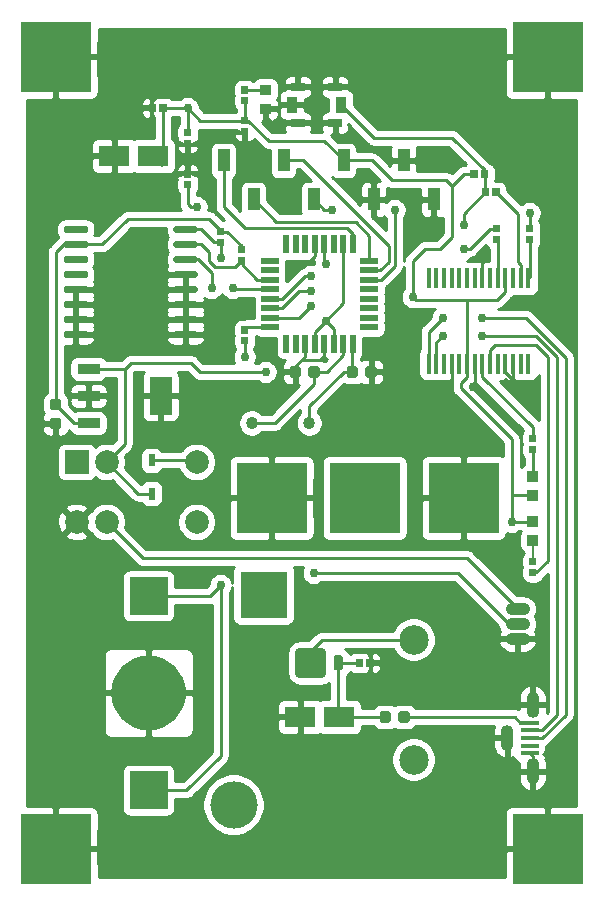
<source format=gtl>
G04 #@! TF.GenerationSoftware,KiCad,Pcbnew,(5.1.10)-1*
G04 #@! TF.CreationDate,2021-10-14T14:39:51-07:00*
G04 #@! TF.ProjectId,Plug_Pass,506c7567-5f50-4617-9373-2e6b69636164,v3.1*
G04 #@! TF.SameCoordinates,Original*
G04 #@! TF.FileFunction,Copper,L1,Top*
G04 #@! TF.FilePolarity,Positive*
%FSLAX46Y46*%
G04 Gerber Fmt 4.6, Leading zero omitted, Abs format (unit mm)*
G04 Created by KiCad (PCBNEW (5.1.10)-1) date 2021-10-14 14:39:51*
%MOMM*%
%LPD*%
G01*
G04 APERTURE LIST*
G04 #@! TA.AperFunction,SMDPad,CuDef*
%ADD10R,1.950000X3.200000*%
G04 #@! TD*
G04 #@! TA.AperFunction,SMDPad,CuDef*
%ADD11R,1.950000X0.900000*%
G04 #@! TD*
G04 #@! TA.AperFunction,ComponentPad*
%ADD12O,2.080000X1.040000*%
G04 #@! TD*
G04 #@! TA.AperFunction,SMDPad,CuDef*
%ADD13R,0.600000X1.050000*%
G04 #@! TD*
G04 #@! TA.AperFunction,SMDPad,CuDef*
%ADD14R,0.450000X1.750000*%
G04 #@! TD*
G04 #@! TA.AperFunction,SMDPad,CuDef*
%ADD15R,1.500000X0.550000*%
G04 #@! TD*
G04 #@! TA.AperFunction,SMDPad,CuDef*
%ADD16R,0.550000X1.500000*%
G04 #@! TD*
G04 #@! TA.AperFunction,ComponentPad*
%ADD17C,1.030000*%
G04 #@! TD*
G04 #@! TA.AperFunction,SMDPad,CuDef*
%ADD18R,0.950000X1.400000*%
G04 #@! TD*
G04 #@! TA.AperFunction,SMDPad,CuDef*
%ADD19R,1.150000X0.750000*%
G04 #@! TD*
G04 #@! TA.AperFunction,ComponentPad*
%ADD20C,2.000000*%
G04 #@! TD*
G04 #@! TA.AperFunction,ComponentPad*
%ADD21R,2.000000X2.000000*%
G04 #@! TD*
G04 #@! TA.AperFunction,ComponentPad*
%ADD22C,2.500000*%
G04 #@! TD*
G04 #@! TA.AperFunction,ComponentPad*
%ADD23R,4.000000X4.000000*%
G04 #@! TD*
G04 #@! TA.AperFunction,ComponentPad*
%ADD24C,4.000000*%
G04 #@! TD*
G04 #@! TA.AperFunction,ComponentPad*
%ADD25R,6.000001X6.000001*%
G04 #@! TD*
G04 #@! TA.AperFunction,SMDPad,CuDef*
%ADD26R,1.000000X1.900000*%
G04 #@! TD*
G04 #@! TA.AperFunction,ComponentPad*
%ADD27O,1.100000X2.200000*%
G04 #@! TD*
G04 #@! TA.AperFunction,SMDPad,CuDef*
%ADD28R,1.500000X0.450000*%
G04 #@! TD*
G04 #@! TA.AperFunction,SMDPad,CuDef*
%ADD29R,2.600000X1.800000*%
G04 #@! TD*
G04 #@! TA.AperFunction,SMDPad,CuDef*
%ADD30R,3.200000X3.200000*%
G04 #@! TD*
G04 #@! TA.AperFunction,ViaPad*
%ADD31C,0.762000*%
G04 #@! TD*
G04 #@! TA.AperFunction,Conductor*
%ADD32C,0.254000*%
G04 #@! TD*
G04 #@! TA.AperFunction,Conductor*
%ADD33C,0.177800*%
G04 #@! TD*
G04 #@! TA.AperFunction,Conductor*
%ADD34C,0.100000*%
G04 #@! TD*
G04 APERTURE END LIST*
D10*
X141988000Y-81788000D03*
D11*
X135888000Y-84088000D03*
X135888000Y-81788000D03*
X135888000Y-79488000D03*
D12*
X172212000Y-99822000D03*
X172212000Y-101092000D03*
X172212000Y-102362000D03*
D13*
X141224000Y-87246000D03*
X141224000Y-90046000D03*
D14*
X173135000Y-71838000D03*
X172485000Y-71838000D03*
X171835000Y-71838000D03*
X171185000Y-71838000D03*
X170535000Y-71838000D03*
X169885000Y-71838000D03*
X169235000Y-71838000D03*
X168585000Y-71838000D03*
X167935000Y-71838000D03*
X167285000Y-71838000D03*
X166635000Y-71838000D03*
X165985000Y-71838000D03*
X165335000Y-71838000D03*
X164685000Y-71838000D03*
X164685000Y-79038000D03*
X165335000Y-79038000D03*
X165985000Y-79038000D03*
X166635000Y-79038000D03*
X167285000Y-79038000D03*
X167935000Y-79038000D03*
X168585000Y-79038000D03*
X169235000Y-79038000D03*
X169885000Y-79038000D03*
X170535000Y-79038000D03*
X171185000Y-79038000D03*
X171835000Y-79038000D03*
X172485000Y-79038000D03*
X173135000Y-79038000D03*
D15*
X159648000Y-75952000D03*
D16*
X152648000Y-77352000D03*
X153448000Y-77352000D03*
X154248000Y-77352000D03*
X155048000Y-77352000D03*
X155848000Y-77352000D03*
X156648000Y-77352000D03*
X157448000Y-77352000D03*
X158248000Y-77352000D03*
D15*
X159648000Y-75152000D03*
X159648000Y-74352000D03*
X159648000Y-73552000D03*
X159648000Y-72752000D03*
X159648000Y-71952000D03*
X159648000Y-71152000D03*
X159648000Y-70352000D03*
D16*
X158248000Y-68952000D03*
X157448000Y-68952000D03*
X156648000Y-68952000D03*
X155848000Y-68952000D03*
X155048000Y-68952000D03*
X154248000Y-68952000D03*
X153448000Y-68952000D03*
X152648000Y-68952000D03*
D15*
X151248000Y-70352000D03*
X151248000Y-71152000D03*
X151248000Y-71952000D03*
X151248000Y-72752000D03*
X151248000Y-73552000D03*
X151248000Y-74352000D03*
X151248000Y-75152000D03*
X151248000Y-75952000D03*
D17*
X149706000Y-84074000D03*
X154586000Y-84074000D03*
G04 #@! TA.AperFunction,SMDPad,CuDef*
G36*
G01*
X173020500Y-88158000D02*
X173943500Y-88158000D01*
G75*
G02*
X173957000Y-88171500I0J-13500D01*
G01*
X173957000Y-89044500D01*
G75*
G02*
X173943500Y-89058000I-13500J0D01*
G01*
X173020500Y-89058000D01*
G75*
G02*
X173007000Y-89044500I0J13500D01*
G01*
X173007000Y-88171500D01*
G75*
G02*
X173020500Y-88158000I13500J0D01*
G01*
G37*
G04 #@! TD.AperFunction*
G04 #@! TA.AperFunction,SMDPad,CuDef*
G36*
G01*
X173020500Y-89758000D02*
X173943500Y-89758000D01*
G75*
G02*
X173957000Y-89771500I0J-13500D01*
G01*
X173957000Y-90644500D01*
G75*
G02*
X173943500Y-90658000I-13500J0D01*
G01*
X173020500Y-90658000D01*
G75*
G02*
X173007000Y-90644500I0J13500D01*
G01*
X173007000Y-89771500D01*
G75*
G02*
X173020500Y-89758000I13500J0D01*
G01*
G37*
G04 #@! TD.AperFunction*
D18*
X157269000Y-57150000D03*
X153119000Y-57150000D03*
D19*
X156769000Y-58675000D03*
X156769000Y-55625000D03*
X153619000Y-58675000D03*
X153619000Y-55625000D03*
G04 #@! TA.AperFunction,SMDPad,CuDef*
G36*
G01*
X173943500Y-94468000D02*
X173020500Y-94468000D01*
G75*
G02*
X173007000Y-94454500I0J13500D01*
G01*
X173007000Y-93581500D01*
G75*
G02*
X173020500Y-93568000I13500J0D01*
G01*
X173943500Y-93568000D01*
G75*
G02*
X173957000Y-93581500I0J-13500D01*
G01*
X173957000Y-94454500D01*
G75*
G02*
X173943500Y-94468000I-13500J0D01*
G01*
G37*
G04 #@! TD.AperFunction*
G04 #@! TA.AperFunction,SMDPad,CuDef*
G36*
G01*
X173943500Y-92868000D02*
X173020500Y-92868000D01*
G75*
G02*
X173007000Y-92854500I0J13500D01*
G01*
X173007000Y-91981500D01*
G75*
G02*
X173020500Y-91968000I13500J0D01*
G01*
X173943500Y-91968000D01*
G75*
G02*
X173957000Y-91981500I0J-13500D01*
G01*
X173957000Y-92854500D01*
G75*
G02*
X173943500Y-92868000I-13500J0D01*
G01*
G37*
G04 #@! TD.AperFunction*
D20*
X145034000Y-92456000D03*
X137414000Y-92456000D03*
X145034000Y-87376000D03*
X137414000Y-87376000D03*
X134874000Y-92456000D03*
D21*
X134874000Y-87376000D03*
D22*
X163402200Y-102412800D03*
X163402200Y-112572800D03*
D23*
X150702200Y-98602800D03*
D24*
X148162200Y-116382800D03*
G04 #@! TA.AperFunction,SMDPad,CuDef*
G36*
G01*
X149398700Y-76510000D02*
X148797300Y-76510000D01*
G75*
G02*
X148788000Y-76500700I0J9300D01*
G01*
X148788000Y-75899300D01*
G75*
G02*
X148797300Y-75890000I9300J0D01*
G01*
X149398700Y-75890000D01*
G75*
G02*
X149408000Y-75899300I0J-9300D01*
G01*
X149408000Y-76500700D01*
G75*
G02*
X149398700Y-76510000I-9300J0D01*
G01*
G37*
G04 #@! TD.AperFunction*
G04 #@! TA.AperFunction,SMDPad,CuDef*
G36*
G01*
X149398700Y-77410000D02*
X148797300Y-77410000D01*
G75*
G02*
X148788000Y-77400700I0J9300D01*
G01*
X148788000Y-76799300D01*
G75*
G02*
X148797300Y-76790000I9300J0D01*
G01*
X149398700Y-76790000D01*
G75*
G02*
X149408000Y-76799300I0J-9300D01*
G01*
X149408000Y-77400700D01*
G75*
G02*
X149398700Y-77410000I-9300J0D01*
G01*
G37*
G04 #@! TD.AperFunction*
G04 #@! TA.AperFunction,SMDPad,CuDef*
G36*
G01*
X149398700Y-56190000D02*
X148797300Y-56190000D01*
G75*
G02*
X148788000Y-56180700I0J9300D01*
G01*
X148788000Y-55579300D01*
G75*
G02*
X148797300Y-55570000I9300J0D01*
G01*
X149398700Y-55570000D01*
G75*
G02*
X149408000Y-55579300I0J-9300D01*
G01*
X149408000Y-56180700D01*
G75*
G02*
X149398700Y-56190000I-9300J0D01*
G01*
G37*
G04 #@! TD.AperFunction*
G04 #@! TA.AperFunction,SMDPad,CuDef*
G36*
G01*
X149398700Y-57090000D02*
X148797300Y-57090000D01*
G75*
G02*
X148788000Y-57080700I0J9300D01*
G01*
X148788000Y-56479300D01*
G75*
G02*
X148797300Y-56470000I9300J0D01*
G01*
X149398700Y-56470000D01*
G75*
G02*
X149408000Y-56479300I0J-9300D01*
G01*
X149408000Y-57080700D01*
G75*
G02*
X149398700Y-57090000I-9300J0D01*
G01*
G37*
G04 #@! TD.AperFunction*
G04 #@! TA.AperFunction,SMDPad,CuDef*
G36*
G01*
X173181300Y-85992000D02*
X173782700Y-85992000D01*
G75*
G02*
X173792000Y-86001300I0J-9300D01*
G01*
X173792000Y-86602700D01*
G75*
G02*
X173782700Y-86612000I-9300J0D01*
G01*
X173181300Y-86612000D01*
G75*
G02*
X173172000Y-86602700I0J9300D01*
G01*
X173172000Y-86001300D01*
G75*
G02*
X173181300Y-85992000I9300J0D01*
G01*
G37*
G04 #@! TD.AperFunction*
G04 #@! TA.AperFunction,SMDPad,CuDef*
G36*
G01*
X173181300Y-85092000D02*
X173782700Y-85092000D01*
G75*
G02*
X173792000Y-85101300I0J-9300D01*
G01*
X173792000Y-85702700D01*
G75*
G02*
X173782700Y-85712000I-9300J0D01*
G01*
X173181300Y-85712000D01*
G75*
G02*
X173172000Y-85702700I0J9300D01*
G01*
X173172000Y-85101300D01*
G75*
G02*
X173181300Y-85092000I9300J0D01*
G01*
G37*
G04 #@! TD.AperFunction*
G04 #@! TA.AperFunction,SMDPad,CuDef*
G36*
G01*
X173782700Y-96126000D02*
X173181300Y-96126000D01*
G75*
G02*
X173172000Y-96116700I0J9300D01*
G01*
X173172000Y-95515300D01*
G75*
G02*
X173181300Y-95506000I9300J0D01*
G01*
X173782700Y-95506000D01*
G75*
G02*
X173792000Y-95515300I0J-9300D01*
G01*
X173792000Y-96116700D01*
G75*
G02*
X173782700Y-96126000I-9300J0D01*
G01*
G37*
G04 #@! TD.AperFunction*
G04 #@! TA.AperFunction,SMDPad,CuDef*
G36*
G01*
X173782700Y-97026000D02*
X173181300Y-97026000D01*
G75*
G02*
X173172000Y-97016700I0J9300D01*
G01*
X173172000Y-96415300D01*
G75*
G02*
X173181300Y-96406000I9300J0D01*
G01*
X173782700Y-96406000D01*
G75*
G02*
X173792000Y-96415300I0J-9300D01*
G01*
X173792000Y-97016700D01*
G75*
G02*
X173782700Y-97026000I-9300J0D01*
G01*
G37*
G04 #@! TD.AperFunction*
G04 #@! TA.AperFunction,SMDPad,CuDef*
G36*
G01*
X147366700Y-68186000D02*
X146765300Y-68186000D01*
G75*
G02*
X146756000Y-68176700I0J9300D01*
G01*
X146756000Y-67575300D01*
G75*
G02*
X146765300Y-67566000I9300J0D01*
G01*
X147366700Y-67566000D01*
G75*
G02*
X147376000Y-67575300I0J-9300D01*
G01*
X147376000Y-68176700D01*
G75*
G02*
X147366700Y-68186000I-9300J0D01*
G01*
G37*
G04 #@! TD.AperFunction*
G04 #@! TA.AperFunction,SMDPad,CuDef*
G36*
G01*
X147366700Y-69086000D02*
X146765300Y-69086000D01*
G75*
G02*
X146756000Y-69076700I0J9300D01*
G01*
X146756000Y-68475300D01*
G75*
G02*
X146765300Y-68466000I9300J0D01*
G01*
X147366700Y-68466000D01*
G75*
G02*
X147376000Y-68475300I0J-9300D01*
G01*
X147376000Y-69076700D01*
G75*
G02*
X147366700Y-69086000I-9300J0D01*
G01*
G37*
G04 #@! TD.AperFunction*
G04 #@! TA.AperFunction,SMDPad,CuDef*
G36*
G01*
X149144700Y-69710000D02*
X148543300Y-69710000D01*
G75*
G02*
X148534000Y-69700700I0J9300D01*
G01*
X148534000Y-69099300D01*
G75*
G02*
X148543300Y-69090000I9300J0D01*
G01*
X149144700Y-69090000D01*
G75*
G02*
X149154000Y-69099300I0J-9300D01*
G01*
X149154000Y-69700700D01*
G75*
G02*
X149144700Y-69710000I-9300J0D01*
G01*
G37*
G04 #@! TD.AperFunction*
G04 #@! TA.AperFunction,SMDPad,CuDef*
G36*
G01*
X149144700Y-70610000D02*
X148543300Y-70610000D01*
G75*
G02*
X148534000Y-70600700I0J9300D01*
G01*
X148534000Y-69999300D01*
G75*
G02*
X148543300Y-69990000I9300J0D01*
G01*
X149144700Y-69990000D01*
G75*
G02*
X149154000Y-69999300I0J-9300D01*
G01*
X149154000Y-70600700D01*
G75*
G02*
X149144700Y-70610000I-9300J0D01*
G01*
G37*
G04 #@! TD.AperFunction*
G04 #@! TA.AperFunction,SMDPad,CuDef*
G36*
G01*
X151337500Y-57930000D02*
X150414500Y-57930000D01*
G75*
G02*
X150401000Y-57916500I0J13500D01*
G01*
X150401000Y-57043500D01*
G75*
G02*
X150414500Y-57030000I13500J0D01*
G01*
X151337500Y-57030000D01*
G75*
G02*
X151351000Y-57043500I0J-13500D01*
G01*
X151351000Y-57916500D01*
G75*
G02*
X151337500Y-57930000I-13500J0D01*
G01*
G37*
G04 #@! TD.AperFunction*
G04 #@! TA.AperFunction,SMDPad,CuDef*
G36*
G01*
X151337500Y-56330000D02*
X150414500Y-56330000D01*
G75*
G02*
X150401000Y-56316500I0J13500D01*
G01*
X150401000Y-55443500D01*
G75*
G02*
X150414500Y-55430000I13500J0D01*
G01*
X151337500Y-55430000D01*
G75*
G02*
X151351000Y-55443500I0J-13500D01*
G01*
X151351000Y-56316500D01*
G75*
G02*
X151337500Y-56330000I-13500J0D01*
G01*
G37*
G04 #@! TD.AperFunction*
D25*
X159258000Y-90424000D03*
D26*
X149860000Y-65150000D03*
X154940000Y-65150000D03*
X160020000Y-65150000D03*
X165100000Y-65150000D03*
X147320000Y-61850000D03*
X152400000Y-61850000D03*
X157480000Y-61850000D03*
X162560000Y-61850000D03*
D27*
X173482000Y-113544000D03*
X173482000Y-107944000D03*
X171332000Y-110744000D03*
D28*
X173232000Y-112044000D03*
X173232000Y-111394000D03*
X173232000Y-110744000D03*
X173232000Y-110094000D03*
X173232000Y-109444000D03*
G04 #@! TA.AperFunction,SMDPad,CuDef*
G36*
G01*
X143071000Y-67841000D02*
X143071000Y-67541000D01*
G75*
G02*
X143221000Y-67391000I150000J0D01*
G01*
X144971000Y-67391000D01*
G75*
G02*
X145121000Y-67541000I0J-150000D01*
G01*
X145121000Y-67841000D01*
G75*
G02*
X144971000Y-67991000I-150000J0D01*
G01*
X143221000Y-67991000D01*
G75*
G02*
X143071000Y-67841000I0J150000D01*
G01*
G37*
G04 #@! TD.AperFunction*
G04 #@! TA.AperFunction,SMDPad,CuDef*
G36*
G01*
X143071000Y-69111000D02*
X143071000Y-68811000D01*
G75*
G02*
X143221000Y-68661000I150000J0D01*
G01*
X144971000Y-68661000D01*
G75*
G02*
X145121000Y-68811000I0J-150000D01*
G01*
X145121000Y-69111000D01*
G75*
G02*
X144971000Y-69261000I-150000J0D01*
G01*
X143221000Y-69261000D01*
G75*
G02*
X143071000Y-69111000I0J150000D01*
G01*
G37*
G04 #@! TD.AperFunction*
G04 #@! TA.AperFunction,SMDPad,CuDef*
G36*
G01*
X143071000Y-70381000D02*
X143071000Y-70081000D01*
G75*
G02*
X143221000Y-69931000I150000J0D01*
G01*
X144971000Y-69931000D01*
G75*
G02*
X145121000Y-70081000I0J-150000D01*
G01*
X145121000Y-70381000D01*
G75*
G02*
X144971000Y-70531000I-150000J0D01*
G01*
X143221000Y-70531000D01*
G75*
G02*
X143071000Y-70381000I0J150000D01*
G01*
G37*
G04 #@! TD.AperFunction*
G04 #@! TA.AperFunction,SMDPad,CuDef*
G36*
G01*
X143071000Y-71651000D02*
X143071000Y-71351000D01*
G75*
G02*
X143221000Y-71201000I150000J0D01*
G01*
X144971000Y-71201000D01*
G75*
G02*
X145121000Y-71351000I0J-150000D01*
G01*
X145121000Y-71651000D01*
G75*
G02*
X144971000Y-71801000I-150000J0D01*
G01*
X143221000Y-71801000D01*
G75*
G02*
X143071000Y-71651000I0J150000D01*
G01*
G37*
G04 #@! TD.AperFunction*
G04 #@! TA.AperFunction,SMDPad,CuDef*
G36*
G01*
X143071000Y-72921000D02*
X143071000Y-72621000D01*
G75*
G02*
X143221000Y-72471000I150000J0D01*
G01*
X144971000Y-72471000D01*
G75*
G02*
X145121000Y-72621000I0J-150000D01*
G01*
X145121000Y-72921000D01*
G75*
G02*
X144971000Y-73071000I-150000J0D01*
G01*
X143221000Y-73071000D01*
G75*
G02*
X143071000Y-72921000I0J150000D01*
G01*
G37*
G04 #@! TD.AperFunction*
G04 #@! TA.AperFunction,SMDPad,CuDef*
G36*
G01*
X143071000Y-74191000D02*
X143071000Y-73891000D01*
G75*
G02*
X143221000Y-73741000I150000J0D01*
G01*
X144971000Y-73741000D01*
G75*
G02*
X145121000Y-73891000I0J-150000D01*
G01*
X145121000Y-74191000D01*
G75*
G02*
X144971000Y-74341000I-150000J0D01*
G01*
X143221000Y-74341000D01*
G75*
G02*
X143071000Y-74191000I0J150000D01*
G01*
G37*
G04 #@! TD.AperFunction*
G04 #@! TA.AperFunction,SMDPad,CuDef*
G36*
G01*
X143071000Y-75461000D02*
X143071000Y-75161000D01*
G75*
G02*
X143221000Y-75011000I150000J0D01*
G01*
X144971000Y-75011000D01*
G75*
G02*
X145121000Y-75161000I0J-150000D01*
G01*
X145121000Y-75461000D01*
G75*
G02*
X144971000Y-75611000I-150000J0D01*
G01*
X143221000Y-75611000D01*
G75*
G02*
X143071000Y-75461000I0J150000D01*
G01*
G37*
G04 #@! TD.AperFunction*
G04 #@! TA.AperFunction,SMDPad,CuDef*
G36*
G01*
X143071000Y-76731000D02*
X143071000Y-76431000D01*
G75*
G02*
X143221000Y-76281000I150000J0D01*
G01*
X144971000Y-76281000D01*
G75*
G02*
X145121000Y-76431000I0J-150000D01*
G01*
X145121000Y-76731000D01*
G75*
G02*
X144971000Y-76881000I-150000J0D01*
G01*
X143221000Y-76881000D01*
G75*
G02*
X143071000Y-76731000I0J150000D01*
G01*
G37*
G04 #@! TD.AperFunction*
G04 #@! TA.AperFunction,SMDPad,CuDef*
G36*
G01*
X133771000Y-76731000D02*
X133771000Y-76431000D01*
G75*
G02*
X133921000Y-76281000I150000J0D01*
G01*
X135671000Y-76281000D01*
G75*
G02*
X135821000Y-76431000I0J-150000D01*
G01*
X135821000Y-76731000D01*
G75*
G02*
X135671000Y-76881000I-150000J0D01*
G01*
X133921000Y-76881000D01*
G75*
G02*
X133771000Y-76731000I0J150000D01*
G01*
G37*
G04 #@! TD.AperFunction*
G04 #@! TA.AperFunction,SMDPad,CuDef*
G36*
G01*
X133771000Y-75461000D02*
X133771000Y-75161000D01*
G75*
G02*
X133921000Y-75011000I150000J0D01*
G01*
X135671000Y-75011000D01*
G75*
G02*
X135821000Y-75161000I0J-150000D01*
G01*
X135821000Y-75461000D01*
G75*
G02*
X135671000Y-75611000I-150000J0D01*
G01*
X133921000Y-75611000D01*
G75*
G02*
X133771000Y-75461000I0J150000D01*
G01*
G37*
G04 #@! TD.AperFunction*
G04 #@! TA.AperFunction,SMDPad,CuDef*
G36*
G01*
X133771000Y-74191000D02*
X133771000Y-73891000D01*
G75*
G02*
X133921000Y-73741000I150000J0D01*
G01*
X135671000Y-73741000D01*
G75*
G02*
X135821000Y-73891000I0J-150000D01*
G01*
X135821000Y-74191000D01*
G75*
G02*
X135671000Y-74341000I-150000J0D01*
G01*
X133921000Y-74341000D01*
G75*
G02*
X133771000Y-74191000I0J150000D01*
G01*
G37*
G04 #@! TD.AperFunction*
G04 #@! TA.AperFunction,SMDPad,CuDef*
G36*
G01*
X133771000Y-72921000D02*
X133771000Y-72621000D01*
G75*
G02*
X133921000Y-72471000I150000J0D01*
G01*
X135671000Y-72471000D01*
G75*
G02*
X135821000Y-72621000I0J-150000D01*
G01*
X135821000Y-72921000D01*
G75*
G02*
X135671000Y-73071000I-150000J0D01*
G01*
X133921000Y-73071000D01*
G75*
G02*
X133771000Y-72921000I0J150000D01*
G01*
G37*
G04 #@! TD.AperFunction*
G04 #@! TA.AperFunction,SMDPad,CuDef*
G36*
G01*
X133771000Y-71651000D02*
X133771000Y-71351000D01*
G75*
G02*
X133921000Y-71201000I150000J0D01*
G01*
X135671000Y-71201000D01*
G75*
G02*
X135821000Y-71351000I0J-150000D01*
G01*
X135821000Y-71651000D01*
G75*
G02*
X135671000Y-71801000I-150000J0D01*
G01*
X133921000Y-71801000D01*
G75*
G02*
X133771000Y-71651000I0J150000D01*
G01*
G37*
G04 #@! TD.AperFunction*
G04 #@! TA.AperFunction,SMDPad,CuDef*
G36*
G01*
X133771000Y-70381000D02*
X133771000Y-70081000D01*
G75*
G02*
X133921000Y-69931000I150000J0D01*
G01*
X135671000Y-69931000D01*
G75*
G02*
X135821000Y-70081000I0J-150000D01*
G01*
X135821000Y-70381000D01*
G75*
G02*
X135671000Y-70531000I-150000J0D01*
G01*
X133921000Y-70531000D01*
G75*
G02*
X133771000Y-70381000I0J150000D01*
G01*
G37*
G04 #@! TD.AperFunction*
G04 #@! TA.AperFunction,SMDPad,CuDef*
G36*
G01*
X133771000Y-69111000D02*
X133771000Y-68811000D01*
G75*
G02*
X133921000Y-68661000I150000J0D01*
G01*
X135671000Y-68661000D01*
G75*
G02*
X135821000Y-68811000I0J-150000D01*
G01*
X135821000Y-69111000D01*
G75*
G02*
X135671000Y-69261000I-150000J0D01*
G01*
X133921000Y-69261000D01*
G75*
G02*
X133771000Y-69111000I0J150000D01*
G01*
G37*
G04 #@! TD.AperFunction*
G04 #@! TA.AperFunction,SMDPad,CuDef*
G36*
G01*
X133771000Y-67841000D02*
X133771000Y-67541000D01*
G75*
G02*
X133921000Y-67391000I150000J0D01*
G01*
X135671000Y-67391000D01*
G75*
G02*
X135821000Y-67541000I0J-150000D01*
G01*
X135821000Y-67841000D01*
G75*
G02*
X135671000Y-67991000I-150000J0D01*
G01*
X133921000Y-67991000D01*
G75*
G02*
X133771000Y-67841000I0J150000D01*
G01*
G37*
G04 #@! TD.AperFunction*
D25*
X167640000Y-90424000D03*
G04 #@! TA.AperFunction,SMDPad,CuDef*
G36*
G01*
X161473000Y-108608500D02*
X161473000Y-109323500D01*
G75*
G02*
X161330500Y-109466000I-142500J0D01*
G01*
X160665500Y-109466000D01*
G75*
G02*
X160523000Y-109323500I0J142500D01*
G01*
X160523000Y-108608500D01*
G75*
G02*
X160665500Y-108466000I142500J0D01*
G01*
X161330500Y-108466000D01*
G75*
G02*
X161473000Y-108608500I0J-142500D01*
G01*
G37*
G04 #@! TD.AperFunction*
G04 #@! TA.AperFunction,SMDPad,CuDef*
G36*
G01*
X163073000Y-108608500D02*
X163073000Y-109323500D01*
G75*
G02*
X162930500Y-109466000I-142500J0D01*
G01*
X162265500Y-109466000D01*
G75*
G02*
X162123000Y-109323500I0J142500D01*
G01*
X162123000Y-108608500D01*
G75*
G02*
X162265500Y-108466000I142500J0D01*
G01*
X162930500Y-108466000D01*
G75*
G02*
X163073000Y-108608500I0J-142500D01*
G01*
G37*
G04 #@! TD.AperFunction*
G04 #@! TA.AperFunction,SMDPad,CuDef*
G36*
G01*
X157417000Y-103873300D02*
X157417000Y-104914700D01*
G75*
G02*
X157302700Y-105029000I-114300J0D01*
G01*
X156769300Y-105029000D01*
G75*
G02*
X156655000Y-104914700I0J114300D01*
G01*
X156655000Y-103873300D01*
G75*
G02*
X156769300Y-103759000I114300J0D01*
G01*
X157302700Y-103759000D01*
G75*
G02*
X157417000Y-103873300I0J-114300D01*
G01*
G37*
G04 #@! TD.AperFunction*
G04 #@! TA.AperFunction,SMDPad,CuDef*
G36*
G01*
X155638500Y-105664000D02*
X153733500Y-105664000D01*
G75*
G02*
X153352500Y-105283000I0J381000D01*
G01*
X153352500Y-103505000D01*
G75*
G02*
X153733500Y-103124000I381000J0D01*
G01*
X155638500Y-103124000D01*
G75*
G02*
X156019500Y-103505000I0J-381000D01*
G01*
X156019500Y-105283000D01*
G75*
G02*
X155638500Y-105664000I-381000J0D01*
G01*
G37*
G04 #@! TD.AperFunction*
G04 #@! TA.AperFunction,SMDPad,CuDef*
G36*
G01*
X148797300Y-59068000D02*
X149398700Y-59068000D01*
G75*
G02*
X149408000Y-59077300I0J-9300D01*
G01*
X149408000Y-59678700D01*
G75*
G02*
X149398700Y-59688000I-9300J0D01*
G01*
X148797300Y-59688000D01*
G75*
G02*
X148788000Y-59678700I0J9300D01*
G01*
X148788000Y-59077300D01*
G75*
G02*
X148797300Y-59068000I9300J0D01*
G01*
G37*
G04 #@! TD.AperFunction*
G04 #@! TA.AperFunction,SMDPad,CuDef*
G36*
G01*
X148797300Y-58168000D02*
X149398700Y-58168000D01*
G75*
G02*
X149408000Y-58177300I0J-9300D01*
G01*
X149408000Y-58778700D01*
G75*
G02*
X149398700Y-58788000I-9300J0D01*
G01*
X148797300Y-58788000D01*
G75*
G02*
X148788000Y-58778700I0J9300D01*
G01*
X148788000Y-58177300D01*
G75*
G02*
X148797300Y-58168000I9300J0D01*
G01*
G37*
G04 #@! TD.AperFunction*
G04 #@! TA.AperFunction,SMDPad,CuDef*
G36*
G01*
X132738500Y-83637000D02*
X133453500Y-83637000D01*
G75*
G02*
X133596000Y-83779500I0J-142500D01*
G01*
X133596000Y-84444500D01*
G75*
G02*
X133453500Y-84587000I-142500J0D01*
G01*
X132738500Y-84587000D01*
G75*
G02*
X132596000Y-84444500I0J142500D01*
G01*
X132596000Y-83779500D01*
G75*
G02*
X132738500Y-83637000I142500J0D01*
G01*
G37*
G04 #@! TD.AperFunction*
G04 #@! TA.AperFunction,SMDPad,CuDef*
G36*
G01*
X132738500Y-82037000D02*
X133453500Y-82037000D01*
G75*
G02*
X133596000Y-82179500I0J-142500D01*
G01*
X133596000Y-82844500D01*
G75*
G02*
X133453500Y-82987000I-142500J0D01*
G01*
X132738500Y-82987000D01*
G75*
G02*
X132596000Y-82844500I0J142500D01*
G01*
X132596000Y-82179500D01*
G75*
G02*
X132738500Y-82037000I142500J0D01*
G01*
G37*
G04 #@! TD.AperFunction*
G04 #@! TA.AperFunction,SMDPad,CuDef*
G36*
G01*
X170066000Y-64816700D02*
X170066000Y-64215300D01*
G75*
G02*
X170075300Y-64206000I9300J0D01*
G01*
X170676700Y-64206000D01*
G75*
G02*
X170686000Y-64215300I0J-9300D01*
G01*
X170686000Y-64816700D01*
G75*
G02*
X170676700Y-64826000I-9300J0D01*
G01*
X170075300Y-64826000D01*
G75*
G02*
X170066000Y-64816700I0J9300D01*
G01*
G37*
G04 #@! TD.AperFunction*
G04 #@! TA.AperFunction,SMDPad,CuDef*
G36*
G01*
X169166000Y-64816700D02*
X169166000Y-64215300D01*
G75*
G02*
X169175300Y-64206000I9300J0D01*
G01*
X169776700Y-64206000D01*
G75*
G02*
X169786000Y-64215300I0J-9300D01*
G01*
X169786000Y-64816700D01*
G75*
G02*
X169776700Y-64826000I-9300J0D01*
G01*
X169175300Y-64826000D01*
G75*
G02*
X169166000Y-64816700I0J9300D01*
G01*
G37*
G04 #@! TD.AperFunction*
G04 #@! TA.AperFunction,SMDPad,CuDef*
G36*
G01*
X159398000Y-104694700D02*
X159398000Y-104093300D01*
G75*
G02*
X159407300Y-104084000I9300J0D01*
G01*
X160008700Y-104084000D01*
G75*
G02*
X160018000Y-104093300I0J-9300D01*
G01*
X160018000Y-104694700D01*
G75*
G02*
X160008700Y-104704000I-9300J0D01*
G01*
X159407300Y-104704000D01*
G75*
G02*
X159398000Y-104694700I0J9300D01*
G01*
G37*
G04 #@! TD.AperFunction*
G04 #@! TA.AperFunction,SMDPad,CuDef*
G36*
G01*
X158498000Y-104694700D02*
X158498000Y-104093300D01*
G75*
G02*
X158507300Y-104084000I9300J0D01*
G01*
X159108700Y-104084000D01*
G75*
G02*
X159118000Y-104093300I0J-9300D01*
G01*
X159118000Y-104694700D01*
G75*
G02*
X159108700Y-104704000I-9300J0D01*
G01*
X158507300Y-104704000D01*
G75*
G02*
X158498000Y-104694700I0J9300D01*
G01*
G37*
G04 #@! TD.AperFunction*
D29*
X153798000Y-108966000D03*
X157098000Y-108966000D03*
X138050000Y-61468000D03*
X141350000Y-61468000D03*
G04 #@! TA.AperFunction,SMDPad,CuDef*
G36*
G01*
X143971300Y-60084000D02*
X144572700Y-60084000D01*
G75*
G02*
X144582000Y-60093300I0J-9300D01*
G01*
X144582000Y-60694700D01*
G75*
G02*
X144572700Y-60704000I-9300J0D01*
G01*
X143971300Y-60704000D01*
G75*
G02*
X143962000Y-60694700I0J9300D01*
G01*
X143962000Y-60093300D01*
G75*
G02*
X143971300Y-60084000I9300J0D01*
G01*
G37*
G04 #@! TD.AperFunction*
G04 #@! TA.AperFunction,SMDPad,CuDef*
G36*
G01*
X143971300Y-59184000D02*
X144572700Y-59184000D01*
G75*
G02*
X144582000Y-59193300I0J-9300D01*
G01*
X144582000Y-59794700D01*
G75*
G02*
X144572700Y-59804000I-9300J0D01*
G01*
X143971300Y-59804000D01*
G75*
G02*
X143962000Y-59794700I0J9300D01*
G01*
X143962000Y-59193300D01*
G75*
G02*
X143971300Y-59184000I9300J0D01*
G01*
G37*
G04 #@! TD.AperFunction*
G04 #@! TA.AperFunction,SMDPad,CuDef*
G36*
G01*
X141592000Y-57103300D02*
X141592000Y-57704700D01*
G75*
G02*
X141582700Y-57714000I-9300J0D01*
G01*
X140981300Y-57714000D01*
G75*
G02*
X140972000Y-57704700I0J9300D01*
G01*
X140972000Y-57103300D01*
G75*
G02*
X140981300Y-57094000I9300J0D01*
G01*
X141582700Y-57094000D01*
G75*
G02*
X141592000Y-57103300I0J-9300D01*
G01*
G37*
G04 #@! TD.AperFunction*
G04 #@! TA.AperFunction,SMDPad,CuDef*
G36*
G01*
X142492000Y-57103300D02*
X142492000Y-57704700D01*
G75*
G02*
X142482700Y-57714000I-9300J0D01*
G01*
X141881300Y-57714000D01*
G75*
G02*
X141872000Y-57704700I0J9300D01*
G01*
X141872000Y-57103300D01*
G75*
G02*
X141881300Y-57094000I9300J0D01*
G01*
X142482700Y-57094000D01*
G75*
G02*
X142492000Y-57103300I0J-9300D01*
G01*
G37*
G04 #@! TD.AperFunction*
G04 #@! TA.AperFunction,SMDPad,CuDef*
G36*
G01*
X144572700Y-63302000D02*
X143971300Y-63302000D01*
G75*
G02*
X143962000Y-63292700I0J9300D01*
G01*
X143962000Y-62691300D01*
G75*
G02*
X143971300Y-62682000I9300J0D01*
G01*
X144572700Y-62682000D01*
G75*
G02*
X144582000Y-62691300I0J-9300D01*
G01*
X144582000Y-63292700D01*
G75*
G02*
X144572700Y-63302000I-9300J0D01*
G01*
G37*
G04 #@! TD.AperFunction*
G04 #@! TA.AperFunction,SMDPad,CuDef*
G36*
G01*
X144572700Y-64202000D02*
X143971300Y-64202000D01*
G75*
G02*
X143962000Y-64192700I0J9300D01*
G01*
X143962000Y-63591300D01*
G75*
G02*
X143971300Y-63582000I9300J0D01*
G01*
X144572700Y-63582000D01*
G75*
G02*
X144582000Y-63591300I0J-9300D01*
G01*
X144582000Y-64192700D01*
G75*
G02*
X144572700Y-64202000I-9300J0D01*
G01*
G37*
G04 #@! TD.AperFunction*
G04 #@! TA.AperFunction,SMDPad,CuDef*
G36*
G01*
X158679000Y-79398500D02*
X158679000Y-80113500D01*
G75*
G02*
X158536500Y-80256000I-142500J0D01*
G01*
X157871500Y-80256000D01*
G75*
G02*
X157729000Y-80113500I0J142500D01*
G01*
X157729000Y-79398500D01*
G75*
G02*
X157871500Y-79256000I142500J0D01*
G01*
X158536500Y-79256000D01*
G75*
G02*
X158679000Y-79398500I0J-142500D01*
G01*
G37*
G04 #@! TD.AperFunction*
G04 #@! TA.AperFunction,SMDPad,CuDef*
G36*
G01*
X160279000Y-79398500D02*
X160279000Y-80113500D01*
G75*
G02*
X160136500Y-80256000I-142500J0D01*
G01*
X159471500Y-80256000D01*
G75*
G02*
X159329000Y-80113500I0J142500D01*
G01*
X159329000Y-79398500D01*
G75*
G02*
X159471500Y-79256000I142500J0D01*
G01*
X160136500Y-79256000D01*
G75*
G02*
X160279000Y-79398500I0J-142500D01*
G01*
G37*
G04 #@! TD.AperFunction*
G04 #@! TA.AperFunction,SMDPad,CuDef*
G36*
G01*
X154503000Y-80113500D02*
X154503000Y-79398500D01*
G75*
G02*
X154645500Y-79256000I142500J0D01*
G01*
X155310500Y-79256000D01*
G75*
G02*
X155453000Y-79398500I0J-142500D01*
G01*
X155453000Y-80113500D01*
G75*
G02*
X155310500Y-80256000I-142500J0D01*
G01*
X154645500Y-80256000D01*
G75*
G02*
X154503000Y-80113500I0J142500D01*
G01*
G37*
G04 #@! TD.AperFunction*
G04 #@! TA.AperFunction,SMDPad,CuDef*
G36*
G01*
X152903000Y-80113500D02*
X152903000Y-79398500D01*
G75*
G02*
X153045500Y-79256000I142500J0D01*
G01*
X153710500Y-79256000D01*
G75*
G02*
X153853000Y-79398500I0J-142500D01*
G01*
X153853000Y-80113500D01*
G75*
G02*
X153710500Y-80256000I-142500J0D01*
G01*
X153045500Y-80256000D01*
G75*
G02*
X152903000Y-80113500I0J142500D01*
G01*
G37*
G04 #@! TD.AperFunction*
D30*
X140970000Y-98708600D03*
X140970000Y-115159400D03*
G04 #@! TA.AperFunction,SMDPad,CuDef*
G36*
G01*
X140970000Y-110109000D02*
X140970000Y-110109000D01*
G75*
G02*
X137795000Y-106934000I0J3175000D01*
G01*
X137795000Y-106934000D01*
G75*
G02*
X140970000Y-103759000I3175000J0D01*
G01*
X140970000Y-103759000D01*
G75*
G02*
X144145000Y-106934000I0J-3175000D01*
G01*
X144145000Y-106934000D01*
G75*
G02*
X140970000Y-110109000I-3175000J0D01*
G01*
G37*
G04 #@! TD.AperFunction*
D25*
X133096000Y-120142000D03*
X133096000Y-53086000D03*
X151384000Y-90424000D03*
X174752000Y-120142000D03*
X174752000Y-53086000D03*
G04 #@! TA.AperFunction,SMDPad,CuDef*
G36*
G01*
X172927300Y-68212000D02*
X173528700Y-68212000D01*
G75*
G02*
X173538000Y-68221300I0J-9300D01*
G01*
X173538000Y-68822700D01*
G75*
G02*
X173528700Y-68832000I-9300J0D01*
G01*
X172927300Y-68832000D01*
G75*
G02*
X172918000Y-68822700I0J9300D01*
G01*
X172918000Y-68221300D01*
G75*
G02*
X172927300Y-68212000I9300J0D01*
G01*
G37*
G04 #@! TD.AperFunction*
G04 #@! TA.AperFunction,SMDPad,CuDef*
G36*
G01*
X172927300Y-67312000D02*
X173528700Y-67312000D01*
G75*
G02*
X173538000Y-67321300I0J-9300D01*
G01*
X173538000Y-67922700D01*
G75*
G02*
X173528700Y-67932000I-9300J0D01*
G01*
X172927300Y-67932000D01*
G75*
G02*
X172918000Y-67922700I0J9300D01*
G01*
X172918000Y-67321300D01*
G75*
G02*
X172927300Y-67312000I9300J0D01*
G01*
G37*
G04 #@! TD.AperFunction*
G04 #@! TA.AperFunction,SMDPad,CuDef*
G36*
G01*
X170133300Y-68212000D02*
X170734700Y-68212000D01*
G75*
G02*
X170744000Y-68221300I0J-9300D01*
G01*
X170744000Y-68822700D01*
G75*
G02*
X170734700Y-68832000I-9300J0D01*
G01*
X170133300Y-68832000D01*
G75*
G02*
X170124000Y-68822700I0J9300D01*
G01*
X170124000Y-68221300D01*
G75*
G02*
X170133300Y-68212000I9300J0D01*
G01*
G37*
G04 #@! TD.AperFunction*
G04 #@! TA.AperFunction,SMDPad,CuDef*
G36*
G01*
X170133300Y-67312000D02*
X170734700Y-67312000D01*
G75*
G02*
X170744000Y-67321300I0J-9300D01*
G01*
X170744000Y-67922700D01*
G75*
G02*
X170734700Y-67932000I-9300J0D01*
G01*
X170133300Y-67932000D01*
G75*
G02*
X170124000Y-67922700I0J9300D01*
G01*
X170124000Y-67321300D01*
G75*
G02*
X170133300Y-67312000I9300J0D01*
G01*
G37*
G04 #@! TD.AperFunction*
G04 #@! TA.AperFunction,SMDPad,CuDef*
G36*
G01*
X168828000Y-62691300D02*
X168828000Y-63292700D01*
G75*
G02*
X168818700Y-63302000I-9300J0D01*
G01*
X168217300Y-63302000D01*
G75*
G02*
X168208000Y-63292700I0J9300D01*
G01*
X168208000Y-62691300D01*
G75*
G02*
X168217300Y-62682000I9300J0D01*
G01*
X168818700Y-62682000D01*
G75*
G02*
X168828000Y-62691300I0J-9300D01*
G01*
G37*
G04 #@! TD.AperFunction*
G04 #@! TA.AperFunction,SMDPad,CuDef*
G36*
G01*
X169728000Y-62691300D02*
X169728000Y-63292700D01*
G75*
G02*
X169718700Y-63302000I-9300J0D01*
G01*
X169117300Y-63302000D01*
G75*
G02*
X169108000Y-63292700I0J9300D01*
G01*
X169108000Y-62691300D01*
G75*
G02*
X169117300Y-62682000I9300J0D01*
G01*
X169718700Y-62682000D01*
G75*
G02*
X169728000Y-62691300I0J-9300D01*
G01*
G37*
G04 #@! TD.AperFunction*
D31*
X148590000Y-74168000D03*
X169418000Y-69850000D03*
X172974000Y-81534000D03*
X164846000Y-61722000D03*
X163068000Y-64770000D03*
X149860000Y-61976000D03*
X153162000Y-70612000D03*
X151638000Y-102108000D03*
X140208000Y-73914000D03*
X168402000Y-81026000D03*
X166624000Y-81788000D03*
X142240000Y-64262000D03*
X155956000Y-75438000D03*
X150876000Y-79756000D03*
X171704000Y-92456000D03*
X163322000Y-73406000D03*
X144272000Y-57404000D03*
X167640000Y-67310000D03*
X154686000Y-71628000D03*
X147066000Y-70104000D03*
X148082000Y-72644000D03*
X161798000Y-66040000D03*
X156464000Y-66040000D03*
X165862000Y-76708000D03*
X169164000Y-76708000D03*
X165862000Y-75184000D03*
X169164000Y-75184000D03*
X147066000Y-97790000D03*
X146304000Y-72644000D03*
X145034000Y-65786000D03*
X155956000Y-70574000D03*
X154686000Y-74168000D03*
X167640000Y-69342000D03*
X154686000Y-72898000D03*
X173228000Y-66294000D03*
X149098000Y-78486000D03*
X154940000Y-96774000D03*
D32*
X147630000Y-67876000D02*
X147066000Y-67876000D01*
X148844000Y-69090000D02*
X147630000Y-67876000D01*
X148844000Y-69400000D02*
X148844000Y-69090000D01*
X134672000Y-84088000D02*
X133096000Y-82512000D01*
X135888000Y-84088000D02*
X134672000Y-84088000D01*
X133771000Y-68961000D02*
X134796000Y-68961000D01*
X133096000Y-69636000D02*
X133771000Y-68961000D01*
X133096000Y-82512000D02*
X133096000Y-69636000D01*
X147066000Y-67818000D02*
X147066000Y-67876000D01*
X146050000Y-66802000D02*
X147066000Y-67818000D01*
X139192000Y-66802000D02*
X146050000Y-66802000D01*
X137033000Y-68961000D02*
X139192000Y-66802000D01*
X134796000Y-68961000D02*
X137033000Y-68961000D01*
X135240014Y-81646014D02*
X135128000Y-81534000D01*
X154248000Y-77352000D02*
X154248000Y-78416000D01*
X153378000Y-79286000D02*
X153378000Y-79756000D01*
X155464000Y-78740000D02*
X153924000Y-78740000D01*
X155848000Y-78356000D02*
X155464000Y-78740000D01*
X155848000Y-77352000D02*
X155848000Y-78356000D01*
X153924000Y-78740000D02*
X153378000Y-79286000D01*
X154248000Y-78416000D02*
X153924000Y-78740000D01*
X169235000Y-71838000D02*
X169235000Y-70033000D01*
X169235000Y-70033000D02*
X169418000Y-69850000D01*
X169418000Y-69850000D02*
X169418000Y-69850000D01*
X166635000Y-79038000D02*
X166635000Y-80507000D01*
X166635000Y-80507000D02*
X166624000Y-80518000D01*
X166624000Y-80518000D02*
X166624000Y-81788000D01*
X171835000Y-79038000D02*
X171835000Y-80395000D01*
X171835000Y-80395000D02*
X172974000Y-81534000D01*
X171185000Y-79745000D02*
X171835000Y-80395000D01*
X171185000Y-79038000D02*
X171185000Y-79745000D01*
X172974000Y-81534000D02*
X172974000Y-81534000D01*
X173482000Y-112294000D02*
X173232000Y-112044000D01*
X173482000Y-113544000D02*
X173482000Y-112294000D01*
X150876000Y-57480000D02*
X150876000Y-58166000D01*
X151385000Y-58675000D02*
X153619000Y-58675000D01*
X150876000Y-58166000D02*
X151385000Y-58675000D01*
X149098000Y-61214000D02*
X149860000Y-61976000D01*
X149098000Y-59378000D02*
X149098000Y-61214000D01*
X155048000Y-69956000D02*
X154392000Y-70612000D01*
X155048000Y-68952000D02*
X155048000Y-69956000D01*
X154392000Y-70612000D02*
X153162000Y-70612000D01*
X153162000Y-70612000D02*
X153162000Y-70612000D01*
X168585000Y-79038000D02*
X168585000Y-80843000D01*
X168585000Y-80843000D02*
X168402000Y-81026000D01*
X168402000Y-81026000D02*
X168402000Y-81026000D01*
X142316000Y-82296000D02*
X142494000Y-82118000D01*
X142494000Y-82296000D02*
X142494000Y-82118000D01*
X166624000Y-81788000D02*
X166624000Y-81788000D01*
X144272000Y-60394000D02*
X144272000Y-62992000D01*
X144272000Y-62992000D02*
X143510000Y-62992000D01*
X143510000Y-62992000D02*
X142240000Y-64262000D01*
X142240000Y-64262000D02*
X142240000Y-64262000D01*
X167935000Y-78953000D02*
X167894000Y-78912000D01*
X167935000Y-79038000D02*
X167935000Y-78953000D01*
X167894000Y-78912000D02*
X167894000Y-73660000D01*
X171185000Y-72967000D02*
X171185000Y-71838000D01*
X170492000Y-73660000D02*
X171185000Y-72967000D01*
X167894000Y-73660000D02*
X170492000Y-73660000D01*
X165608000Y-69342000D02*
X166624000Y-68326000D01*
X163322000Y-70358000D02*
X164338000Y-69342000D01*
X164338000Y-69342000D02*
X165608000Y-69342000D01*
X163322000Y-73406000D02*
X163322000Y-73406000D01*
X163576000Y-73660000D02*
X163322000Y-73406000D01*
X167894000Y-73660000D02*
X163576000Y-73660000D01*
X157480000Y-61850000D02*
X159894000Y-61850000D01*
X159894000Y-61850000D02*
X161544000Y-63500000D01*
X161544000Y-63500000D02*
X166116000Y-63500000D01*
X166624000Y-64008000D02*
X166624000Y-65024000D01*
X166116000Y-63500000D02*
X166624000Y-64008000D01*
X166624000Y-65024000D02*
X166624000Y-64886000D01*
X166624000Y-68326000D02*
X166624000Y-65024000D01*
X168518000Y-62992000D02*
X167640000Y-62992000D01*
X167640000Y-62992000D02*
X166624000Y-64008000D01*
X149098000Y-58478000D02*
X149098000Y-56780000D01*
X149098000Y-58478000D02*
X145854000Y-58478000D01*
X145854000Y-58478000D02*
X145854000Y-58478000D01*
X155828000Y-60198000D02*
X157480000Y-61850000D01*
X151128000Y-60198000D02*
X155828000Y-60198000D01*
X149408000Y-58478000D02*
X151128000Y-60198000D01*
X149098000Y-58478000D02*
X149408000Y-58478000D01*
X156648000Y-77352000D02*
X156648000Y-76130000D01*
X156648000Y-76130000D02*
X155956000Y-75438000D01*
X155048000Y-76346000D02*
X155048000Y-77352000D01*
X155956000Y-75438000D02*
X155048000Y-76346000D01*
X155956000Y-75438000D02*
X155956000Y-75438000D01*
X140084000Y-90046000D02*
X137414000Y-87376000D01*
X141224000Y-90046000D02*
X140084000Y-90046000D01*
X154686000Y-104394000D02*
X154686000Y-103378000D01*
X155651200Y-102412800D02*
X163402200Y-102412800D01*
X154686000Y-103378000D02*
X155651200Y-102412800D01*
X173190000Y-90170000D02*
X173228000Y-90132000D01*
X173444000Y-92456000D02*
X173482000Y-92418000D01*
X171704000Y-92456000D02*
X173444000Y-92456000D01*
X171742000Y-90208000D02*
X171704000Y-90170000D01*
X173482000Y-90208000D02*
X171742000Y-90208000D01*
X171704000Y-92456000D02*
X171704000Y-90170000D01*
X157448000Y-73946000D02*
X155956000Y-75438000D01*
X157448000Y-68952000D02*
X157448000Y-73946000D01*
X163322000Y-73406000D02*
X163322000Y-70358000D01*
X167935000Y-80173802D02*
X167386000Y-80722802D01*
X167935000Y-79038000D02*
X167935000Y-80173802D01*
X167386000Y-81137762D02*
X171704000Y-85455762D01*
X171704000Y-85455762D02*
X171704000Y-85852000D01*
X167386000Y-80722802D02*
X167386000Y-81137762D01*
X171704000Y-90170000D02*
X171704000Y-85852000D01*
X137654000Y-79488000D02*
X135888000Y-79488000D01*
X137668000Y-79502000D02*
X137654000Y-79488000D01*
X138938000Y-79502000D02*
X137668000Y-79502000D01*
X138938000Y-85852000D02*
X138938000Y-79502000D01*
X137414000Y-87376000D02*
X138938000Y-85852000D01*
X145288000Y-79756000D02*
X150876000Y-79756000D01*
X144526000Y-78994000D02*
X145288000Y-79756000D01*
X139446000Y-78994000D02*
X144526000Y-78994000D01*
X138938000Y-79502000D02*
X139446000Y-78994000D01*
X141986000Y-62230000D02*
X142298000Y-61918000D01*
X144272000Y-59494000D02*
X144272000Y-57404000D01*
X145346000Y-58478000D02*
X145854000Y-58478000D01*
X144272000Y-57404000D02*
X145346000Y-58478000D01*
X142182000Y-57404000D02*
X144272000Y-57404000D01*
X141350000Y-61468000D02*
X141478000Y-61468000D01*
X142182000Y-60764000D02*
X142182000Y-57404000D01*
X141478000Y-61468000D02*
X142182000Y-60764000D01*
X152252000Y-73552000D02*
X153162000Y-72642000D01*
X151248000Y-73552000D02*
X152252000Y-73552000D01*
X167640000Y-66352000D02*
X169476000Y-64516000D01*
X167640000Y-67310000D02*
X167640000Y-66352000D01*
X169476000Y-63050000D02*
X169418000Y-62992000D01*
X169476000Y-64516000D02*
X169476000Y-63050000D01*
X169418000Y-62682000D02*
X166680000Y-59944000D01*
X169418000Y-62992000D02*
X169418000Y-62682000D01*
X160063000Y-59944000D02*
X157269000Y-57150000D01*
X166680000Y-59944000D02*
X160063000Y-59944000D01*
X153162000Y-72642000D02*
X154176000Y-71628000D01*
X154176000Y-71628000D02*
X154686000Y-71628000D01*
X154686000Y-71628000D02*
X154686000Y-71628000D01*
X173232000Y-109444000D02*
X172436000Y-109444000D01*
X171958000Y-108966000D02*
X162598000Y-108966000D01*
X172436000Y-109444000D02*
X171958000Y-108966000D01*
X147066000Y-68776000D02*
X147066000Y-70104000D01*
X147066000Y-70104000D02*
X147066000Y-70104000D01*
X148190000Y-72752000D02*
X148082000Y-72644000D01*
X151248000Y-72752000D02*
X148190000Y-72752000D01*
X147066000Y-68776000D02*
X146500000Y-68776000D01*
X145415000Y-67691000D02*
X144096000Y-67691000D01*
X146500000Y-68776000D02*
X145415000Y-67691000D01*
X150186000Y-71952000D02*
X151248000Y-71952000D01*
X148844000Y-70610000D02*
X150186000Y-71952000D01*
X148844000Y-70300000D02*
X148844000Y-70610000D01*
X148844000Y-70300000D02*
X148277999Y-70866001D01*
X148277999Y-70866001D02*
X146558001Y-70866001D01*
X146558001Y-70866001D02*
X146050000Y-70358000D01*
X146050000Y-70358000D02*
X146050000Y-69596000D01*
X145415000Y-68961000D02*
X144096000Y-68961000D01*
X146050000Y-69596000D02*
X145415000Y-68961000D01*
X160652000Y-71952000D02*
X161798000Y-70806000D01*
X159648000Y-71952000D02*
X160652000Y-71952000D01*
X161798000Y-70806000D02*
X161798000Y-67564000D01*
X161798000Y-67564000D02*
X161798000Y-66040000D01*
X161798000Y-66040000D02*
X161798000Y-66040000D01*
X155830000Y-66040000D02*
X154940000Y-65150000D01*
X156464000Y-66040000D02*
X155830000Y-66040000D01*
X160558802Y-71152000D02*
X161290000Y-70420802D01*
X159648000Y-71152000D02*
X160558802Y-71152000D01*
X161290000Y-70420802D02*
X161290000Y-69088000D01*
X154052000Y-61850000D02*
X152400000Y-61850000D01*
X161290000Y-69088000D02*
X154052000Y-61850000D01*
X159648000Y-70352000D02*
X159648000Y-68208000D01*
X159648000Y-68208000D02*
X158495990Y-67055990D01*
X158495990Y-67055990D02*
X153416010Y-67055990D01*
X153416010Y-67055990D02*
X153416000Y-67056000D01*
X151766000Y-67056000D02*
X149860000Y-65150000D01*
X153416000Y-67056000D02*
X151766000Y-67056000D01*
X149098000Y-67564000D02*
X147320000Y-65786000D01*
X157770802Y-67564000D02*
X149098000Y-67564000D01*
X158248000Y-68041198D02*
X157770802Y-67564000D01*
X147320000Y-65786000D02*
X147320000Y-61850000D01*
X158248000Y-68952000D02*
X158248000Y-68041198D01*
X170535000Y-68623000D02*
X170535000Y-71838000D01*
X170434000Y-68522000D02*
X170535000Y-68623000D01*
X173228000Y-71745000D02*
X173135000Y-71838000D01*
X173228000Y-68522000D02*
X173228000Y-71745000D01*
X169885000Y-77902198D02*
X170317198Y-77470000D01*
X169885000Y-79038000D02*
X169885000Y-77902198D01*
X170317198Y-77470000D02*
X173736000Y-77470000D01*
X173792000Y-96716000D02*
X174752000Y-95756000D01*
X173482000Y-96716000D02*
X173792000Y-96716000D01*
X174752000Y-78486000D02*
X173736000Y-77470000D01*
X174752000Y-95756000D02*
X174752000Y-78486000D01*
X173482000Y-84420802D02*
X169235000Y-80173802D01*
X169235000Y-80173802D02*
X169235000Y-79038000D01*
X173482000Y-85402000D02*
X173482000Y-84420802D01*
X173232000Y-110094000D02*
X174242802Y-110094000D01*
X165335000Y-79038000D02*
X165335000Y-77235000D01*
X165335000Y-77235000D02*
X165862000Y-76708000D01*
X165862000Y-76708000D02*
X165862000Y-76708000D01*
X174242802Y-110094000D02*
X175514000Y-108822802D01*
X175514000Y-108822802D02*
X175514000Y-78486000D01*
X175514000Y-78486000D02*
X173736000Y-76708000D01*
X173736000Y-76708000D02*
X169164000Y-76708000D01*
X169164000Y-76708000D02*
X169164000Y-76708000D01*
X164685000Y-79038000D02*
X164685000Y-76361000D01*
X164685000Y-76361000D02*
X165862000Y-75184000D01*
X165862000Y-75184000D02*
X165862000Y-75184000D01*
X174311236Y-110744000D02*
X176276000Y-108779236D01*
X173232000Y-110744000D02*
X174311236Y-110744000D01*
X176276000Y-78529566D02*
X172930434Y-75184000D01*
X176276000Y-108779236D02*
X176276000Y-78529566D01*
X172930434Y-75184000D02*
X169164000Y-75184000D01*
X169164000Y-75184000D02*
X169164000Y-75184000D01*
X140970000Y-98708600D02*
X146147400Y-98708600D01*
X146147400Y-98708600D02*
X147066000Y-97790000D01*
X147066000Y-97790000D02*
X147066000Y-97790000D01*
X147066000Y-97790000D02*
X147066000Y-112268000D01*
X144174600Y-115159400D02*
X140970000Y-115159400D01*
X147066000Y-112268000D02*
X144174600Y-115159400D01*
X146304000Y-71414000D02*
X145121000Y-70231000D01*
X145121000Y-70231000D02*
X144096000Y-70231000D01*
X146304000Y-72644000D02*
X146304000Y-71414000D01*
X149098000Y-55880000D02*
X150876000Y-55880000D01*
X144904000Y-87246000D02*
X145034000Y-87376000D01*
X141224000Y-87246000D02*
X144904000Y-87246000D01*
X149346000Y-75952000D02*
X149098000Y-76200000D01*
X151248000Y-75952000D02*
X149346000Y-75952000D01*
X137414000Y-92456000D02*
X140462000Y-95504000D01*
X167894000Y-95504000D02*
X172212000Y-99822000D01*
X140462000Y-95504000D02*
X167894000Y-95504000D01*
X154978000Y-79756000D02*
X154978000Y-80734000D01*
X151638000Y-84074000D02*
X149706000Y-84074000D01*
X154978000Y-80734000D02*
X151638000Y-84074000D01*
X156048000Y-79756000D02*
X154978000Y-79756000D01*
X157448000Y-78356000D02*
X156048000Y-79756000D01*
X157448000Y-77352000D02*
X157448000Y-78356000D01*
X157988000Y-79756000D02*
X158458000Y-79756000D01*
X157480000Y-79756000D02*
X158204000Y-79756000D01*
X154586000Y-82650000D02*
X157480000Y-79756000D01*
X154586000Y-84074000D02*
X154586000Y-82650000D01*
X158204000Y-77396000D02*
X158248000Y-77352000D01*
X158204000Y-79756000D02*
X158204000Y-77396000D01*
X144272000Y-65532000D02*
X144272000Y-63892000D01*
X155848000Y-68952000D02*
X155848000Y-70466000D01*
X155848000Y-70466000D02*
X155956000Y-70574000D01*
X155956000Y-70574000D02*
X155956000Y-70574000D01*
X144526000Y-65786000D02*
X144272000Y-65532000D01*
X145034000Y-65786000D02*
X144526000Y-65786000D01*
X157036000Y-104394000D02*
X158808000Y-104394000D01*
X157036000Y-108904000D02*
X157098000Y-108966000D01*
X157036000Y-104394000D02*
X157036000Y-108904000D01*
X160998000Y-108966000D02*
X157098000Y-108966000D01*
X172485000Y-70702198D02*
X172212000Y-70429198D01*
X172485000Y-71838000D02*
X172485000Y-70702198D01*
X172212000Y-66352000D02*
X170376000Y-64516000D01*
X172212000Y-70429198D02*
X172212000Y-66352000D01*
X151248000Y-75152000D02*
X153702000Y-75152000D01*
X153702000Y-75152000D02*
X154686000Y-74168000D01*
X154686000Y-74168000D02*
X154686000Y-74168000D01*
X167640000Y-69342000D02*
X168148000Y-69342000D01*
X169868000Y-67622000D02*
X170434000Y-67622000D01*
X168148000Y-69342000D02*
X169868000Y-67622000D01*
X152252000Y-74352000D02*
X153706000Y-72898000D01*
X151248000Y-74352000D02*
X152252000Y-74352000D01*
X153706000Y-72898000D02*
X154686000Y-72898000D01*
X154686000Y-72898000D02*
X154686000Y-72898000D01*
X173228000Y-66294000D02*
X173228000Y-67622000D01*
X149098000Y-77100000D02*
X149098000Y-78486000D01*
X149098000Y-78486000D02*
X149098000Y-78486000D01*
X154940000Y-96774000D02*
X167132000Y-96774000D01*
X171450000Y-101092000D02*
X172212000Y-101092000D01*
X167132000Y-96774000D02*
X171450000Y-101092000D01*
D33*
X173482000Y-95816000D02*
X173482000Y-94018000D01*
D32*
X173482000Y-88608000D02*
X173482000Y-86302000D01*
X171117000Y-52800250D02*
X171275750Y-52959000D01*
X174625000Y-52959000D01*
X174625000Y-52939000D01*
X174879000Y-52939000D01*
X174879000Y-52959000D01*
X174899000Y-52959000D01*
X174899000Y-53213000D01*
X174879000Y-53213000D01*
X174879000Y-56562250D01*
X175037750Y-56721000D01*
X177152300Y-56723393D01*
X177152301Y-116504607D01*
X175037750Y-116507000D01*
X174879000Y-116665750D01*
X174879000Y-120015000D01*
X174899000Y-120015000D01*
X174899000Y-120269000D01*
X174879000Y-120269000D01*
X174879000Y-120289000D01*
X174625000Y-120289000D01*
X174625000Y-120269000D01*
X171275750Y-120269000D01*
X171117000Y-120427750D01*
X171114607Y-122542300D01*
X136733393Y-122542300D01*
X136731000Y-120427750D01*
X136572250Y-120269000D01*
X133223000Y-120269000D01*
X133223000Y-120289000D01*
X132969000Y-120289000D01*
X132969000Y-120269000D01*
X132949000Y-120269000D01*
X132949000Y-120015000D01*
X132969000Y-120015000D01*
X132969000Y-116665750D01*
X133223000Y-116665750D01*
X133223000Y-120015000D01*
X136572250Y-120015000D01*
X136731000Y-119856250D01*
X136734072Y-117142000D01*
X136721812Y-117017518D01*
X136685502Y-116897820D01*
X136626537Y-116787506D01*
X136547185Y-116690815D01*
X136450494Y-116611463D01*
X136340180Y-116552498D01*
X136220482Y-116516188D01*
X136096000Y-116503928D01*
X133381750Y-116507000D01*
X133223000Y-116665750D01*
X132969000Y-116665750D01*
X132810250Y-116507000D01*
X130695700Y-116504607D01*
X130695700Y-110109000D01*
X137156928Y-110109000D01*
X137169188Y-110233482D01*
X137205498Y-110353180D01*
X137264463Y-110463494D01*
X137343815Y-110560185D01*
X137440506Y-110639537D01*
X137550820Y-110698502D01*
X137670518Y-110734812D01*
X137795000Y-110747072D01*
X140684250Y-110744000D01*
X140843000Y-110585250D01*
X140843000Y-107061000D01*
X141097000Y-107061000D01*
X141097000Y-110585250D01*
X141255750Y-110744000D01*
X144145000Y-110747072D01*
X144269482Y-110734812D01*
X144389180Y-110698502D01*
X144499494Y-110639537D01*
X144596185Y-110560185D01*
X144675537Y-110463494D01*
X144734502Y-110353180D01*
X144770812Y-110233482D01*
X144783072Y-110109000D01*
X144780000Y-107219750D01*
X144621250Y-107061000D01*
X141097000Y-107061000D01*
X140843000Y-107061000D01*
X137318750Y-107061000D01*
X137160000Y-107219750D01*
X137156928Y-110109000D01*
X130695700Y-110109000D01*
X130695700Y-103759000D01*
X137156928Y-103759000D01*
X137160000Y-106648250D01*
X137318750Y-106807000D01*
X140843000Y-106807000D01*
X140843000Y-103282750D01*
X141097000Y-103282750D01*
X141097000Y-106807000D01*
X144621250Y-106807000D01*
X144780000Y-106648250D01*
X144783072Y-103759000D01*
X144770812Y-103634518D01*
X144734502Y-103514820D01*
X144675537Y-103404506D01*
X144596185Y-103307815D01*
X144499494Y-103228463D01*
X144389180Y-103169498D01*
X144269482Y-103133188D01*
X144145000Y-103120928D01*
X141255750Y-103124000D01*
X141097000Y-103282750D01*
X140843000Y-103282750D01*
X140684250Y-103124000D01*
X137795000Y-103120928D01*
X137670518Y-103133188D01*
X137550820Y-103169498D01*
X137440506Y-103228463D01*
X137343815Y-103307815D01*
X137264463Y-103404506D01*
X137205498Y-103514820D01*
X137169188Y-103634518D01*
X137156928Y-103759000D01*
X130695700Y-103759000D01*
X130695700Y-93591413D01*
X133918192Y-93591413D01*
X134013956Y-93855814D01*
X134303571Y-93996704D01*
X134615108Y-94078384D01*
X134936595Y-94097718D01*
X135255675Y-94053961D01*
X135560088Y-93948795D01*
X135734044Y-93855814D01*
X135829808Y-93591413D01*
X134874000Y-92635605D01*
X133918192Y-93591413D01*
X130695700Y-93591413D01*
X130695700Y-92518595D01*
X133232282Y-92518595D01*
X133276039Y-92837675D01*
X133381205Y-93142088D01*
X133474186Y-93316044D01*
X133738587Y-93411808D01*
X134694395Y-92456000D01*
X135053605Y-92456000D01*
X136009413Y-93411808D01*
X136071280Y-93389400D01*
X136144013Y-93498252D01*
X136371748Y-93725987D01*
X136639537Y-93904918D01*
X136937088Y-94028168D01*
X137252967Y-94091000D01*
X137575033Y-94091000D01*
X137890912Y-94028168D01*
X137903375Y-94023006D01*
X139896720Y-96016351D01*
X139920578Y-96045422D01*
X139949648Y-96069279D01*
X140036607Y-96140645D01*
X140057131Y-96151615D01*
X140168985Y-96211402D01*
X140312622Y-96254974D01*
X140424574Y-96266000D01*
X140424577Y-96266000D01*
X140462000Y-96269686D01*
X140499423Y-96266000D01*
X148162205Y-96266000D01*
X148112698Y-96358620D01*
X148076388Y-96478318D01*
X148064128Y-96602800D01*
X148064128Y-97600084D01*
X148042956Y-97493644D01*
X147966368Y-97308744D01*
X147855179Y-97142338D01*
X147713662Y-97000821D01*
X147547256Y-96889632D01*
X147362356Y-96813044D01*
X147166067Y-96774000D01*
X146965933Y-96774000D01*
X146769644Y-96813044D01*
X146584744Y-96889632D01*
X146418338Y-97000821D01*
X146276821Y-97142338D01*
X146165632Y-97308744D01*
X146089044Y-97493644D01*
X146050000Y-97689933D01*
X146050000Y-97728370D01*
X145831770Y-97946600D01*
X143208072Y-97946600D01*
X143208072Y-97108600D01*
X143195812Y-96984118D01*
X143159502Y-96864420D01*
X143100537Y-96754106D01*
X143021185Y-96657415D01*
X142924494Y-96578063D01*
X142814180Y-96519098D01*
X142694482Y-96482788D01*
X142570000Y-96470528D01*
X139370000Y-96470528D01*
X139245518Y-96482788D01*
X139125820Y-96519098D01*
X139015506Y-96578063D01*
X138918815Y-96657415D01*
X138839463Y-96754106D01*
X138780498Y-96864420D01*
X138744188Y-96984118D01*
X138731928Y-97108600D01*
X138731928Y-100308600D01*
X138744188Y-100433082D01*
X138780498Y-100552780D01*
X138839463Y-100663094D01*
X138918815Y-100759785D01*
X139015506Y-100839137D01*
X139125820Y-100898102D01*
X139245518Y-100934412D01*
X139370000Y-100946672D01*
X142570000Y-100946672D01*
X142694482Y-100934412D01*
X142814180Y-100898102D01*
X142924494Y-100839137D01*
X143021185Y-100759785D01*
X143100537Y-100663094D01*
X143159502Y-100552780D01*
X143195812Y-100433082D01*
X143208072Y-100308600D01*
X143208072Y-99470600D01*
X146109977Y-99470600D01*
X146147400Y-99474286D01*
X146184823Y-99470600D01*
X146184826Y-99470600D01*
X146296778Y-99459574D01*
X146304000Y-99457383D01*
X146304001Y-111952368D01*
X143858970Y-114397400D01*
X143208072Y-114397400D01*
X143208072Y-113559400D01*
X143195812Y-113434918D01*
X143159502Y-113315220D01*
X143100537Y-113204906D01*
X143021185Y-113108215D01*
X142924494Y-113028863D01*
X142814180Y-112969898D01*
X142694482Y-112933588D01*
X142570000Y-112921328D01*
X139370000Y-112921328D01*
X139245518Y-112933588D01*
X139125820Y-112969898D01*
X139015506Y-113028863D01*
X138918815Y-113108215D01*
X138839463Y-113204906D01*
X138780498Y-113315220D01*
X138744188Y-113434918D01*
X138731928Y-113559400D01*
X138731928Y-116759400D01*
X138744188Y-116883882D01*
X138780498Y-117003580D01*
X138839463Y-117113894D01*
X138918815Y-117210585D01*
X139015506Y-117289937D01*
X139125820Y-117348902D01*
X139245518Y-117385212D01*
X139370000Y-117397472D01*
X142570000Y-117397472D01*
X142694482Y-117385212D01*
X142814180Y-117348902D01*
X142924494Y-117289937D01*
X143021185Y-117210585D01*
X143100537Y-117113894D01*
X143159502Y-117003580D01*
X143195812Y-116883882D01*
X143208072Y-116759400D01*
X143208072Y-116123275D01*
X145527200Y-116123275D01*
X145527200Y-116642325D01*
X145628461Y-117151401D01*
X145827093Y-117630941D01*
X146115462Y-118062515D01*
X146482485Y-118429538D01*
X146914059Y-118717907D01*
X147393599Y-118916539D01*
X147902675Y-119017800D01*
X148421725Y-119017800D01*
X148930801Y-118916539D01*
X149410341Y-118717907D01*
X149841915Y-118429538D01*
X150208938Y-118062515D01*
X150497307Y-117630941D01*
X150695939Y-117151401D01*
X150697808Y-117142000D01*
X171113928Y-117142000D01*
X171117000Y-119856250D01*
X171275750Y-120015000D01*
X174625000Y-120015000D01*
X174625000Y-116665750D01*
X174466250Y-116507000D01*
X171752000Y-116503928D01*
X171627518Y-116516188D01*
X171507820Y-116552498D01*
X171397506Y-116611463D01*
X171300815Y-116690815D01*
X171221463Y-116787506D01*
X171162498Y-116897820D01*
X171126188Y-117017518D01*
X171113928Y-117142000D01*
X150697808Y-117142000D01*
X150797200Y-116642325D01*
X150797200Y-116123275D01*
X150695939Y-115614199D01*
X150497307Y-115134659D01*
X150208938Y-114703085D01*
X149841915Y-114336062D01*
X149410341Y-114047693D01*
X148930801Y-113849061D01*
X148421725Y-113747800D01*
X147902675Y-113747800D01*
X147393599Y-113849061D01*
X146914059Y-114047693D01*
X146482485Y-114336062D01*
X146115462Y-114703085D01*
X145827093Y-115134659D01*
X145628461Y-115614199D01*
X145527200Y-116123275D01*
X143208072Y-116123275D01*
X143208072Y-115921400D01*
X144137177Y-115921400D01*
X144174600Y-115925086D01*
X144212023Y-115921400D01*
X144212026Y-115921400D01*
X144323978Y-115910374D01*
X144467615Y-115866802D01*
X144599992Y-115796045D01*
X144716022Y-115700822D01*
X144739884Y-115671746D01*
X147578352Y-112833279D01*
X147607422Y-112809422D01*
X147702645Y-112693392D01*
X147773402Y-112561015D01*
X147816974Y-112417378D01*
X147819951Y-112387144D01*
X161517200Y-112387144D01*
X161517200Y-112758456D01*
X161589639Y-113122634D01*
X161731734Y-113465682D01*
X161938025Y-113774418D01*
X162200582Y-114036975D01*
X162509318Y-114243266D01*
X162852366Y-114385361D01*
X163216544Y-114457800D01*
X163587856Y-114457800D01*
X163952034Y-114385361D01*
X164295082Y-114243266D01*
X164603818Y-114036975D01*
X164866375Y-113774418D01*
X164935476Y-113671000D01*
X172297000Y-113671000D01*
X172297000Y-114221000D01*
X172344546Y-114449742D01*
X172435804Y-114664813D01*
X172567266Y-114857948D01*
X172733881Y-115021725D01*
X172929246Y-115149850D01*
X173145853Y-115237399D01*
X173172256Y-115237803D01*
X173355000Y-115112361D01*
X173355000Y-113671000D01*
X173609000Y-113671000D01*
X173609000Y-115112361D01*
X173791744Y-115237803D01*
X173818147Y-115237399D01*
X174034754Y-115149850D01*
X174230119Y-115021725D01*
X174396734Y-114857948D01*
X174528196Y-114664813D01*
X174619454Y-114449742D01*
X174667000Y-114221000D01*
X174667000Y-113671000D01*
X173609000Y-113671000D01*
X173355000Y-113671000D01*
X172297000Y-113671000D01*
X164935476Y-113671000D01*
X165072666Y-113465682D01*
X165214761Y-113122634D01*
X165287200Y-112758456D01*
X165287200Y-112387144D01*
X165214761Y-112022966D01*
X165072666Y-111679918D01*
X164866375Y-111371182D01*
X164603818Y-111108625D01*
X164295082Y-110902334D01*
X164219435Y-110871000D01*
X170147000Y-110871000D01*
X170147000Y-111421000D01*
X170194546Y-111649742D01*
X170285804Y-111864813D01*
X170417266Y-112057948D01*
X170583881Y-112221725D01*
X170779246Y-112349850D01*
X170995853Y-112437399D01*
X171022256Y-112437803D01*
X171205000Y-112312361D01*
X171205000Y-110871000D01*
X170147000Y-110871000D01*
X164219435Y-110871000D01*
X163952034Y-110760239D01*
X163587856Y-110687800D01*
X163216544Y-110687800D01*
X162852366Y-110760239D01*
X162509318Y-110902334D01*
X162200582Y-111108625D01*
X161938025Y-111371182D01*
X161731734Y-111679918D01*
X161589639Y-112022966D01*
X161517200Y-112387144D01*
X147819951Y-112387144D01*
X147828000Y-112305426D01*
X147828000Y-112305424D01*
X147831686Y-112268001D01*
X147828000Y-112230578D01*
X147828000Y-109866000D01*
X151859928Y-109866000D01*
X151872188Y-109990482D01*
X151908498Y-110110180D01*
X151967463Y-110220494D01*
X152046815Y-110317185D01*
X152143506Y-110396537D01*
X152253820Y-110455502D01*
X152373518Y-110491812D01*
X152498000Y-110504072D01*
X153512250Y-110501000D01*
X153671000Y-110342250D01*
X153671000Y-109093000D01*
X152021750Y-109093000D01*
X151863000Y-109251750D01*
X151859928Y-109866000D01*
X147828000Y-109866000D01*
X147828000Y-108066000D01*
X151859928Y-108066000D01*
X151863000Y-108680250D01*
X152021750Y-108839000D01*
X153671000Y-108839000D01*
X153671000Y-107589750D01*
X153512250Y-107431000D01*
X152498000Y-107427928D01*
X152373518Y-107440188D01*
X152253820Y-107476498D01*
X152143506Y-107535463D01*
X152046815Y-107614815D01*
X151967463Y-107711506D01*
X151908498Y-107821820D01*
X151872188Y-107941518D01*
X151859928Y-108066000D01*
X147828000Y-108066000D01*
X147828000Y-98464841D01*
X147855179Y-98437662D01*
X147966368Y-98271256D01*
X148042956Y-98086356D01*
X148064128Y-97979916D01*
X148064128Y-100602800D01*
X148076388Y-100727282D01*
X148112698Y-100846980D01*
X148171663Y-100957294D01*
X148251015Y-101053985D01*
X148347706Y-101133337D01*
X148458020Y-101192302D01*
X148577718Y-101228612D01*
X148702200Y-101240872D01*
X152702200Y-101240872D01*
X152826682Y-101228612D01*
X152946380Y-101192302D01*
X153056694Y-101133337D01*
X153153385Y-101053985D01*
X153232737Y-100957294D01*
X153291702Y-100846980D01*
X153328012Y-100727282D01*
X153340272Y-100602800D01*
X153340272Y-96602800D01*
X153328012Y-96478318D01*
X153291702Y-96358620D01*
X153242195Y-96266000D01*
X154057502Y-96266000D01*
X154039632Y-96292744D01*
X153963044Y-96477644D01*
X153924000Y-96673933D01*
X153924000Y-96874067D01*
X153963044Y-97070356D01*
X154039632Y-97255256D01*
X154150821Y-97421662D01*
X154292338Y-97563179D01*
X154458744Y-97674368D01*
X154643644Y-97750956D01*
X154839933Y-97790000D01*
X155040067Y-97790000D01*
X155236356Y-97750956D01*
X155421256Y-97674368D01*
X155587662Y-97563179D01*
X155614841Y-97536000D01*
X166816370Y-97536000D01*
X170548787Y-101268418D01*
X170553712Y-101318419D01*
X170619757Y-101536138D01*
X170723487Y-101730204D01*
X170661095Y-101825912D01*
X170578004Y-102056977D01*
X170703878Y-102235000D01*
X171513423Y-102235000D01*
X171635263Y-102247000D01*
X172788737Y-102247000D01*
X172910577Y-102235000D01*
X173720122Y-102235000D01*
X173845996Y-102056977D01*
X173762905Y-101825912D01*
X173700513Y-101730204D01*
X173804243Y-101536138D01*
X173870288Y-101318419D01*
X173892588Y-101092000D01*
X173870288Y-100865581D01*
X173804243Y-100647862D01*
X173702226Y-100457000D01*
X173804243Y-100266138D01*
X173870288Y-100048419D01*
X173892588Y-99822000D01*
X173870288Y-99595581D01*
X173804243Y-99377862D01*
X173696994Y-99177212D01*
X173552660Y-99001340D01*
X173376788Y-98857006D01*
X173176138Y-98749757D01*
X172958419Y-98683712D01*
X172788737Y-98667000D01*
X172134631Y-98667000D01*
X168459284Y-94991654D01*
X168435422Y-94962578D01*
X168319392Y-94867355D01*
X168187015Y-94796598D01*
X168043378Y-94753026D01*
X167931426Y-94742000D01*
X167931423Y-94742000D01*
X167894000Y-94738314D01*
X167856577Y-94742000D01*
X140777631Y-94742000D01*
X138981006Y-92945375D01*
X138986168Y-92932912D01*
X139049000Y-92617033D01*
X139049000Y-92294967D01*
X143399000Y-92294967D01*
X143399000Y-92617033D01*
X143461832Y-92932912D01*
X143585082Y-93230463D01*
X143764013Y-93498252D01*
X143991748Y-93725987D01*
X144259537Y-93904918D01*
X144557088Y-94028168D01*
X144872967Y-94091000D01*
X145195033Y-94091000D01*
X145510912Y-94028168D01*
X145808463Y-93904918D01*
X146076252Y-93725987D01*
X146303987Y-93498252D01*
X146353600Y-93424000D01*
X147745928Y-93424000D01*
X147758188Y-93548482D01*
X147794498Y-93668180D01*
X147853463Y-93778494D01*
X147932815Y-93875185D01*
X148029506Y-93954537D01*
X148139820Y-94013502D01*
X148259518Y-94049812D01*
X148384000Y-94062072D01*
X151098250Y-94059000D01*
X151257000Y-93900250D01*
X151257000Y-90551000D01*
X151511000Y-90551000D01*
X151511000Y-93900250D01*
X151669750Y-94059000D01*
X154384000Y-94062072D01*
X154508482Y-94049812D01*
X154628180Y-94013502D01*
X154738494Y-93954537D01*
X154835185Y-93875185D01*
X154914537Y-93778494D01*
X154973502Y-93668180D01*
X155009812Y-93548482D01*
X155022072Y-93424000D01*
X155019000Y-90709750D01*
X154860250Y-90551000D01*
X151511000Y-90551000D01*
X151257000Y-90551000D01*
X147907750Y-90551000D01*
X147749000Y-90709750D01*
X147745928Y-93424000D01*
X146353600Y-93424000D01*
X146482918Y-93230463D01*
X146606168Y-92932912D01*
X146669000Y-92617033D01*
X146669000Y-92294967D01*
X146606168Y-91979088D01*
X146482918Y-91681537D01*
X146303987Y-91413748D01*
X146076252Y-91186013D01*
X145808463Y-91007082D01*
X145510912Y-90883832D01*
X145195033Y-90821000D01*
X144872967Y-90821000D01*
X144557088Y-90883832D01*
X144259537Y-91007082D01*
X143991748Y-91186013D01*
X143764013Y-91413748D01*
X143585082Y-91681537D01*
X143461832Y-91979088D01*
X143399000Y-92294967D01*
X139049000Y-92294967D01*
X138986168Y-91979088D01*
X138862918Y-91681537D01*
X138683987Y-91413748D01*
X138456252Y-91186013D01*
X138188463Y-91007082D01*
X137890912Y-90883832D01*
X137575033Y-90821000D01*
X137252967Y-90821000D01*
X136937088Y-90883832D01*
X136639537Y-91007082D01*
X136371748Y-91186013D01*
X136144013Y-91413748D01*
X136071280Y-91522600D01*
X136009413Y-91500192D01*
X135053605Y-92456000D01*
X134694395Y-92456000D01*
X133738587Y-91500192D01*
X133474186Y-91595956D01*
X133333296Y-91885571D01*
X133251616Y-92197108D01*
X133232282Y-92518595D01*
X130695700Y-92518595D01*
X130695700Y-91320587D01*
X133918192Y-91320587D01*
X134874000Y-92276395D01*
X135829808Y-91320587D01*
X135734044Y-91056186D01*
X135444429Y-90915296D01*
X135132892Y-90833616D01*
X134811405Y-90814282D01*
X134492325Y-90858039D01*
X134187912Y-90963205D01*
X134013956Y-91056186D01*
X133918192Y-91320587D01*
X130695700Y-91320587D01*
X130695700Y-84587000D01*
X131957928Y-84587000D01*
X131970188Y-84711482D01*
X132006498Y-84831180D01*
X132065463Y-84941494D01*
X132144815Y-85038185D01*
X132241506Y-85117537D01*
X132351820Y-85176502D01*
X132471518Y-85212812D01*
X132596000Y-85225072D01*
X132810250Y-85222000D01*
X132969000Y-85063250D01*
X132969000Y-84239000D01*
X132119750Y-84239000D01*
X131961000Y-84397750D01*
X131957928Y-84587000D01*
X130695700Y-84587000D01*
X130695700Y-82179500D01*
X131957928Y-82179500D01*
X131957928Y-82844500D01*
X131972926Y-82996782D01*
X132017346Y-83143212D01*
X132081412Y-83263072D01*
X132065463Y-83282506D01*
X132006498Y-83392820D01*
X131970188Y-83512518D01*
X131957928Y-83637000D01*
X131961000Y-83826250D01*
X132119750Y-83985000D01*
X132969000Y-83985000D01*
X132969000Y-83965000D01*
X133223000Y-83965000D01*
X133223000Y-83985000D01*
X133243000Y-83985000D01*
X133243000Y-84239000D01*
X133223000Y-84239000D01*
X133223000Y-85063250D01*
X133381750Y-85222000D01*
X133596000Y-85225072D01*
X133720482Y-85212812D01*
X133840180Y-85176502D01*
X133950494Y-85117537D01*
X134047185Y-85038185D01*
X134126537Y-84941494D01*
X134185502Y-84831180D01*
X134221812Y-84711482D01*
X134222467Y-84704833D01*
X134246607Y-84724645D01*
X134317364Y-84762465D01*
X134317547Y-84762563D01*
X134323498Y-84782180D01*
X134382463Y-84892494D01*
X134461815Y-84989185D01*
X134558506Y-85068537D01*
X134668820Y-85127502D01*
X134788518Y-85163812D01*
X134913000Y-85176072D01*
X136863000Y-85176072D01*
X136987482Y-85163812D01*
X137107180Y-85127502D01*
X137217494Y-85068537D01*
X137314185Y-84989185D01*
X137393537Y-84892494D01*
X137452502Y-84782180D01*
X137488812Y-84662482D01*
X137501072Y-84538000D01*
X137501072Y-83638000D01*
X137488812Y-83513518D01*
X137452502Y-83393820D01*
X137393537Y-83283506D01*
X137314185Y-83186815D01*
X137217494Y-83107463D01*
X137107180Y-83048498D01*
X136987482Y-83012188D01*
X136863000Y-82999928D01*
X134913000Y-82999928D01*
X134788518Y-83012188D01*
X134700514Y-83038884D01*
X134234072Y-82572442D01*
X134234072Y-82238000D01*
X134274928Y-82238000D01*
X134287188Y-82362482D01*
X134323498Y-82482180D01*
X134382463Y-82592494D01*
X134461815Y-82689185D01*
X134558506Y-82768537D01*
X134668820Y-82827502D01*
X134788518Y-82863812D01*
X134913000Y-82876072D01*
X135602250Y-82873000D01*
X135761000Y-82714250D01*
X135761000Y-81915000D01*
X136015000Y-81915000D01*
X136015000Y-82714250D01*
X136173750Y-82873000D01*
X136863000Y-82876072D01*
X136987482Y-82863812D01*
X137107180Y-82827502D01*
X137217494Y-82768537D01*
X137314185Y-82689185D01*
X137393537Y-82592494D01*
X137452502Y-82482180D01*
X137488812Y-82362482D01*
X137501072Y-82238000D01*
X137498000Y-82073750D01*
X137339250Y-81915000D01*
X136015000Y-81915000D01*
X135761000Y-81915000D01*
X134436750Y-81915000D01*
X134278000Y-82073750D01*
X134274928Y-82238000D01*
X134234072Y-82238000D01*
X134234072Y-82179500D01*
X134219074Y-82027218D01*
X134174654Y-81880788D01*
X134102522Y-81745837D01*
X134005448Y-81627552D01*
X133887163Y-81530478D01*
X133858000Y-81514890D01*
X133858000Y-81338000D01*
X134274928Y-81338000D01*
X134278000Y-81502250D01*
X134436750Y-81661000D01*
X135761000Y-81661000D01*
X135761000Y-80861750D01*
X136015000Y-80861750D01*
X136015000Y-81661000D01*
X137339250Y-81661000D01*
X137498000Y-81502250D01*
X137501072Y-81338000D01*
X137488812Y-81213518D01*
X137452502Y-81093820D01*
X137393537Y-80983506D01*
X137314185Y-80886815D01*
X137217494Y-80807463D01*
X137107180Y-80748498D01*
X136987482Y-80712188D01*
X136863000Y-80699928D01*
X136173750Y-80703000D01*
X136015000Y-80861750D01*
X135761000Y-80861750D01*
X135602250Y-80703000D01*
X134913000Y-80699928D01*
X134788518Y-80712188D01*
X134668820Y-80748498D01*
X134558506Y-80807463D01*
X134461815Y-80886815D01*
X134382463Y-80983506D01*
X134323498Y-81093820D01*
X134287188Y-81213518D01*
X134274928Y-81338000D01*
X133858000Y-81338000D01*
X133858000Y-77518710D01*
X134510250Y-77516000D01*
X134669000Y-77357250D01*
X134669000Y-76708000D01*
X134923000Y-76708000D01*
X134923000Y-77357250D01*
X135081750Y-77516000D01*
X135821000Y-77519072D01*
X135945482Y-77506812D01*
X136065180Y-77470502D01*
X136175494Y-77411537D01*
X136272185Y-77332185D01*
X136351537Y-77235494D01*
X136410502Y-77125180D01*
X136446812Y-77005482D01*
X136459072Y-76881000D01*
X142432928Y-76881000D01*
X142445188Y-77005482D01*
X142481498Y-77125180D01*
X142540463Y-77235494D01*
X142619815Y-77332185D01*
X142716506Y-77411537D01*
X142826820Y-77470502D01*
X142946518Y-77506812D01*
X143071000Y-77519072D01*
X143810250Y-77516000D01*
X143969000Y-77357250D01*
X143969000Y-76708000D01*
X144223000Y-76708000D01*
X144223000Y-77357250D01*
X144381750Y-77516000D01*
X145121000Y-77519072D01*
X145245482Y-77506812D01*
X145365180Y-77470502D01*
X145475494Y-77411537D01*
X145572185Y-77332185D01*
X145651537Y-77235494D01*
X145710502Y-77125180D01*
X145746812Y-77005482D01*
X145759072Y-76881000D01*
X145756000Y-76866750D01*
X145597250Y-76708000D01*
X144223000Y-76708000D01*
X143969000Y-76708000D01*
X142594750Y-76708000D01*
X142436000Y-76866750D01*
X142432928Y-76881000D01*
X136459072Y-76881000D01*
X136456000Y-76866750D01*
X136297250Y-76708000D01*
X134923000Y-76708000D01*
X134669000Y-76708000D01*
X134649000Y-76708000D01*
X134649000Y-76454000D01*
X134669000Y-76454000D01*
X134669000Y-75438000D01*
X134923000Y-75438000D01*
X134923000Y-76454000D01*
X136297250Y-76454000D01*
X136456000Y-76295250D01*
X136459072Y-76281000D01*
X136446812Y-76156518D01*
X136410502Y-76036820D01*
X136361957Y-75946000D01*
X136410502Y-75855180D01*
X136446812Y-75735482D01*
X136459072Y-75611000D01*
X142432928Y-75611000D01*
X142445188Y-75735482D01*
X142481498Y-75855180D01*
X142530043Y-75946000D01*
X142481498Y-76036820D01*
X142445188Y-76156518D01*
X142432928Y-76281000D01*
X142436000Y-76295250D01*
X142594750Y-76454000D01*
X143969000Y-76454000D01*
X143969000Y-75438000D01*
X144223000Y-75438000D01*
X144223000Y-76454000D01*
X145597250Y-76454000D01*
X145756000Y-76295250D01*
X145759072Y-76281000D01*
X145746812Y-76156518D01*
X145710502Y-76036820D01*
X145661957Y-75946000D01*
X145710502Y-75855180D01*
X145746812Y-75735482D01*
X145759072Y-75611000D01*
X145756000Y-75596750D01*
X145597250Y-75438000D01*
X144223000Y-75438000D01*
X143969000Y-75438000D01*
X142594750Y-75438000D01*
X142436000Y-75596750D01*
X142432928Y-75611000D01*
X136459072Y-75611000D01*
X136456000Y-75596750D01*
X136297250Y-75438000D01*
X134923000Y-75438000D01*
X134669000Y-75438000D01*
X134649000Y-75438000D01*
X134649000Y-75184000D01*
X134669000Y-75184000D01*
X134669000Y-74168000D01*
X134923000Y-74168000D01*
X134923000Y-75184000D01*
X136297250Y-75184000D01*
X136456000Y-75025250D01*
X136459072Y-75011000D01*
X136446812Y-74886518D01*
X136410502Y-74766820D01*
X136361957Y-74676000D01*
X136410502Y-74585180D01*
X136446812Y-74465482D01*
X136459072Y-74341000D01*
X142432928Y-74341000D01*
X142445188Y-74465482D01*
X142481498Y-74585180D01*
X142530043Y-74676000D01*
X142481498Y-74766820D01*
X142445188Y-74886518D01*
X142432928Y-75011000D01*
X142436000Y-75025250D01*
X142594750Y-75184000D01*
X143969000Y-75184000D01*
X143969000Y-74168000D01*
X144223000Y-74168000D01*
X144223000Y-75184000D01*
X145597250Y-75184000D01*
X145756000Y-75025250D01*
X145759072Y-75011000D01*
X145746812Y-74886518D01*
X145710502Y-74766820D01*
X145661957Y-74676000D01*
X145710502Y-74585180D01*
X145746812Y-74465482D01*
X145759072Y-74341000D01*
X145756000Y-74326750D01*
X145597250Y-74168000D01*
X144223000Y-74168000D01*
X143969000Y-74168000D01*
X142594750Y-74168000D01*
X142436000Y-74326750D01*
X142432928Y-74341000D01*
X136459072Y-74341000D01*
X136456000Y-74326750D01*
X136297250Y-74168000D01*
X134923000Y-74168000D01*
X134669000Y-74168000D01*
X134649000Y-74168000D01*
X134649000Y-73914000D01*
X134669000Y-73914000D01*
X134669000Y-72898000D01*
X134923000Y-72898000D01*
X134923000Y-73914000D01*
X136297250Y-73914000D01*
X136456000Y-73755250D01*
X136459072Y-73741000D01*
X136446812Y-73616518D01*
X136410502Y-73496820D01*
X136361957Y-73406000D01*
X136410502Y-73315180D01*
X136446812Y-73195482D01*
X136459072Y-73071000D01*
X142432928Y-73071000D01*
X142445188Y-73195482D01*
X142481498Y-73315180D01*
X142530043Y-73406000D01*
X142481498Y-73496820D01*
X142445188Y-73616518D01*
X142432928Y-73741000D01*
X142436000Y-73755250D01*
X142594750Y-73914000D01*
X143969000Y-73914000D01*
X143969000Y-72898000D01*
X142594750Y-72898000D01*
X142436000Y-73056750D01*
X142432928Y-73071000D01*
X136459072Y-73071000D01*
X136456000Y-73056750D01*
X136297250Y-72898000D01*
X134923000Y-72898000D01*
X134669000Y-72898000D01*
X134649000Y-72898000D01*
X134649000Y-72644000D01*
X134669000Y-72644000D01*
X134669000Y-72624000D01*
X134923000Y-72624000D01*
X134923000Y-72644000D01*
X136297250Y-72644000D01*
X136456000Y-72485250D01*
X136459072Y-72471000D01*
X136446812Y-72346518D01*
X136410502Y-72226820D01*
X136351537Y-72116506D01*
X136327270Y-72086936D01*
X136399084Y-71952582D01*
X136443929Y-71804745D01*
X136444297Y-71801000D01*
X142432928Y-71801000D01*
X142445188Y-71925482D01*
X142481498Y-72045180D01*
X142530043Y-72136000D01*
X142481498Y-72226820D01*
X142445188Y-72346518D01*
X142432928Y-72471000D01*
X142436000Y-72485250D01*
X142594750Y-72644000D01*
X143969000Y-72644000D01*
X143969000Y-71628000D01*
X142594750Y-71628000D01*
X142436000Y-71786750D01*
X142432928Y-71801000D01*
X136444297Y-71801000D01*
X136459072Y-71651000D01*
X136459072Y-71351000D01*
X136443929Y-71197255D01*
X136399084Y-71049418D01*
X136326258Y-70913171D01*
X136287546Y-70866000D01*
X136326258Y-70818829D01*
X136399084Y-70682582D01*
X136443929Y-70534745D01*
X136459072Y-70381000D01*
X136459072Y-70081000D01*
X136443929Y-69927255D01*
X136399084Y-69779418D01*
X136368928Y-69723000D01*
X136995577Y-69723000D01*
X137033000Y-69726686D01*
X137070423Y-69723000D01*
X137070426Y-69723000D01*
X137182378Y-69711974D01*
X137326015Y-69668402D01*
X137458392Y-69597645D01*
X137574422Y-69502422D01*
X137598284Y-69473346D01*
X139507631Y-67564000D01*
X142432928Y-67564000D01*
X142432928Y-67841000D01*
X142448071Y-67994745D01*
X142492916Y-68142582D01*
X142565742Y-68278829D01*
X142604454Y-68326000D01*
X142565742Y-68373171D01*
X142492916Y-68509418D01*
X142448071Y-68657255D01*
X142432928Y-68811000D01*
X142432928Y-69111000D01*
X142448071Y-69264745D01*
X142492916Y-69412582D01*
X142565742Y-69548829D01*
X142604454Y-69596000D01*
X142565742Y-69643171D01*
X142492916Y-69779418D01*
X142448071Y-69927255D01*
X142432928Y-70081000D01*
X142432928Y-70381000D01*
X142448071Y-70534745D01*
X142492916Y-70682582D01*
X142564730Y-70816936D01*
X142540463Y-70846506D01*
X142481498Y-70956820D01*
X142445188Y-71076518D01*
X142432928Y-71201000D01*
X142436000Y-71215250D01*
X142594750Y-71374000D01*
X143969000Y-71374000D01*
X143969000Y-71354000D01*
X144223000Y-71354000D01*
X144223000Y-71374000D01*
X144243000Y-71374000D01*
X144243000Y-71628000D01*
X144223000Y-71628000D01*
X144223000Y-72644000D01*
X144243000Y-72644000D01*
X144243000Y-72898000D01*
X144223000Y-72898000D01*
X144223000Y-73914000D01*
X145597250Y-73914000D01*
X145756000Y-73755250D01*
X145759072Y-73741000D01*
X145746812Y-73616518D01*
X145710502Y-73496820D01*
X145687678Y-73454120D01*
X145822744Y-73544368D01*
X146007644Y-73620956D01*
X146203933Y-73660000D01*
X146404067Y-73660000D01*
X146600356Y-73620956D01*
X146785256Y-73544368D01*
X146951662Y-73433179D01*
X147093179Y-73291662D01*
X147193000Y-73142269D01*
X147292821Y-73291662D01*
X147434338Y-73433179D01*
X147600744Y-73544368D01*
X147785644Y-73620956D01*
X147981933Y-73660000D01*
X148182067Y-73660000D01*
X148378356Y-73620956D01*
X148563256Y-73544368D01*
X148608705Y-73514000D01*
X149859928Y-73514000D01*
X149859928Y-73827000D01*
X149872188Y-73951482D01*
X149872345Y-73952000D01*
X149872188Y-73952518D01*
X149859928Y-74077000D01*
X149859928Y-74627000D01*
X149872188Y-74751482D01*
X149872345Y-74752000D01*
X149872188Y-74752518D01*
X149859928Y-74877000D01*
X149859928Y-75190000D01*
X149383423Y-75190000D01*
X149346000Y-75186314D01*
X149308577Y-75190000D01*
X149308574Y-75190000D01*
X149196622Y-75201026D01*
X149052985Y-75244598D01*
X149039272Y-75251928D01*
X148797300Y-75251928D01*
X148671004Y-75264367D01*
X148549561Y-75301206D01*
X148437639Y-75361030D01*
X148339539Y-75441539D01*
X148259030Y-75539639D01*
X148199206Y-75651561D01*
X148162367Y-75773004D01*
X148149928Y-75899300D01*
X148149928Y-76500700D01*
X148162367Y-76626996D01*
X148169345Y-76650000D01*
X148162367Y-76673004D01*
X148149928Y-76799300D01*
X148149928Y-77400700D01*
X148162367Y-77526996D01*
X148199206Y-77648439D01*
X148259030Y-77760361D01*
X148316622Y-77830537D01*
X148308821Y-77838338D01*
X148197632Y-78004744D01*
X148121044Y-78189644D01*
X148082000Y-78385933D01*
X148082000Y-78586067D01*
X148121044Y-78782356D01*
X148197632Y-78967256D01*
X148215502Y-78994000D01*
X145603631Y-78994000D01*
X145091284Y-78481653D01*
X145067422Y-78452578D01*
X144951392Y-78357355D01*
X144819015Y-78286598D01*
X144675378Y-78243026D01*
X144563426Y-78232000D01*
X144563423Y-78232000D01*
X144526000Y-78228314D01*
X144488577Y-78232000D01*
X139483415Y-78232000D01*
X139445999Y-78228315D01*
X139408583Y-78232000D01*
X139408574Y-78232000D01*
X139296622Y-78243026D01*
X139152985Y-78286598D01*
X139020608Y-78357355D01*
X138904578Y-78452578D01*
X138880716Y-78481654D01*
X138622370Y-78740000D01*
X137813182Y-78740000D01*
X137803378Y-78737026D01*
X137691426Y-78726000D01*
X137691423Y-78726000D01*
X137654000Y-78722314D01*
X137616577Y-78726000D01*
X137416251Y-78726000D01*
X137393537Y-78683506D01*
X137314185Y-78586815D01*
X137217494Y-78507463D01*
X137107180Y-78448498D01*
X136987482Y-78412188D01*
X136863000Y-78399928D01*
X134913000Y-78399928D01*
X134788518Y-78412188D01*
X134668820Y-78448498D01*
X134558506Y-78507463D01*
X134461815Y-78586815D01*
X134382463Y-78683506D01*
X134323498Y-78793820D01*
X134287188Y-78913518D01*
X134274928Y-79038000D01*
X134274928Y-79938000D01*
X134287188Y-80062482D01*
X134323498Y-80182180D01*
X134382463Y-80292494D01*
X134461815Y-80389185D01*
X134558506Y-80468537D01*
X134668820Y-80527502D01*
X134788518Y-80563812D01*
X134913000Y-80576072D01*
X136863000Y-80576072D01*
X136987482Y-80563812D01*
X137107180Y-80527502D01*
X137217494Y-80468537D01*
X137314185Y-80389185D01*
X137393537Y-80292494D01*
X137416251Y-80250000D01*
X137508818Y-80250000D01*
X137518622Y-80252974D01*
X137630574Y-80264000D01*
X137630577Y-80264000D01*
X137668000Y-80267686D01*
X137705423Y-80264000D01*
X138176001Y-80264000D01*
X138176000Y-85536369D01*
X137903375Y-85808994D01*
X137890912Y-85803832D01*
X137575033Y-85741000D01*
X137252967Y-85741000D01*
X136937088Y-85803832D01*
X136639537Y-85927082D01*
X136429191Y-86067630D01*
X136404537Y-86021506D01*
X136325185Y-85924815D01*
X136228494Y-85845463D01*
X136118180Y-85786498D01*
X135998482Y-85750188D01*
X135874000Y-85737928D01*
X133874000Y-85737928D01*
X133749518Y-85750188D01*
X133629820Y-85786498D01*
X133519506Y-85845463D01*
X133422815Y-85924815D01*
X133343463Y-86021506D01*
X133284498Y-86131820D01*
X133248188Y-86251518D01*
X133235928Y-86376000D01*
X133235928Y-88376000D01*
X133248188Y-88500482D01*
X133284498Y-88620180D01*
X133343463Y-88730494D01*
X133422815Y-88827185D01*
X133519506Y-88906537D01*
X133629820Y-88965502D01*
X133749518Y-89001812D01*
X133874000Y-89014072D01*
X135874000Y-89014072D01*
X135998482Y-89001812D01*
X136118180Y-88965502D01*
X136228494Y-88906537D01*
X136325185Y-88827185D01*
X136404537Y-88730494D01*
X136429191Y-88684370D01*
X136639537Y-88824918D01*
X136937088Y-88948168D01*
X137252967Y-89011000D01*
X137575033Y-89011000D01*
X137890912Y-88948168D01*
X137903375Y-88943006D01*
X139518721Y-90558352D01*
X139542578Y-90587422D01*
X139658608Y-90682645D01*
X139790985Y-90753402D01*
X139934622Y-90796974D01*
X140046574Y-90808000D01*
X140046576Y-90808000D01*
X140083999Y-90811686D01*
X140121422Y-90808000D01*
X140332320Y-90808000D01*
X140334498Y-90815180D01*
X140393463Y-90925494D01*
X140472815Y-91022185D01*
X140569506Y-91101537D01*
X140679820Y-91160502D01*
X140799518Y-91196812D01*
X140924000Y-91209072D01*
X141524000Y-91209072D01*
X141648482Y-91196812D01*
X141768180Y-91160502D01*
X141878494Y-91101537D01*
X141975185Y-91022185D01*
X142054537Y-90925494D01*
X142113502Y-90815180D01*
X142149812Y-90695482D01*
X142162072Y-90571000D01*
X142162072Y-89521000D01*
X142149812Y-89396518D01*
X142113502Y-89276820D01*
X142054537Y-89166506D01*
X141975185Y-89069815D01*
X141878494Y-88990463D01*
X141768180Y-88931498D01*
X141648482Y-88895188D01*
X141524000Y-88882928D01*
X140924000Y-88882928D01*
X140799518Y-88895188D01*
X140679820Y-88931498D01*
X140569506Y-88990463D01*
X140472815Y-89069815D01*
X140393463Y-89166506D01*
X140354685Y-89239054D01*
X138981006Y-87865375D01*
X138986168Y-87852912D01*
X139049000Y-87537033D01*
X139049000Y-87214967D01*
X138986168Y-86899088D01*
X138981006Y-86886625D01*
X139146631Y-86721000D01*
X140285928Y-86721000D01*
X140285928Y-87771000D01*
X140298188Y-87895482D01*
X140334498Y-88015180D01*
X140393463Y-88125494D01*
X140472815Y-88222185D01*
X140569506Y-88301537D01*
X140679820Y-88360502D01*
X140799518Y-88396812D01*
X140924000Y-88409072D01*
X141524000Y-88409072D01*
X141648482Y-88396812D01*
X141768180Y-88360502D01*
X141878494Y-88301537D01*
X141975185Y-88222185D01*
X142054537Y-88125494D01*
X142113502Y-88015180D01*
X142115680Y-88008000D01*
X143526072Y-88008000D01*
X143585082Y-88150463D01*
X143764013Y-88418252D01*
X143991748Y-88645987D01*
X144259537Y-88824918D01*
X144557088Y-88948168D01*
X144872967Y-89011000D01*
X145195033Y-89011000D01*
X145510912Y-88948168D01*
X145808463Y-88824918D01*
X146076252Y-88645987D01*
X146303987Y-88418252D01*
X146482918Y-88150463D01*
X146606168Y-87852912D01*
X146669000Y-87537033D01*
X146669000Y-87424000D01*
X147745928Y-87424000D01*
X147749000Y-90138250D01*
X147907750Y-90297000D01*
X151257000Y-90297000D01*
X151257000Y-86947750D01*
X151511000Y-86947750D01*
X151511000Y-90297000D01*
X154860250Y-90297000D01*
X155019000Y-90138250D01*
X155022072Y-87424000D01*
X155619928Y-87424000D01*
X155619928Y-93424000D01*
X155632188Y-93548482D01*
X155668498Y-93668180D01*
X155727463Y-93778494D01*
X155806815Y-93875185D01*
X155903506Y-93954537D01*
X156013820Y-94013502D01*
X156133518Y-94049812D01*
X156258000Y-94062072D01*
X162258000Y-94062072D01*
X162382482Y-94049812D01*
X162502180Y-94013502D01*
X162612494Y-93954537D01*
X162709185Y-93875185D01*
X162788537Y-93778494D01*
X162847502Y-93668180D01*
X162883812Y-93548482D01*
X162896072Y-93424000D01*
X164001928Y-93424000D01*
X164014188Y-93548482D01*
X164050498Y-93668180D01*
X164109463Y-93778494D01*
X164188815Y-93875185D01*
X164285506Y-93954537D01*
X164395820Y-94013502D01*
X164515518Y-94049812D01*
X164640000Y-94062072D01*
X167354250Y-94059000D01*
X167513000Y-93900250D01*
X167513000Y-90551000D01*
X164163750Y-90551000D01*
X164005000Y-90709750D01*
X164001928Y-93424000D01*
X162896072Y-93424000D01*
X162896072Y-87424000D01*
X164001928Y-87424000D01*
X164005000Y-90138250D01*
X164163750Y-90297000D01*
X167513000Y-90297000D01*
X167513000Y-86947750D01*
X167354250Y-86789000D01*
X164640000Y-86785928D01*
X164515518Y-86798188D01*
X164395820Y-86834498D01*
X164285506Y-86893463D01*
X164188815Y-86972815D01*
X164109463Y-87069506D01*
X164050498Y-87179820D01*
X164014188Y-87299518D01*
X164001928Y-87424000D01*
X162896072Y-87424000D01*
X162883812Y-87299518D01*
X162847502Y-87179820D01*
X162788537Y-87069506D01*
X162709185Y-86972815D01*
X162612494Y-86893463D01*
X162502180Y-86834498D01*
X162382482Y-86798188D01*
X162258000Y-86785928D01*
X156258000Y-86785928D01*
X156133518Y-86798188D01*
X156013820Y-86834498D01*
X155903506Y-86893463D01*
X155806815Y-86972815D01*
X155727463Y-87069506D01*
X155668498Y-87179820D01*
X155632188Y-87299518D01*
X155619928Y-87424000D01*
X155022072Y-87424000D01*
X155009812Y-87299518D01*
X154973502Y-87179820D01*
X154914537Y-87069506D01*
X154835185Y-86972815D01*
X154738494Y-86893463D01*
X154628180Y-86834498D01*
X154508482Y-86798188D01*
X154384000Y-86785928D01*
X151669750Y-86789000D01*
X151511000Y-86947750D01*
X151257000Y-86947750D01*
X151098250Y-86789000D01*
X148384000Y-86785928D01*
X148259518Y-86798188D01*
X148139820Y-86834498D01*
X148029506Y-86893463D01*
X147932815Y-86972815D01*
X147853463Y-87069506D01*
X147794498Y-87179820D01*
X147758188Y-87299518D01*
X147745928Y-87424000D01*
X146669000Y-87424000D01*
X146669000Y-87214967D01*
X146606168Y-86899088D01*
X146482918Y-86601537D01*
X146303987Y-86333748D01*
X146076252Y-86106013D01*
X145808463Y-85927082D01*
X145510912Y-85803832D01*
X145195033Y-85741000D01*
X144872967Y-85741000D01*
X144557088Y-85803832D01*
X144259537Y-85927082D01*
X143991748Y-86106013D01*
X143764013Y-86333748D01*
X143663618Y-86484000D01*
X142115680Y-86484000D01*
X142113502Y-86476820D01*
X142054537Y-86366506D01*
X141975185Y-86269815D01*
X141878494Y-86190463D01*
X141768180Y-86131498D01*
X141648482Y-86095188D01*
X141524000Y-86082928D01*
X140924000Y-86082928D01*
X140799518Y-86095188D01*
X140679820Y-86131498D01*
X140569506Y-86190463D01*
X140472815Y-86269815D01*
X140393463Y-86366506D01*
X140334498Y-86476820D01*
X140298188Y-86596518D01*
X140285928Y-86721000D01*
X139146631Y-86721000D01*
X139450353Y-86417278D01*
X139479422Y-86393422D01*
X139574645Y-86277392D01*
X139645402Y-86145015D01*
X139688974Y-86001378D01*
X139700000Y-85889426D01*
X139700000Y-85889424D01*
X139703686Y-85852001D01*
X139700000Y-85814574D01*
X139700000Y-83388000D01*
X140374928Y-83388000D01*
X140387188Y-83512482D01*
X140423498Y-83632180D01*
X140482463Y-83742494D01*
X140561815Y-83839185D01*
X140658506Y-83918537D01*
X140768820Y-83977502D01*
X140888518Y-84013812D01*
X141013000Y-84026072D01*
X141702250Y-84023000D01*
X141861000Y-83864250D01*
X141861000Y-81915000D01*
X142115000Y-81915000D01*
X142115000Y-83864250D01*
X142273750Y-84023000D01*
X142963000Y-84026072D01*
X143087482Y-84013812D01*
X143207180Y-83977502D01*
X143317494Y-83918537D01*
X143414185Y-83839185D01*
X143493537Y-83742494D01*
X143552502Y-83632180D01*
X143588812Y-83512482D01*
X143601072Y-83388000D01*
X143598000Y-82073750D01*
X143439250Y-81915000D01*
X142115000Y-81915000D01*
X141861000Y-81915000D01*
X140536750Y-81915000D01*
X140378000Y-82073750D01*
X140374928Y-83388000D01*
X139700000Y-83388000D01*
X139700000Y-79817630D01*
X139761630Y-79756000D01*
X140546070Y-79756000D01*
X140482463Y-79833506D01*
X140423498Y-79943820D01*
X140387188Y-80063518D01*
X140374928Y-80188000D01*
X140378000Y-81502250D01*
X140536750Y-81661000D01*
X141861000Y-81661000D01*
X141861000Y-81641000D01*
X142115000Y-81641000D01*
X142115000Y-81661000D01*
X143439250Y-81661000D01*
X143598000Y-81502250D01*
X143601072Y-80188000D01*
X143588812Y-80063518D01*
X143552502Y-79943820D01*
X143493537Y-79833506D01*
X143429930Y-79756000D01*
X144210370Y-79756000D01*
X144722720Y-80268351D01*
X144746578Y-80297422D01*
X144775648Y-80321279D01*
X144862607Y-80392645D01*
X144883219Y-80403662D01*
X144994985Y-80463402D01*
X145138622Y-80506974D01*
X145250574Y-80518000D01*
X145250577Y-80518000D01*
X145288000Y-80521686D01*
X145325423Y-80518000D01*
X150201159Y-80518000D01*
X150228338Y-80545179D01*
X150394744Y-80656368D01*
X150579644Y-80732956D01*
X150775933Y-80772000D01*
X150976067Y-80772000D01*
X151172356Y-80732956D01*
X151357256Y-80656368D01*
X151523662Y-80545179D01*
X151665179Y-80403662D01*
X151763843Y-80256000D01*
X152264928Y-80256000D01*
X152277188Y-80380482D01*
X152313498Y-80500180D01*
X152372463Y-80610494D01*
X152451815Y-80707185D01*
X152548506Y-80786537D01*
X152658820Y-80845502D01*
X152778518Y-80881812D01*
X152903000Y-80894072D01*
X153092250Y-80891000D01*
X153251000Y-80732250D01*
X153251000Y-79883000D01*
X152426750Y-79883000D01*
X152268000Y-80041750D01*
X152264928Y-80256000D01*
X151763843Y-80256000D01*
X151776368Y-80237256D01*
X151852956Y-80052356D01*
X151892000Y-79856067D01*
X151892000Y-79655933D01*
X151852956Y-79459644D01*
X151776368Y-79274744D01*
X151665179Y-79108338D01*
X151523662Y-78966821D01*
X151357256Y-78855632D01*
X151172356Y-78779044D01*
X150976067Y-78740000D01*
X150775933Y-78740000D01*
X150579644Y-78779044D01*
X150394744Y-78855632D01*
X150228338Y-78966821D01*
X150201159Y-78994000D01*
X149980498Y-78994000D01*
X149998368Y-78967256D01*
X150074956Y-78782356D01*
X150114000Y-78586067D01*
X150114000Y-78385933D01*
X150074956Y-78189644D01*
X149998368Y-78004744D01*
X149887179Y-77838338D01*
X149879378Y-77830537D01*
X149936970Y-77760361D01*
X149996794Y-77648439D01*
X150033633Y-77526996D01*
X150046072Y-77400700D01*
X150046072Y-76799300D01*
X150037671Y-76714000D01*
X150090456Y-76714000D01*
X150143506Y-76757537D01*
X150253820Y-76816502D01*
X150373518Y-76852812D01*
X150498000Y-76865072D01*
X151734928Y-76865072D01*
X151734928Y-78102000D01*
X151747188Y-78226482D01*
X151783498Y-78346180D01*
X151842463Y-78456494D01*
X151921815Y-78553185D01*
X152018506Y-78632537D01*
X152128820Y-78691502D01*
X152248518Y-78727812D01*
X152373000Y-78740072D01*
X152530705Y-78740072D01*
X152451815Y-78804815D01*
X152372463Y-78901506D01*
X152313498Y-79011820D01*
X152277188Y-79131518D01*
X152264928Y-79256000D01*
X152268000Y-79470250D01*
X152426750Y-79629000D01*
X153251000Y-79629000D01*
X153251000Y-79609000D01*
X153505000Y-79609000D01*
X153505000Y-79629000D01*
X153525000Y-79629000D01*
X153525000Y-79883000D01*
X153505000Y-79883000D01*
X153505000Y-80732250D01*
X153663750Y-80891000D01*
X153742097Y-80892272D01*
X151322370Y-83312000D01*
X150570345Y-83312000D01*
X150439082Y-83180737D01*
X150250729Y-83054884D01*
X150041443Y-82968194D01*
X149819265Y-82924000D01*
X149592735Y-82924000D01*
X149370557Y-82968194D01*
X149161271Y-83054884D01*
X148972918Y-83180737D01*
X148812737Y-83340918D01*
X148686884Y-83529271D01*
X148600194Y-83738557D01*
X148556000Y-83960735D01*
X148556000Y-84187265D01*
X148600194Y-84409443D01*
X148686884Y-84618729D01*
X148812737Y-84807082D01*
X148972918Y-84967263D01*
X149161271Y-85093116D01*
X149370557Y-85179806D01*
X149592735Y-85224000D01*
X149819265Y-85224000D01*
X150041443Y-85179806D01*
X150250729Y-85093116D01*
X150439082Y-84967263D01*
X150570345Y-84836000D01*
X151600577Y-84836000D01*
X151638000Y-84839686D01*
X151675423Y-84836000D01*
X151675426Y-84836000D01*
X151787378Y-84824974D01*
X151931015Y-84781402D01*
X152063392Y-84710645D01*
X152179422Y-84615422D01*
X152203284Y-84586346D01*
X153824001Y-82965630D01*
X153824001Y-83209654D01*
X153692737Y-83340918D01*
X153566884Y-83529271D01*
X153480194Y-83738557D01*
X153436000Y-83960735D01*
X153436000Y-84187265D01*
X153480194Y-84409443D01*
X153566884Y-84618729D01*
X153692737Y-84807082D01*
X153852918Y-84967263D01*
X154041271Y-85093116D01*
X154250557Y-85179806D01*
X154472735Y-85224000D01*
X154699265Y-85224000D01*
X154921443Y-85179806D01*
X155130729Y-85093116D01*
X155319082Y-84967263D01*
X155479263Y-84807082D01*
X155605116Y-84618729D01*
X155691806Y-84409443D01*
X155736000Y-84187265D01*
X155736000Y-83960735D01*
X155691806Y-83738557D01*
X155605116Y-83529271D01*
X155479263Y-83340918D01*
X155348000Y-83209655D01*
X155348000Y-82965630D01*
X157511654Y-80801977D01*
X157572788Y-80834654D01*
X157719218Y-80879074D01*
X157871500Y-80894072D01*
X158536500Y-80894072D01*
X158688782Y-80879074D01*
X158835212Y-80834654D01*
X158955072Y-80770588D01*
X158974506Y-80786537D01*
X159084820Y-80845502D01*
X159204518Y-80881812D01*
X159329000Y-80894072D01*
X159518250Y-80891000D01*
X159677000Y-80732250D01*
X159677000Y-79883000D01*
X159931000Y-79883000D01*
X159931000Y-80732250D01*
X160089750Y-80891000D01*
X160279000Y-80894072D01*
X160403482Y-80881812D01*
X160523180Y-80845502D01*
X160633494Y-80786537D01*
X160730185Y-80707185D01*
X160809537Y-80610494D01*
X160868502Y-80500180D01*
X160904812Y-80380482D01*
X160917072Y-80256000D01*
X160914000Y-80041750D01*
X160755250Y-79883000D01*
X159931000Y-79883000D01*
X159677000Y-79883000D01*
X159657000Y-79883000D01*
X159657000Y-79629000D01*
X159677000Y-79629000D01*
X159677000Y-78779750D01*
X159931000Y-78779750D01*
X159931000Y-79629000D01*
X160755250Y-79629000D01*
X160914000Y-79470250D01*
X160917072Y-79256000D01*
X160904812Y-79131518D01*
X160868502Y-79011820D01*
X160809537Y-78901506D01*
X160730185Y-78804815D01*
X160633494Y-78725463D01*
X160523180Y-78666498D01*
X160403482Y-78630188D01*
X160279000Y-78617928D01*
X160089750Y-78621000D01*
X159931000Y-78779750D01*
X159677000Y-78779750D01*
X159518250Y-78621000D01*
X159329000Y-78617928D01*
X159204518Y-78630188D01*
X159084820Y-78666498D01*
X158974506Y-78725463D01*
X158966000Y-78732444D01*
X158966000Y-78559902D01*
X158974185Y-78553185D01*
X159053537Y-78456494D01*
X159112502Y-78346180D01*
X159148812Y-78226482D01*
X159161072Y-78102000D01*
X159161072Y-76865072D01*
X160398000Y-76865072D01*
X160522482Y-76852812D01*
X160642180Y-76816502D01*
X160752494Y-76757537D01*
X160849185Y-76678185D01*
X160928537Y-76581494D01*
X160987502Y-76471180D01*
X161023812Y-76351482D01*
X161036072Y-76227000D01*
X161036072Y-75677000D01*
X161023812Y-75552518D01*
X161023655Y-75552000D01*
X161023812Y-75551482D01*
X161036072Y-75427000D01*
X161036072Y-74877000D01*
X161023812Y-74752518D01*
X161023655Y-74752000D01*
X161023812Y-74751482D01*
X161036072Y-74627000D01*
X161036072Y-74077000D01*
X161023812Y-73952518D01*
X161023655Y-73952000D01*
X161023812Y-73951482D01*
X161036072Y-73827000D01*
X161036072Y-73277000D01*
X161023812Y-73152518D01*
X161023655Y-73152000D01*
X161023812Y-73151482D01*
X161036072Y-73027000D01*
X161036072Y-72610731D01*
X161077392Y-72588645D01*
X161193422Y-72493422D01*
X161217284Y-72464346D01*
X162310353Y-71371278D01*
X162339422Y-71347422D01*
X162377209Y-71301378D01*
X162434645Y-71231393D01*
X162479890Y-71146744D01*
X162505402Y-71099015D01*
X162548974Y-70955378D01*
X162560000Y-70843426D01*
X162560000Y-70843423D01*
X162560001Y-70843415D01*
X162560000Y-72731159D01*
X162532821Y-72758338D01*
X162421632Y-72924744D01*
X162345044Y-73109644D01*
X162306000Y-73305933D01*
X162306000Y-73506067D01*
X162345044Y-73702356D01*
X162421632Y-73887256D01*
X162532821Y-74053662D01*
X162674338Y-74195179D01*
X162840744Y-74306368D01*
X163025644Y-74382956D01*
X163221933Y-74422000D01*
X163422067Y-74422000D01*
X163460650Y-74414325D01*
X163538574Y-74422000D01*
X163538576Y-74422000D01*
X163575999Y-74425686D01*
X163613422Y-74422000D01*
X165187159Y-74422000D01*
X165072821Y-74536338D01*
X164961632Y-74702744D01*
X164885044Y-74887644D01*
X164846000Y-75083933D01*
X164846000Y-75122369D01*
X164172649Y-75795721D01*
X164143579Y-75819578D01*
X164119722Y-75848648D01*
X164119721Y-75848649D01*
X164048355Y-75935608D01*
X163977599Y-76067985D01*
X163934027Y-76211622D01*
X163919314Y-76361000D01*
X163923001Y-76398433D01*
X163923000Y-77820596D01*
X163870498Y-77918820D01*
X163834188Y-78038518D01*
X163821928Y-78163000D01*
X163821928Y-79913000D01*
X163834188Y-80037482D01*
X163870498Y-80157180D01*
X163929463Y-80267494D01*
X164008815Y-80364185D01*
X164105506Y-80443537D01*
X164215820Y-80502502D01*
X164335518Y-80538812D01*
X164460000Y-80551072D01*
X164910000Y-80551072D01*
X165010000Y-80541223D01*
X165110000Y-80551072D01*
X165560000Y-80551072D01*
X165660000Y-80541223D01*
X165760000Y-80551072D01*
X166210000Y-80551072D01*
X166312838Y-80540944D01*
X166378250Y-80548000D01*
X166410497Y-80515753D01*
X166454180Y-80502502D01*
X166564494Y-80443537D01*
X166635000Y-80385674D01*
X166681694Y-80423995D01*
X166678598Y-80429788D01*
X166635026Y-80573425D01*
X166626857Y-80656368D01*
X166620314Y-80722802D01*
X166624000Y-80760225D01*
X166624000Y-81100339D01*
X166620314Y-81137762D01*
X166624000Y-81175185D01*
X166624000Y-81175188D01*
X166635026Y-81287140D01*
X166678598Y-81430777D01*
X166749355Y-81563154D01*
X166844579Y-81679184D01*
X166873649Y-81703041D01*
X170942000Y-85771393D01*
X170942000Y-85889426D01*
X170942001Y-85889436D01*
X170942001Y-86865404D01*
X170884180Y-86834498D01*
X170764482Y-86798188D01*
X170640000Y-86785928D01*
X167925750Y-86789000D01*
X167767000Y-86947750D01*
X167767000Y-90297000D01*
X167787000Y-90297000D01*
X167787000Y-90551000D01*
X167767000Y-90551000D01*
X167767000Y-93900250D01*
X167925750Y-94059000D01*
X170640000Y-94062072D01*
X170764482Y-94049812D01*
X170884180Y-94013502D01*
X170994494Y-93954537D01*
X171091185Y-93875185D01*
X171170537Y-93778494D01*
X171229502Y-93668180D01*
X171265812Y-93548482D01*
X171278072Y-93424000D01*
X171278021Y-93379265D01*
X171407644Y-93432956D01*
X171603933Y-93472000D01*
X171804067Y-93472000D01*
X172000356Y-93432956D01*
X172185256Y-93356368D01*
X172351662Y-93245179D01*
X172378841Y-93218000D01*
X172479974Y-93218000D01*
X172478738Y-93219506D01*
X172418526Y-93332154D01*
X172381448Y-93454385D01*
X172368928Y-93581500D01*
X172368928Y-94454500D01*
X172381448Y-94581615D01*
X172418526Y-94703846D01*
X172478738Y-94816494D01*
X172559769Y-94915231D01*
X172658506Y-94996262D01*
X172743105Y-95041481D01*
X172723539Y-95057539D01*
X172643030Y-95155639D01*
X172583206Y-95267561D01*
X172546367Y-95389004D01*
X172533928Y-95515300D01*
X172533928Y-96116700D01*
X172546367Y-96242996D01*
X172553345Y-96266000D01*
X172546367Y-96289004D01*
X172533928Y-96415300D01*
X172533928Y-97016700D01*
X172546367Y-97142996D01*
X172583206Y-97264439D01*
X172643030Y-97376361D01*
X172723539Y-97474461D01*
X172821639Y-97554970D01*
X172933561Y-97614794D01*
X173055004Y-97651633D01*
X173181300Y-97664072D01*
X173782700Y-97664072D01*
X173908996Y-97651633D01*
X174030439Y-97614794D01*
X174142361Y-97554970D01*
X174240461Y-97474461D01*
X174320970Y-97376361D01*
X174380794Y-97264439D01*
X174406747Y-97178883D01*
X174752000Y-96833630D01*
X174752000Y-108507171D01*
X174667000Y-108592171D01*
X174667000Y-108071000D01*
X173609000Y-108071000D01*
X173609000Y-108091000D01*
X173355000Y-108091000D01*
X173355000Y-108071000D01*
X172297000Y-108071000D01*
X172297000Y-108283178D01*
X172251015Y-108258598D01*
X172107378Y-108215026D01*
X171995426Y-108204000D01*
X171995423Y-108204000D01*
X171958000Y-108200314D01*
X171920577Y-108204000D01*
X163595110Y-108204000D01*
X163579522Y-108174837D01*
X163482448Y-108056552D01*
X163364163Y-107959478D01*
X163229212Y-107887346D01*
X163082782Y-107842926D01*
X162930500Y-107827928D01*
X162265500Y-107827928D01*
X162113218Y-107842926D01*
X161966788Y-107887346D01*
X161831837Y-107959478D01*
X161798000Y-107987247D01*
X161764163Y-107959478D01*
X161629212Y-107887346D01*
X161482782Y-107842926D01*
X161330500Y-107827928D01*
X160665500Y-107827928D01*
X160513218Y-107842926D01*
X160366788Y-107887346D01*
X160231837Y-107959478D01*
X160113552Y-108056552D01*
X160016478Y-108174837D01*
X160000890Y-108204000D01*
X159036072Y-108204000D01*
X159036072Y-108066000D01*
X159023812Y-107941518D01*
X158987502Y-107821820D01*
X158928537Y-107711506D01*
X158849185Y-107614815D01*
X158752494Y-107535463D01*
X158642180Y-107476498D01*
X158522482Y-107440188D01*
X158398000Y-107427928D01*
X157798000Y-107427928D01*
X157798000Y-107267000D01*
X172297000Y-107267000D01*
X172297000Y-107817000D01*
X173355000Y-107817000D01*
X173355000Y-106375639D01*
X173609000Y-106375639D01*
X173609000Y-107817000D01*
X174667000Y-107817000D01*
X174667000Y-107267000D01*
X174619454Y-107038258D01*
X174528196Y-106823187D01*
X174396734Y-106630052D01*
X174230119Y-106466275D01*
X174034754Y-106338150D01*
X173818147Y-106250601D01*
X173791744Y-106250197D01*
X173609000Y-106375639D01*
X173355000Y-106375639D01*
X173172256Y-106250197D01*
X173145853Y-106250601D01*
X172929246Y-106338150D01*
X172733881Y-106466275D01*
X172567266Y-106630052D01*
X172435804Y-106823187D01*
X172344546Y-107038258D01*
X172297000Y-107267000D01*
X157798000Y-107267000D01*
X157798000Y-105476832D01*
X157834707Y-105446707D01*
X157928274Y-105332695D01*
X157997801Y-105202620D01*
X158011943Y-105156000D01*
X158053851Y-105156000D01*
X158147639Y-105232970D01*
X158259561Y-105292794D01*
X158381004Y-105329633D01*
X158507300Y-105342072D01*
X159108700Y-105342072D01*
X159234996Y-105329633D01*
X159253962Y-105323880D01*
X159273518Y-105329812D01*
X159398000Y-105342072D01*
X159422250Y-105339000D01*
X159581000Y-105180250D01*
X159581000Y-105134745D01*
X159646970Y-105054361D01*
X159706794Y-104942439D01*
X159743633Y-104820996D01*
X159756072Y-104694700D01*
X159756072Y-104521000D01*
X159835000Y-104521000D01*
X159835000Y-105180250D01*
X159993750Y-105339000D01*
X160018000Y-105342072D01*
X160142482Y-105329812D01*
X160262180Y-105293502D01*
X160372494Y-105234537D01*
X160469185Y-105155185D01*
X160548537Y-105058494D01*
X160607502Y-104948180D01*
X160643812Y-104828482D01*
X160656072Y-104704000D01*
X160653000Y-104679750D01*
X160494250Y-104521000D01*
X159835000Y-104521000D01*
X159756072Y-104521000D01*
X159756072Y-104093300D01*
X159743633Y-103967004D01*
X159706794Y-103845561D01*
X159646970Y-103733639D01*
X159581000Y-103653255D01*
X159581000Y-103607750D01*
X159835000Y-103607750D01*
X159835000Y-104267000D01*
X160494250Y-104267000D01*
X160653000Y-104108250D01*
X160656072Y-104084000D01*
X160643812Y-103959518D01*
X160607502Y-103839820D01*
X160548537Y-103729506D01*
X160469185Y-103632815D01*
X160372494Y-103553463D01*
X160262180Y-103494498D01*
X160142482Y-103458188D01*
X160018000Y-103445928D01*
X159993750Y-103449000D01*
X159835000Y-103607750D01*
X159581000Y-103607750D01*
X159422250Y-103449000D01*
X159398000Y-103445928D01*
X159273518Y-103458188D01*
X159253962Y-103464120D01*
X159234996Y-103458367D01*
X159108700Y-103445928D01*
X158507300Y-103445928D01*
X158381004Y-103458367D01*
X158259561Y-103495206D01*
X158147639Y-103555030D01*
X158053851Y-103632000D01*
X158011943Y-103632000D01*
X157997801Y-103585380D01*
X157928274Y-103455305D01*
X157834707Y-103341293D01*
X157720695Y-103247726D01*
X157590620Y-103178199D01*
X157579415Y-103174800D01*
X161677521Y-103174800D01*
X161731734Y-103305682D01*
X161938025Y-103614418D01*
X162200582Y-103876975D01*
X162509318Y-104083266D01*
X162852366Y-104225361D01*
X163216544Y-104297800D01*
X163587856Y-104297800D01*
X163952034Y-104225361D01*
X164295082Y-104083266D01*
X164603818Y-103876975D01*
X164866375Y-103614418D01*
X165072666Y-103305682D01*
X165214761Y-102962634D01*
X165273561Y-102667023D01*
X170578004Y-102667023D01*
X170661095Y-102898088D01*
X170785489Y-103088907D01*
X170944720Y-103251791D01*
X171132668Y-103380481D01*
X171342111Y-103470031D01*
X171565000Y-103517000D01*
X172085000Y-103517000D01*
X172085000Y-102489000D01*
X172339000Y-102489000D01*
X172339000Y-103517000D01*
X172859000Y-103517000D01*
X173081889Y-103470031D01*
X173291332Y-103380481D01*
X173479280Y-103251791D01*
X173638511Y-103088907D01*
X173762905Y-102898088D01*
X173845996Y-102667023D01*
X173720122Y-102489000D01*
X172339000Y-102489000D01*
X172085000Y-102489000D01*
X170703878Y-102489000D01*
X170578004Y-102667023D01*
X165273561Y-102667023D01*
X165287200Y-102598456D01*
X165287200Y-102227144D01*
X165214761Y-101862966D01*
X165072666Y-101519918D01*
X164866375Y-101211182D01*
X164603818Y-100948625D01*
X164295082Y-100742334D01*
X163952034Y-100600239D01*
X163587856Y-100527800D01*
X163216544Y-100527800D01*
X162852366Y-100600239D01*
X162509318Y-100742334D01*
X162200582Y-100948625D01*
X161938025Y-101211182D01*
X161731734Y-101519918D01*
X161677521Y-101650800D01*
X155688623Y-101650800D01*
X155651200Y-101647114D01*
X155613777Y-101650800D01*
X155613774Y-101650800D01*
X155501822Y-101661826D01*
X155358185Y-101705398D01*
X155314695Y-101728644D01*
X155225807Y-101776155D01*
X155143104Y-101844028D01*
X155109778Y-101871378D01*
X155085921Y-101900449D01*
X154500442Y-102485928D01*
X153733500Y-102485928D01*
X153534689Y-102505509D01*
X153343518Y-102563500D01*
X153167334Y-102657673D01*
X153012907Y-102784407D01*
X152886173Y-102938834D01*
X152792000Y-103115018D01*
X152734009Y-103306189D01*
X152714428Y-103505000D01*
X152714428Y-105283000D01*
X152734009Y-105481811D01*
X152792000Y-105672982D01*
X152886173Y-105849166D01*
X153012907Y-106003593D01*
X153167334Y-106130327D01*
X153343518Y-106224500D01*
X153534689Y-106282491D01*
X153733500Y-106302072D01*
X155638500Y-106302072D01*
X155837311Y-106282491D01*
X156028482Y-106224500D01*
X156204666Y-106130327D01*
X156274000Y-106073426D01*
X156274001Y-107427928D01*
X155798000Y-107427928D01*
X155673518Y-107440188D01*
X155553820Y-107476498D01*
X155448000Y-107533061D01*
X155342180Y-107476498D01*
X155222482Y-107440188D01*
X155098000Y-107427928D01*
X154083750Y-107431000D01*
X153925000Y-107589750D01*
X153925000Y-108839000D01*
X153945000Y-108839000D01*
X153945000Y-109093000D01*
X153925000Y-109093000D01*
X153925000Y-110342250D01*
X154083750Y-110501000D01*
X155098000Y-110504072D01*
X155222482Y-110491812D01*
X155342180Y-110455502D01*
X155448000Y-110398939D01*
X155553820Y-110455502D01*
X155673518Y-110491812D01*
X155798000Y-110504072D01*
X158398000Y-110504072D01*
X158522482Y-110491812D01*
X158642180Y-110455502D01*
X158752494Y-110396537D01*
X158849185Y-110317185D01*
X158928537Y-110220494D01*
X158987502Y-110110180D01*
X159023812Y-109990482D01*
X159036072Y-109866000D01*
X159036072Y-109728000D01*
X160000890Y-109728000D01*
X160016478Y-109757163D01*
X160113552Y-109875448D01*
X160231837Y-109972522D01*
X160366788Y-110044654D01*
X160513218Y-110089074D01*
X160665500Y-110104072D01*
X161330500Y-110104072D01*
X161482782Y-110089074D01*
X161629212Y-110044654D01*
X161764163Y-109972522D01*
X161798000Y-109944753D01*
X161831837Y-109972522D01*
X161966788Y-110044654D01*
X162113218Y-110089074D01*
X162265500Y-110104072D01*
X162930500Y-110104072D01*
X163082782Y-110089074D01*
X163229212Y-110044654D01*
X163364163Y-109972522D01*
X163482448Y-109875448D01*
X163579522Y-109757163D01*
X163595110Y-109728000D01*
X170241330Y-109728000D01*
X170194546Y-109838258D01*
X170147000Y-110067000D01*
X170147000Y-110617000D01*
X171205000Y-110617000D01*
X171205000Y-110597000D01*
X171459000Y-110597000D01*
X171459000Y-110617000D01*
X171479000Y-110617000D01*
X171479000Y-110871000D01*
X171459000Y-110871000D01*
X171459000Y-112312361D01*
X171641744Y-112437803D01*
X171668147Y-112437399D01*
X171853713Y-112362396D01*
X171858109Y-112402773D01*
X171896194Y-112521918D01*
X171956792Y-112631343D01*
X172037574Y-112726844D01*
X172135434Y-112804750D01*
X172246613Y-112862067D01*
X172297000Y-112876537D01*
X172297000Y-113417000D01*
X173355000Y-113417000D01*
X173355000Y-113397000D01*
X173609000Y-113397000D01*
X173609000Y-113417000D01*
X174667000Y-113417000D01*
X174667000Y-112867000D01*
X174619454Y-112638258D01*
X174568787Y-112518849D01*
X174605891Y-112402773D01*
X174617000Y-112300750D01*
X174458250Y-112142000D01*
X174345678Y-112142000D01*
X174433185Y-112070185D01*
X174512537Y-111973494D01*
X174571502Y-111863180D01*
X174584753Y-111819497D01*
X174617000Y-111787250D01*
X174609912Y-111722157D01*
X174620072Y-111619000D01*
X174620072Y-111442945D01*
X174736628Y-111380645D01*
X174852658Y-111285422D01*
X174876520Y-111256346D01*
X176788353Y-109344514D01*
X176817422Y-109320658D01*
X176876891Y-109248195D01*
X176912645Y-109204629D01*
X176983401Y-109072252D01*
X176983402Y-109072251D01*
X177026974Y-108928614D01*
X177038000Y-108816662D01*
X177038000Y-108816659D01*
X177041686Y-108779236D01*
X177038000Y-108741813D01*
X177038000Y-78566989D01*
X177041686Y-78529566D01*
X177034489Y-78456494D01*
X177026974Y-78380188D01*
X176983402Y-78236551D01*
X176935522Y-78146973D01*
X176912645Y-78104173D01*
X176841279Y-78017214D01*
X176817422Y-77988144D01*
X176788352Y-77964287D01*
X173495718Y-74671654D01*
X173471856Y-74642578D01*
X173355826Y-74547355D01*
X173223449Y-74476598D01*
X173079812Y-74433026D01*
X172967860Y-74422000D01*
X172967857Y-74422000D01*
X172930434Y-74418314D01*
X172893011Y-74422000D01*
X170529426Y-74422000D01*
X170641378Y-74410974D01*
X170785015Y-74367402D01*
X170917392Y-74296645D01*
X171033422Y-74201422D01*
X171057283Y-74172347D01*
X171697353Y-73532278D01*
X171726422Y-73508422D01*
X171779763Y-73443426D01*
X171821645Y-73392393D01*
X171843731Y-73351072D01*
X172060000Y-73351072D01*
X172160000Y-73341223D01*
X172260000Y-73351072D01*
X172710000Y-73351072D01*
X172810000Y-73341223D01*
X172910000Y-73351072D01*
X173360000Y-73351072D01*
X173484482Y-73338812D01*
X173604180Y-73302502D01*
X173714494Y-73243537D01*
X173811185Y-73164185D01*
X173890537Y-73067494D01*
X173949502Y-72957180D01*
X173985812Y-72837482D01*
X173998072Y-72713000D01*
X173998072Y-70963000D01*
X173990000Y-70881041D01*
X173990000Y-69276149D01*
X174066970Y-69182361D01*
X174126794Y-69070439D01*
X174163633Y-68948996D01*
X174176072Y-68822700D01*
X174176072Y-68221300D01*
X174163633Y-68095004D01*
X174156655Y-68072000D01*
X174163633Y-68048996D01*
X174176072Y-67922700D01*
X174176072Y-67321300D01*
X174163633Y-67195004D01*
X174126794Y-67073561D01*
X174066970Y-66961639D01*
X174032167Y-66919231D01*
X174128368Y-66775256D01*
X174204956Y-66590356D01*
X174244000Y-66394067D01*
X174244000Y-66193933D01*
X174204956Y-65997644D01*
X174128368Y-65812744D01*
X174017179Y-65646338D01*
X173875662Y-65504821D01*
X173709256Y-65393632D01*
X173524356Y-65317044D01*
X173328067Y-65278000D01*
X173127933Y-65278000D01*
X172931644Y-65317044D01*
X172746744Y-65393632D01*
X172580338Y-65504821D01*
X172511395Y-65573764D01*
X171324072Y-64386442D01*
X171324072Y-64215300D01*
X171311633Y-64089004D01*
X171274794Y-63967561D01*
X171214970Y-63855639D01*
X171134461Y-63757539D01*
X171036361Y-63677030D01*
X170924439Y-63617206D01*
X170802996Y-63580367D01*
X170676700Y-63567928D01*
X170302101Y-63567928D01*
X170316794Y-63540439D01*
X170353633Y-63418996D01*
X170366072Y-63292700D01*
X170366072Y-62691300D01*
X170353633Y-62565004D01*
X170316794Y-62443561D01*
X170256970Y-62331639D01*
X170176461Y-62233539D01*
X170078361Y-62153030D01*
X169966439Y-62093206D01*
X169880885Y-62067254D01*
X167245284Y-59431654D01*
X167221422Y-59402578D01*
X167105392Y-59307355D01*
X166973015Y-59236598D01*
X166829378Y-59193026D01*
X166717426Y-59182000D01*
X166717423Y-59182000D01*
X166680000Y-59178314D01*
X166642577Y-59182000D01*
X160378630Y-59182000D01*
X158382072Y-57185442D01*
X158382072Y-56450000D01*
X158369812Y-56325518D01*
X158333502Y-56205820D01*
X158274537Y-56095506D01*
X158266736Y-56086000D01*
X171113928Y-56086000D01*
X171126188Y-56210482D01*
X171162498Y-56330180D01*
X171221463Y-56440494D01*
X171300815Y-56537185D01*
X171397506Y-56616537D01*
X171507820Y-56675502D01*
X171627518Y-56711812D01*
X171752000Y-56724072D01*
X174466250Y-56721000D01*
X174625000Y-56562250D01*
X174625000Y-53213000D01*
X171275750Y-53213000D01*
X171117000Y-53371750D01*
X171113928Y-56086000D01*
X158266736Y-56086000D01*
X158195185Y-55998815D01*
X158098494Y-55919463D01*
X157988180Y-55860498D01*
X157902869Y-55834619D01*
X157820250Y-55752000D01*
X156896000Y-55752000D01*
X156896000Y-55772000D01*
X156642000Y-55772000D01*
X156642000Y-55752000D01*
X155717750Y-55752000D01*
X155559000Y-55910750D01*
X155555928Y-56000000D01*
X155568188Y-56124482D01*
X155604498Y-56244180D01*
X155663463Y-56354494D01*
X155742815Y-56451185D01*
X155839506Y-56530537D01*
X155949820Y-56589502D01*
X156069518Y-56625812D01*
X156155928Y-56634322D01*
X156155928Y-57665678D01*
X156069518Y-57674188D01*
X155949820Y-57710498D01*
X155839506Y-57769463D01*
X155742815Y-57848815D01*
X155663463Y-57945506D01*
X155604498Y-58055820D01*
X155568188Y-58175518D01*
X155555928Y-58300000D01*
X155559000Y-58389250D01*
X155717750Y-58548000D01*
X156642000Y-58548000D01*
X156642000Y-58528000D01*
X156896000Y-58528000D01*
X156896000Y-58548000D01*
X156916000Y-58548000D01*
X156916000Y-58802000D01*
X156896000Y-58802000D01*
X156896000Y-59526250D01*
X157054750Y-59685000D01*
X157344000Y-59688072D01*
X157468482Y-59675812D01*
X157588180Y-59639502D01*
X157698494Y-59580537D01*
X157795185Y-59501185D01*
X157874537Y-59404494D01*
X157933502Y-59294180D01*
X157969812Y-59174482D01*
X157982072Y-59050000D01*
X157979000Y-58960750D01*
X157820252Y-58802002D01*
X157843372Y-58802002D01*
X159497716Y-60456346D01*
X159521578Y-60485422D01*
X159594791Y-60545506D01*
X159637607Y-60580645D01*
X159701174Y-60614622D01*
X159769985Y-60651402D01*
X159913622Y-60694974D01*
X160025574Y-60706000D01*
X160025577Y-60706000D01*
X160063000Y-60709686D01*
X160100423Y-60706000D01*
X161455276Y-60706000D01*
X161434188Y-60775518D01*
X161421928Y-60900000D01*
X161425000Y-61564250D01*
X161583750Y-61723000D01*
X162433000Y-61723000D01*
X162433000Y-61703000D01*
X162687000Y-61703000D01*
X162687000Y-61723000D01*
X163536250Y-61723000D01*
X163695000Y-61564250D01*
X163698072Y-60900000D01*
X163685812Y-60775518D01*
X163664724Y-60706000D01*
X166364370Y-60706000D01*
X167832242Y-62173873D01*
X167763851Y-62230000D01*
X167677423Y-62230000D01*
X167640000Y-62226314D01*
X167602577Y-62230000D01*
X167602574Y-62230000D01*
X167490622Y-62241026D01*
X167346985Y-62284598D01*
X167285364Y-62317535D01*
X167214607Y-62355355D01*
X167141590Y-62415279D01*
X167098578Y-62450578D01*
X167074721Y-62479649D01*
X166623572Y-62930798D01*
X166541392Y-62863355D01*
X166409015Y-62792598D01*
X166265378Y-62749026D01*
X166153426Y-62738000D01*
X166153423Y-62738000D01*
X166116000Y-62734314D01*
X166078577Y-62738000D01*
X163697785Y-62738000D01*
X163695000Y-62135750D01*
X163536250Y-61977000D01*
X162687000Y-61977000D01*
X162687000Y-61997000D01*
X162433000Y-61997000D01*
X162433000Y-61977000D01*
X161583750Y-61977000D01*
X161425000Y-62135750D01*
X161424228Y-62302598D01*
X160459284Y-61337654D01*
X160435422Y-61308578D01*
X160319392Y-61213355D01*
X160187015Y-61142598D01*
X160043378Y-61099026D01*
X159931426Y-61088000D01*
X159931423Y-61088000D01*
X159894000Y-61084314D01*
X159856577Y-61088000D01*
X158618072Y-61088000D01*
X158618072Y-60900000D01*
X158605812Y-60775518D01*
X158569502Y-60655820D01*
X158510537Y-60545506D01*
X158431185Y-60448815D01*
X158334494Y-60369463D01*
X158224180Y-60310498D01*
X158104482Y-60274188D01*
X157980000Y-60261928D01*
X156980000Y-60261928D01*
X156970495Y-60262864D01*
X156393582Y-59685952D01*
X156483250Y-59685000D01*
X156642000Y-59526250D01*
X156642000Y-58802000D01*
X155717750Y-58802000D01*
X155559000Y-58960750D01*
X155555928Y-59050000D01*
X155568188Y-59174482D01*
X155604498Y-59294180D01*
X155663463Y-59404494D01*
X155689319Y-59436000D01*
X154698681Y-59436000D01*
X154724537Y-59404494D01*
X154783502Y-59294180D01*
X154819812Y-59174482D01*
X154832072Y-59050000D01*
X154829000Y-58960750D01*
X154670250Y-58802000D01*
X153746000Y-58802000D01*
X153746000Y-58822000D01*
X153492000Y-58822000D01*
X153492000Y-58802000D01*
X152567750Y-58802000D01*
X152409000Y-58960750D01*
X152405928Y-59050000D01*
X152418188Y-59174482D01*
X152454498Y-59294180D01*
X152513463Y-59404494D01*
X152539319Y-59436000D01*
X151443631Y-59436000D01*
X150572912Y-58565281D01*
X150590250Y-58565000D01*
X150749000Y-58406250D01*
X150749000Y-57607000D01*
X151003000Y-57607000D01*
X151003000Y-58406250D01*
X151161750Y-58565000D01*
X151351000Y-58568072D01*
X151475482Y-58555812D01*
X151595180Y-58519502D01*
X151705494Y-58460537D01*
X151802185Y-58381185D01*
X151881537Y-58284494D01*
X151940502Y-58174180D01*
X151976812Y-58054482D01*
X151989072Y-57930000D01*
X151987576Y-57850000D01*
X152005928Y-57850000D01*
X152018188Y-57974482D01*
X152054498Y-58094180D01*
X152113463Y-58204494D01*
X152192815Y-58301185D01*
X152289506Y-58380537D01*
X152399820Y-58439502D01*
X152485131Y-58465381D01*
X152567750Y-58548000D01*
X153492000Y-58548000D01*
X153492000Y-58528000D01*
X153746000Y-58528000D01*
X153746000Y-58548000D01*
X154670250Y-58548000D01*
X154829000Y-58389250D01*
X154832072Y-58300000D01*
X154819812Y-58175518D01*
X154783502Y-58055820D01*
X154724537Y-57945506D01*
X154645185Y-57848815D01*
X154548494Y-57769463D01*
X154438180Y-57710498D01*
X154318482Y-57674188D01*
X154230704Y-57665543D01*
X154229000Y-57435750D01*
X154070250Y-57277000D01*
X153246000Y-57277000D01*
X153246000Y-57297000D01*
X152992000Y-57297000D01*
X152992000Y-57277000D01*
X152167750Y-57277000D01*
X152009000Y-57435750D01*
X152005928Y-57850000D01*
X151987576Y-57850000D01*
X151986000Y-57765750D01*
X151827250Y-57607000D01*
X151003000Y-57607000D01*
X150749000Y-57607000D01*
X150729000Y-57607000D01*
X150729000Y-57353000D01*
X150749000Y-57353000D01*
X150749000Y-57333000D01*
X151003000Y-57333000D01*
X151003000Y-57353000D01*
X151827250Y-57353000D01*
X151986000Y-57194250D01*
X151989072Y-57030000D01*
X151976812Y-56905518D01*
X151940502Y-56785820D01*
X151881537Y-56675506D01*
X151881126Y-56675006D01*
X151939474Y-56565846D01*
X151974615Y-56450000D01*
X152005928Y-56450000D01*
X152009000Y-56864250D01*
X152167750Y-57023000D01*
X152992000Y-57023000D01*
X152992000Y-57003000D01*
X153246000Y-57003000D01*
X153246000Y-57023000D01*
X154070250Y-57023000D01*
X154229000Y-56864250D01*
X154230704Y-56634457D01*
X154318482Y-56625812D01*
X154438180Y-56589502D01*
X154548494Y-56530537D01*
X154645185Y-56451185D01*
X154724537Y-56354494D01*
X154783502Y-56244180D01*
X154819812Y-56124482D01*
X154832072Y-56000000D01*
X154829000Y-55910750D01*
X154670250Y-55752000D01*
X153746000Y-55752000D01*
X153746000Y-55772000D01*
X153492000Y-55772000D01*
X153492000Y-55752000D01*
X152567750Y-55752000D01*
X152485131Y-55834619D01*
X152399820Y-55860498D01*
X152289506Y-55919463D01*
X152192815Y-55998815D01*
X152113463Y-56095506D01*
X152054498Y-56205820D01*
X152018188Y-56325518D01*
X152005928Y-56450000D01*
X151974615Y-56450000D01*
X151976552Y-56443615D01*
X151989072Y-56316500D01*
X151989072Y-55443500D01*
X151976552Y-55316385D01*
X151956415Y-55250000D01*
X152405928Y-55250000D01*
X152409000Y-55339250D01*
X152567750Y-55498000D01*
X153492000Y-55498000D01*
X153492000Y-54773750D01*
X153746000Y-54773750D01*
X153746000Y-55498000D01*
X154670250Y-55498000D01*
X154829000Y-55339250D01*
X154832072Y-55250000D01*
X155555928Y-55250000D01*
X155559000Y-55339250D01*
X155717750Y-55498000D01*
X156642000Y-55498000D01*
X156642000Y-54773750D01*
X156896000Y-54773750D01*
X156896000Y-55498000D01*
X157820250Y-55498000D01*
X157979000Y-55339250D01*
X157982072Y-55250000D01*
X157969812Y-55125518D01*
X157933502Y-55005820D01*
X157874537Y-54895506D01*
X157795185Y-54798815D01*
X157698494Y-54719463D01*
X157588180Y-54660498D01*
X157468482Y-54624188D01*
X157344000Y-54611928D01*
X157054750Y-54615000D01*
X156896000Y-54773750D01*
X156642000Y-54773750D01*
X156483250Y-54615000D01*
X156194000Y-54611928D01*
X156069518Y-54624188D01*
X155949820Y-54660498D01*
X155839506Y-54719463D01*
X155742815Y-54798815D01*
X155663463Y-54895506D01*
X155604498Y-55005820D01*
X155568188Y-55125518D01*
X155555928Y-55250000D01*
X154832072Y-55250000D01*
X154819812Y-55125518D01*
X154783502Y-55005820D01*
X154724537Y-54895506D01*
X154645185Y-54798815D01*
X154548494Y-54719463D01*
X154438180Y-54660498D01*
X154318482Y-54624188D01*
X154194000Y-54611928D01*
X153904750Y-54615000D01*
X153746000Y-54773750D01*
X153492000Y-54773750D01*
X153333250Y-54615000D01*
X153044000Y-54611928D01*
X152919518Y-54624188D01*
X152799820Y-54660498D01*
X152689506Y-54719463D01*
X152592815Y-54798815D01*
X152513463Y-54895506D01*
X152454498Y-55005820D01*
X152418188Y-55125518D01*
X152405928Y-55250000D01*
X151956415Y-55250000D01*
X151939474Y-55194154D01*
X151879262Y-55081506D01*
X151798231Y-54982769D01*
X151699494Y-54901738D01*
X151586846Y-54841526D01*
X151464615Y-54804448D01*
X151337500Y-54791928D01*
X150414500Y-54791928D01*
X150287385Y-54804448D01*
X150165154Y-54841526D01*
X150052506Y-54901738D01*
X149953769Y-54982769D01*
X149872738Y-55081506D01*
X149853231Y-55118000D01*
X149852149Y-55118000D01*
X149758361Y-55041030D01*
X149646439Y-54981206D01*
X149524996Y-54944367D01*
X149398700Y-54931928D01*
X148797300Y-54931928D01*
X148671004Y-54944367D01*
X148549561Y-54981206D01*
X148437639Y-55041030D01*
X148339539Y-55121539D01*
X148259030Y-55219639D01*
X148199206Y-55331561D01*
X148162367Y-55453004D01*
X148149928Y-55579300D01*
X148149928Y-56180700D01*
X148162367Y-56306996D01*
X148169345Y-56330000D01*
X148162367Y-56353004D01*
X148149928Y-56479300D01*
X148149928Y-57080700D01*
X148162367Y-57206996D01*
X148199206Y-57328439D01*
X148259030Y-57440361D01*
X148336001Y-57534149D01*
X148336000Y-57716000D01*
X145661631Y-57716000D01*
X145288000Y-57342370D01*
X145288000Y-57303933D01*
X145248956Y-57107644D01*
X145172368Y-56922744D01*
X145061179Y-56756338D01*
X144919662Y-56614821D01*
X144753256Y-56503632D01*
X144568356Y-56427044D01*
X144372067Y-56388000D01*
X144171933Y-56388000D01*
X143975644Y-56427044D01*
X143790744Y-56503632D01*
X143624338Y-56614821D01*
X143597159Y-56642000D01*
X142936149Y-56642000D01*
X142842361Y-56565030D01*
X142730439Y-56505206D01*
X142608996Y-56468367D01*
X142482700Y-56455928D01*
X141881300Y-56455928D01*
X141755004Y-56468367D01*
X141736038Y-56474120D01*
X141716482Y-56468188D01*
X141592000Y-56455928D01*
X141567750Y-56459000D01*
X141409000Y-56617750D01*
X141409000Y-56663255D01*
X141343030Y-56743639D01*
X141283206Y-56855561D01*
X141246367Y-56977004D01*
X141233928Y-57103300D01*
X141233928Y-57704700D01*
X141246367Y-57830996D01*
X141283206Y-57952439D01*
X141343030Y-58064361D01*
X141409000Y-58144745D01*
X141409000Y-58190250D01*
X141420001Y-58201251D01*
X141420000Y-59929928D01*
X140050000Y-59929928D01*
X139925518Y-59942188D01*
X139805820Y-59978498D01*
X139700000Y-60035061D01*
X139594180Y-59978498D01*
X139474482Y-59942188D01*
X139350000Y-59929928D01*
X138335750Y-59933000D01*
X138177000Y-60091750D01*
X138177000Y-61341000D01*
X138197000Y-61341000D01*
X138197000Y-61595000D01*
X138177000Y-61595000D01*
X138177000Y-62844250D01*
X138335750Y-63003000D01*
X139350000Y-63006072D01*
X139474482Y-62993812D01*
X139594180Y-62957502D01*
X139700000Y-62900939D01*
X139805820Y-62957502D01*
X139925518Y-62993812D01*
X140050000Y-63006072D01*
X142650000Y-63006072D01*
X142774482Y-62993812D01*
X142894180Y-62957502D01*
X143004494Y-62898537D01*
X143101185Y-62819185D01*
X143180537Y-62722494D01*
X143202181Y-62682000D01*
X143323928Y-62682000D01*
X143327000Y-62706250D01*
X143485750Y-62865000D01*
X144145000Y-62865000D01*
X144145000Y-62205750D01*
X144399000Y-62205750D01*
X144399000Y-62865000D01*
X145058250Y-62865000D01*
X145217000Y-62706250D01*
X145220072Y-62682000D01*
X145207812Y-62557518D01*
X145171502Y-62437820D01*
X145112537Y-62327506D01*
X145033185Y-62230815D01*
X144936494Y-62151463D01*
X144826180Y-62092498D01*
X144706482Y-62056188D01*
X144582000Y-62043928D01*
X144557750Y-62047000D01*
X144399000Y-62205750D01*
X144145000Y-62205750D01*
X143986250Y-62047000D01*
X143962000Y-62043928D01*
X143837518Y-62056188D01*
X143717820Y-62092498D01*
X143607506Y-62151463D01*
X143510815Y-62230815D01*
X143431463Y-62327506D01*
X143372498Y-62437820D01*
X143336188Y-62557518D01*
X143323928Y-62682000D01*
X143202181Y-62682000D01*
X143239502Y-62612180D01*
X143275812Y-62492482D01*
X143288072Y-62368000D01*
X143288072Y-60704000D01*
X143323928Y-60704000D01*
X143336188Y-60828482D01*
X143372498Y-60948180D01*
X143431463Y-61058494D01*
X143510815Y-61155185D01*
X143607506Y-61234537D01*
X143717820Y-61293502D01*
X143837518Y-61329812D01*
X143962000Y-61342072D01*
X143986250Y-61339000D01*
X144145000Y-61180250D01*
X144145000Y-60521000D01*
X144399000Y-60521000D01*
X144399000Y-61180250D01*
X144557750Y-61339000D01*
X144582000Y-61342072D01*
X144706482Y-61329812D01*
X144826180Y-61293502D01*
X144936494Y-61234537D01*
X145033185Y-61155185D01*
X145112537Y-61058494D01*
X145171502Y-60948180D01*
X145207812Y-60828482D01*
X145220072Y-60704000D01*
X145217000Y-60679750D01*
X145058250Y-60521000D01*
X144399000Y-60521000D01*
X144145000Y-60521000D01*
X143485750Y-60521000D01*
X143327000Y-60679750D01*
X143323928Y-60704000D01*
X143288072Y-60704000D01*
X143288072Y-60568000D01*
X143275812Y-60443518D01*
X143239502Y-60323820D01*
X143180537Y-60213506D01*
X143101185Y-60116815D01*
X143004494Y-60037463D01*
X142944000Y-60005128D01*
X142944000Y-58166000D01*
X143510001Y-58166000D01*
X143510000Y-58739851D01*
X143433030Y-58833639D01*
X143373206Y-58945561D01*
X143336367Y-59067004D01*
X143323928Y-59193300D01*
X143323928Y-59794700D01*
X143336367Y-59920996D01*
X143342120Y-59939962D01*
X143336188Y-59959518D01*
X143323928Y-60084000D01*
X143327000Y-60108250D01*
X143485750Y-60267000D01*
X143531255Y-60267000D01*
X143611639Y-60332970D01*
X143723561Y-60392794D01*
X143845004Y-60429633D01*
X143971300Y-60442072D01*
X144572700Y-60442072D01*
X144698996Y-60429633D01*
X144820439Y-60392794D01*
X144932361Y-60332970D01*
X145012745Y-60267000D01*
X145058250Y-60267000D01*
X145217000Y-60108250D01*
X145220072Y-60084000D01*
X145207812Y-59959518D01*
X145201880Y-59939962D01*
X145207633Y-59920996D01*
X145220072Y-59794700D01*
X145220072Y-59688000D01*
X148149928Y-59688000D01*
X148162188Y-59812482D01*
X148198498Y-59932180D01*
X148257463Y-60042494D01*
X148336815Y-60139185D01*
X148433506Y-60218537D01*
X148543820Y-60277502D01*
X148663518Y-60313812D01*
X148788000Y-60326072D01*
X148812250Y-60323000D01*
X148971000Y-60164250D01*
X148971000Y-59505000D01*
X148311750Y-59505000D01*
X148153000Y-59663750D01*
X148149928Y-59688000D01*
X145220072Y-59688000D01*
X145220072Y-59231284D01*
X145308574Y-59240000D01*
X145308576Y-59240000D01*
X145345999Y-59243686D01*
X145383422Y-59240000D01*
X148300750Y-59240000D01*
X148311750Y-59251000D01*
X148357255Y-59251000D01*
X148437639Y-59316970D01*
X148549561Y-59376794D01*
X148671004Y-59413633D01*
X148797300Y-59426072D01*
X149245000Y-59426072D01*
X149245000Y-59505000D01*
X149225000Y-59505000D01*
X149225000Y-60164250D01*
X149383750Y-60323000D01*
X149408000Y-60326072D01*
X149532482Y-60313812D01*
X149652180Y-60277502D01*
X149762494Y-60218537D01*
X149859185Y-60139185D01*
X149918851Y-60066482D01*
X150562720Y-60710351D01*
X150586578Y-60739422D01*
X150702608Y-60834645D01*
X150834985Y-60905402D01*
X150978622Y-60948974D01*
X151090574Y-60960000D01*
X151090576Y-60960000D01*
X151127999Y-60963686D01*
X151165422Y-60960000D01*
X151261928Y-60960000D01*
X151261928Y-62800000D01*
X151274188Y-62924482D01*
X151310498Y-63044180D01*
X151369463Y-63154494D01*
X151448815Y-63251185D01*
X151545506Y-63330537D01*
X151655820Y-63389502D01*
X151775518Y-63425812D01*
X151900000Y-63438072D01*
X152900000Y-63438072D01*
X153024482Y-63425812D01*
X153144180Y-63389502D01*
X153254494Y-63330537D01*
X153351185Y-63251185D01*
X153430537Y-63154494D01*
X153489502Y-63044180D01*
X153525812Y-62924482D01*
X153538072Y-62800000D01*
X153538072Y-62612000D01*
X153736370Y-62612000D01*
X154686298Y-63561928D01*
X154440000Y-63561928D01*
X154315518Y-63574188D01*
X154195820Y-63610498D01*
X154085506Y-63669463D01*
X153988815Y-63748815D01*
X153909463Y-63845506D01*
X153850498Y-63955820D01*
X153814188Y-64075518D01*
X153801928Y-64200000D01*
X153801928Y-66100000D01*
X153814188Y-66224482D01*
X153835273Y-66293990D01*
X153453432Y-66293990D01*
X153416009Y-66290304D01*
X153378586Y-66293990D01*
X153378584Y-66293990D01*
X153378482Y-66294000D01*
X152081631Y-66294000D01*
X150998072Y-65210442D01*
X150998072Y-64200000D01*
X150985812Y-64075518D01*
X150949502Y-63955820D01*
X150890537Y-63845506D01*
X150811185Y-63748815D01*
X150714494Y-63669463D01*
X150604180Y-63610498D01*
X150484482Y-63574188D01*
X150360000Y-63561928D01*
X149360000Y-63561928D01*
X149235518Y-63574188D01*
X149115820Y-63610498D01*
X149005506Y-63669463D01*
X148908815Y-63748815D01*
X148829463Y-63845506D01*
X148770498Y-63955820D01*
X148734188Y-64075518D01*
X148721928Y-64200000D01*
X148721928Y-66100000D01*
X148723053Y-66111423D01*
X148082000Y-65470370D01*
X148082000Y-63379977D01*
X148174494Y-63330537D01*
X148271185Y-63251185D01*
X148350537Y-63154494D01*
X148409502Y-63044180D01*
X148445812Y-62924482D01*
X148458072Y-62800000D01*
X148458072Y-60900000D01*
X148445812Y-60775518D01*
X148409502Y-60655820D01*
X148350537Y-60545506D01*
X148271185Y-60448815D01*
X148174494Y-60369463D01*
X148064180Y-60310498D01*
X147944482Y-60274188D01*
X147820000Y-60261928D01*
X146820000Y-60261928D01*
X146695518Y-60274188D01*
X146575820Y-60310498D01*
X146465506Y-60369463D01*
X146368815Y-60448815D01*
X146289463Y-60545506D01*
X146230498Y-60655820D01*
X146194188Y-60775518D01*
X146181928Y-60900000D01*
X146181928Y-62800000D01*
X146194188Y-62924482D01*
X146230498Y-63044180D01*
X146289463Y-63154494D01*
X146368815Y-63251185D01*
X146465506Y-63330537D01*
X146558001Y-63379977D01*
X146558000Y-65748577D01*
X146554314Y-65786000D01*
X146558000Y-65823423D01*
X146558000Y-65823425D01*
X146569026Y-65935377D01*
X146612598Y-66079014D01*
X146645232Y-66140067D01*
X146683355Y-66211392D01*
X146720435Y-66256574D01*
X146778578Y-66327422D01*
X146807654Y-66351284D01*
X147386221Y-66929851D01*
X147366700Y-66927928D01*
X147253559Y-66927928D01*
X146615284Y-66289654D01*
X146591422Y-66260578D01*
X146475392Y-66165355D01*
X146343015Y-66094598D01*
X146199378Y-66051026D01*
X146087426Y-66040000D01*
X146087423Y-66040000D01*
X146050000Y-66036314D01*
X146019517Y-66039316D01*
X146050000Y-65886067D01*
X146050000Y-65685933D01*
X146010956Y-65489644D01*
X145934368Y-65304744D01*
X145823179Y-65138338D01*
X145681662Y-64996821D01*
X145515256Y-64885632D01*
X145330356Y-64809044D01*
X145134067Y-64770000D01*
X145034000Y-64770000D01*
X145034000Y-64646149D01*
X145110970Y-64552361D01*
X145170794Y-64440439D01*
X145207633Y-64318996D01*
X145220072Y-64192700D01*
X145220072Y-63591300D01*
X145207633Y-63465004D01*
X145201880Y-63446038D01*
X145207812Y-63426482D01*
X145220072Y-63302000D01*
X145217000Y-63277750D01*
X145058250Y-63119000D01*
X145012745Y-63119000D01*
X144932361Y-63053030D01*
X144820439Y-62993206D01*
X144698996Y-62956367D01*
X144572700Y-62943928D01*
X143971300Y-62943928D01*
X143845004Y-62956367D01*
X143723561Y-62993206D01*
X143611639Y-63053030D01*
X143531255Y-63119000D01*
X143485750Y-63119000D01*
X143327000Y-63277750D01*
X143323928Y-63302000D01*
X143336188Y-63426482D01*
X143342120Y-63446038D01*
X143336367Y-63465004D01*
X143323928Y-63591300D01*
X143323928Y-64192700D01*
X143336367Y-64318996D01*
X143373206Y-64440439D01*
X143433030Y-64552361D01*
X143510001Y-64646149D01*
X143510000Y-65494576D01*
X143506314Y-65532000D01*
X143510000Y-65569423D01*
X143510000Y-65569425D01*
X143521026Y-65681377D01*
X143564598Y-65825014D01*
X143587900Y-65868609D01*
X143635355Y-65957392D01*
X143668389Y-65997644D01*
X143703150Y-66040000D01*
X139229422Y-66040000D01*
X139191999Y-66036314D01*
X139154576Y-66040000D01*
X139154574Y-66040000D01*
X139042622Y-66051026D01*
X138898985Y-66094598D01*
X138766608Y-66165355D01*
X138650578Y-66260578D01*
X138626721Y-66289648D01*
X136717370Y-68199000D01*
X136368928Y-68199000D01*
X136399084Y-68142582D01*
X136443929Y-67994745D01*
X136459072Y-67841000D01*
X136459072Y-67541000D01*
X136443929Y-67387255D01*
X136399084Y-67239418D01*
X136326258Y-67103171D01*
X136228251Y-66983749D01*
X136108829Y-66885742D01*
X135972582Y-66812916D01*
X135824745Y-66768071D01*
X135671000Y-66752928D01*
X133921000Y-66752928D01*
X133767255Y-66768071D01*
X133619418Y-66812916D01*
X133483171Y-66885742D01*
X133363749Y-66983749D01*
X133265742Y-67103171D01*
X133192916Y-67239418D01*
X133148071Y-67387255D01*
X133132928Y-67541000D01*
X133132928Y-67841000D01*
X133148071Y-67994745D01*
X133192916Y-68142582D01*
X133265742Y-68278829D01*
X133304454Y-68326000D01*
X133265742Y-68373171D01*
X133249813Y-68402971D01*
X133229578Y-68419578D01*
X133205720Y-68448649D01*
X132583649Y-69070721D01*
X132554579Y-69094578D01*
X132530722Y-69123648D01*
X132530721Y-69123649D01*
X132459355Y-69210608D01*
X132388599Y-69342985D01*
X132345027Y-69486622D01*
X132330314Y-69636000D01*
X132334001Y-69673433D01*
X132334000Y-81514890D01*
X132304837Y-81530478D01*
X132186552Y-81627552D01*
X132089478Y-81745837D01*
X132017346Y-81880788D01*
X131972926Y-82027218D01*
X131957928Y-82179500D01*
X130695700Y-82179500D01*
X130695700Y-62368000D01*
X136111928Y-62368000D01*
X136124188Y-62492482D01*
X136160498Y-62612180D01*
X136219463Y-62722494D01*
X136298815Y-62819185D01*
X136395506Y-62898537D01*
X136505820Y-62957502D01*
X136625518Y-62993812D01*
X136750000Y-63006072D01*
X137764250Y-63003000D01*
X137923000Y-62844250D01*
X137923000Y-61595000D01*
X136273750Y-61595000D01*
X136115000Y-61753750D01*
X136111928Y-62368000D01*
X130695700Y-62368000D01*
X130695700Y-60568000D01*
X136111928Y-60568000D01*
X136115000Y-61182250D01*
X136273750Y-61341000D01*
X137923000Y-61341000D01*
X137923000Y-60091750D01*
X137764250Y-59933000D01*
X136750000Y-59929928D01*
X136625518Y-59942188D01*
X136505820Y-59978498D01*
X136395506Y-60037463D01*
X136298815Y-60116815D01*
X136219463Y-60213506D01*
X136160498Y-60323820D01*
X136124188Y-60443518D01*
X136111928Y-60568000D01*
X130695700Y-60568000D01*
X130695700Y-57714000D01*
X140333928Y-57714000D01*
X140346188Y-57838482D01*
X140382498Y-57958180D01*
X140441463Y-58068494D01*
X140520815Y-58165185D01*
X140617506Y-58244537D01*
X140727820Y-58303502D01*
X140847518Y-58339812D01*
X140972000Y-58352072D01*
X140996250Y-58349000D01*
X141155000Y-58190250D01*
X141155000Y-57531000D01*
X140495750Y-57531000D01*
X140337000Y-57689750D01*
X140333928Y-57714000D01*
X130695700Y-57714000D01*
X130695700Y-57094000D01*
X140333928Y-57094000D01*
X140337000Y-57118250D01*
X140495750Y-57277000D01*
X141155000Y-57277000D01*
X141155000Y-56617750D01*
X140996250Y-56459000D01*
X140972000Y-56455928D01*
X140847518Y-56468188D01*
X140727820Y-56504498D01*
X140617506Y-56563463D01*
X140520815Y-56642815D01*
X140441463Y-56739506D01*
X140382498Y-56849820D01*
X140346188Y-56969518D01*
X140333928Y-57094000D01*
X130695700Y-57094000D01*
X130695700Y-56723393D01*
X132810250Y-56721000D01*
X132969000Y-56562250D01*
X132969000Y-53213000D01*
X133223000Y-53213000D01*
X133223000Y-56562250D01*
X133381750Y-56721000D01*
X136096000Y-56724072D01*
X136220482Y-56711812D01*
X136340180Y-56675502D01*
X136450494Y-56616537D01*
X136547185Y-56537185D01*
X136626537Y-56440494D01*
X136685502Y-56330180D01*
X136721812Y-56210482D01*
X136734072Y-56086000D01*
X136731000Y-53371750D01*
X136572250Y-53213000D01*
X133223000Y-53213000D01*
X132969000Y-53213000D01*
X132949000Y-53213000D01*
X132949000Y-52959000D01*
X132969000Y-52959000D01*
X132969000Y-52939000D01*
X133223000Y-52939000D01*
X133223000Y-52959000D01*
X136572250Y-52959000D01*
X136731000Y-52800250D01*
X136733393Y-50685700D01*
X171114607Y-50685700D01*
X171117000Y-52800250D01*
G04 #@! TA.AperFunction,Conductor*
D34*
G36*
X171117000Y-52800250D02*
G01*
X171275750Y-52959000D01*
X174625000Y-52959000D01*
X174625000Y-52939000D01*
X174879000Y-52939000D01*
X174879000Y-52959000D01*
X174899000Y-52959000D01*
X174899000Y-53213000D01*
X174879000Y-53213000D01*
X174879000Y-56562250D01*
X175037750Y-56721000D01*
X177152300Y-56723393D01*
X177152301Y-116504607D01*
X175037750Y-116507000D01*
X174879000Y-116665750D01*
X174879000Y-120015000D01*
X174899000Y-120015000D01*
X174899000Y-120269000D01*
X174879000Y-120269000D01*
X174879000Y-120289000D01*
X174625000Y-120289000D01*
X174625000Y-120269000D01*
X171275750Y-120269000D01*
X171117000Y-120427750D01*
X171114607Y-122542300D01*
X136733393Y-122542300D01*
X136731000Y-120427750D01*
X136572250Y-120269000D01*
X133223000Y-120269000D01*
X133223000Y-120289000D01*
X132969000Y-120289000D01*
X132969000Y-120269000D01*
X132949000Y-120269000D01*
X132949000Y-120015000D01*
X132969000Y-120015000D01*
X132969000Y-116665750D01*
X133223000Y-116665750D01*
X133223000Y-120015000D01*
X136572250Y-120015000D01*
X136731000Y-119856250D01*
X136734072Y-117142000D01*
X136721812Y-117017518D01*
X136685502Y-116897820D01*
X136626537Y-116787506D01*
X136547185Y-116690815D01*
X136450494Y-116611463D01*
X136340180Y-116552498D01*
X136220482Y-116516188D01*
X136096000Y-116503928D01*
X133381750Y-116507000D01*
X133223000Y-116665750D01*
X132969000Y-116665750D01*
X132810250Y-116507000D01*
X130695700Y-116504607D01*
X130695700Y-110109000D01*
X137156928Y-110109000D01*
X137169188Y-110233482D01*
X137205498Y-110353180D01*
X137264463Y-110463494D01*
X137343815Y-110560185D01*
X137440506Y-110639537D01*
X137550820Y-110698502D01*
X137670518Y-110734812D01*
X137795000Y-110747072D01*
X140684250Y-110744000D01*
X140843000Y-110585250D01*
X140843000Y-107061000D01*
X141097000Y-107061000D01*
X141097000Y-110585250D01*
X141255750Y-110744000D01*
X144145000Y-110747072D01*
X144269482Y-110734812D01*
X144389180Y-110698502D01*
X144499494Y-110639537D01*
X144596185Y-110560185D01*
X144675537Y-110463494D01*
X144734502Y-110353180D01*
X144770812Y-110233482D01*
X144783072Y-110109000D01*
X144780000Y-107219750D01*
X144621250Y-107061000D01*
X141097000Y-107061000D01*
X140843000Y-107061000D01*
X137318750Y-107061000D01*
X137160000Y-107219750D01*
X137156928Y-110109000D01*
X130695700Y-110109000D01*
X130695700Y-103759000D01*
X137156928Y-103759000D01*
X137160000Y-106648250D01*
X137318750Y-106807000D01*
X140843000Y-106807000D01*
X140843000Y-103282750D01*
X141097000Y-103282750D01*
X141097000Y-106807000D01*
X144621250Y-106807000D01*
X144780000Y-106648250D01*
X144783072Y-103759000D01*
X144770812Y-103634518D01*
X144734502Y-103514820D01*
X144675537Y-103404506D01*
X144596185Y-103307815D01*
X144499494Y-103228463D01*
X144389180Y-103169498D01*
X144269482Y-103133188D01*
X144145000Y-103120928D01*
X141255750Y-103124000D01*
X141097000Y-103282750D01*
X140843000Y-103282750D01*
X140684250Y-103124000D01*
X137795000Y-103120928D01*
X137670518Y-103133188D01*
X137550820Y-103169498D01*
X137440506Y-103228463D01*
X137343815Y-103307815D01*
X137264463Y-103404506D01*
X137205498Y-103514820D01*
X137169188Y-103634518D01*
X137156928Y-103759000D01*
X130695700Y-103759000D01*
X130695700Y-93591413D01*
X133918192Y-93591413D01*
X134013956Y-93855814D01*
X134303571Y-93996704D01*
X134615108Y-94078384D01*
X134936595Y-94097718D01*
X135255675Y-94053961D01*
X135560088Y-93948795D01*
X135734044Y-93855814D01*
X135829808Y-93591413D01*
X134874000Y-92635605D01*
X133918192Y-93591413D01*
X130695700Y-93591413D01*
X130695700Y-92518595D01*
X133232282Y-92518595D01*
X133276039Y-92837675D01*
X133381205Y-93142088D01*
X133474186Y-93316044D01*
X133738587Y-93411808D01*
X134694395Y-92456000D01*
X135053605Y-92456000D01*
X136009413Y-93411808D01*
X136071280Y-93389400D01*
X136144013Y-93498252D01*
X136371748Y-93725987D01*
X136639537Y-93904918D01*
X136937088Y-94028168D01*
X137252967Y-94091000D01*
X137575033Y-94091000D01*
X137890912Y-94028168D01*
X137903375Y-94023006D01*
X139896720Y-96016351D01*
X139920578Y-96045422D01*
X139949648Y-96069279D01*
X140036607Y-96140645D01*
X140057131Y-96151615D01*
X140168985Y-96211402D01*
X140312622Y-96254974D01*
X140424574Y-96266000D01*
X140424577Y-96266000D01*
X140462000Y-96269686D01*
X140499423Y-96266000D01*
X148162205Y-96266000D01*
X148112698Y-96358620D01*
X148076388Y-96478318D01*
X148064128Y-96602800D01*
X148064128Y-97600084D01*
X148042956Y-97493644D01*
X147966368Y-97308744D01*
X147855179Y-97142338D01*
X147713662Y-97000821D01*
X147547256Y-96889632D01*
X147362356Y-96813044D01*
X147166067Y-96774000D01*
X146965933Y-96774000D01*
X146769644Y-96813044D01*
X146584744Y-96889632D01*
X146418338Y-97000821D01*
X146276821Y-97142338D01*
X146165632Y-97308744D01*
X146089044Y-97493644D01*
X146050000Y-97689933D01*
X146050000Y-97728370D01*
X145831770Y-97946600D01*
X143208072Y-97946600D01*
X143208072Y-97108600D01*
X143195812Y-96984118D01*
X143159502Y-96864420D01*
X143100537Y-96754106D01*
X143021185Y-96657415D01*
X142924494Y-96578063D01*
X142814180Y-96519098D01*
X142694482Y-96482788D01*
X142570000Y-96470528D01*
X139370000Y-96470528D01*
X139245518Y-96482788D01*
X139125820Y-96519098D01*
X139015506Y-96578063D01*
X138918815Y-96657415D01*
X138839463Y-96754106D01*
X138780498Y-96864420D01*
X138744188Y-96984118D01*
X138731928Y-97108600D01*
X138731928Y-100308600D01*
X138744188Y-100433082D01*
X138780498Y-100552780D01*
X138839463Y-100663094D01*
X138918815Y-100759785D01*
X139015506Y-100839137D01*
X139125820Y-100898102D01*
X139245518Y-100934412D01*
X139370000Y-100946672D01*
X142570000Y-100946672D01*
X142694482Y-100934412D01*
X142814180Y-100898102D01*
X142924494Y-100839137D01*
X143021185Y-100759785D01*
X143100537Y-100663094D01*
X143159502Y-100552780D01*
X143195812Y-100433082D01*
X143208072Y-100308600D01*
X143208072Y-99470600D01*
X146109977Y-99470600D01*
X146147400Y-99474286D01*
X146184823Y-99470600D01*
X146184826Y-99470600D01*
X146296778Y-99459574D01*
X146304000Y-99457383D01*
X146304001Y-111952368D01*
X143858970Y-114397400D01*
X143208072Y-114397400D01*
X143208072Y-113559400D01*
X143195812Y-113434918D01*
X143159502Y-113315220D01*
X143100537Y-113204906D01*
X143021185Y-113108215D01*
X142924494Y-113028863D01*
X142814180Y-112969898D01*
X142694482Y-112933588D01*
X142570000Y-112921328D01*
X139370000Y-112921328D01*
X139245518Y-112933588D01*
X139125820Y-112969898D01*
X139015506Y-113028863D01*
X138918815Y-113108215D01*
X138839463Y-113204906D01*
X138780498Y-113315220D01*
X138744188Y-113434918D01*
X138731928Y-113559400D01*
X138731928Y-116759400D01*
X138744188Y-116883882D01*
X138780498Y-117003580D01*
X138839463Y-117113894D01*
X138918815Y-117210585D01*
X139015506Y-117289937D01*
X139125820Y-117348902D01*
X139245518Y-117385212D01*
X139370000Y-117397472D01*
X142570000Y-117397472D01*
X142694482Y-117385212D01*
X142814180Y-117348902D01*
X142924494Y-117289937D01*
X143021185Y-117210585D01*
X143100537Y-117113894D01*
X143159502Y-117003580D01*
X143195812Y-116883882D01*
X143208072Y-116759400D01*
X143208072Y-116123275D01*
X145527200Y-116123275D01*
X145527200Y-116642325D01*
X145628461Y-117151401D01*
X145827093Y-117630941D01*
X146115462Y-118062515D01*
X146482485Y-118429538D01*
X146914059Y-118717907D01*
X147393599Y-118916539D01*
X147902675Y-119017800D01*
X148421725Y-119017800D01*
X148930801Y-118916539D01*
X149410341Y-118717907D01*
X149841915Y-118429538D01*
X150208938Y-118062515D01*
X150497307Y-117630941D01*
X150695939Y-117151401D01*
X150697808Y-117142000D01*
X171113928Y-117142000D01*
X171117000Y-119856250D01*
X171275750Y-120015000D01*
X174625000Y-120015000D01*
X174625000Y-116665750D01*
X174466250Y-116507000D01*
X171752000Y-116503928D01*
X171627518Y-116516188D01*
X171507820Y-116552498D01*
X171397506Y-116611463D01*
X171300815Y-116690815D01*
X171221463Y-116787506D01*
X171162498Y-116897820D01*
X171126188Y-117017518D01*
X171113928Y-117142000D01*
X150697808Y-117142000D01*
X150797200Y-116642325D01*
X150797200Y-116123275D01*
X150695939Y-115614199D01*
X150497307Y-115134659D01*
X150208938Y-114703085D01*
X149841915Y-114336062D01*
X149410341Y-114047693D01*
X148930801Y-113849061D01*
X148421725Y-113747800D01*
X147902675Y-113747800D01*
X147393599Y-113849061D01*
X146914059Y-114047693D01*
X146482485Y-114336062D01*
X146115462Y-114703085D01*
X145827093Y-115134659D01*
X145628461Y-115614199D01*
X145527200Y-116123275D01*
X143208072Y-116123275D01*
X143208072Y-115921400D01*
X144137177Y-115921400D01*
X144174600Y-115925086D01*
X144212023Y-115921400D01*
X144212026Y-115921400D01*
X144323978Y-115910374D01*
X144467615Y-115866802D01*
X144599992Y-115796045D01*
X144716022Y-115700822D01*
X144739884Y-115671746D01*
X147578352Y-112833279D01*
X147607422Y-112809422D01*
X147702645Y-112693392D01*
X147773402Y-112561015D01*
X147816974Y-112417378D01*
X147819951Y-112387144D01*
X161517200Y-112387144D01*
X161517200Y-112758456D01*
X161589639Y-113122634D01*
X161731734Y-113465682D01*
X161938025Y-113774418D01*
X162200582Y-114036975D01*
X162509318Y-114243266D01*
X162852366Y-114385361D01*
X163216544Y-114457800D01*
X163587856Y-114457800D01*
X163952034Y-114385361D01*
X164295082Y-114243266D01*
X164603818Y-114036975D01*
X164866375Y-113774418D01*
X164935476Y-113671000D01*
X172297000Y-113671000D01*
X172297000Y-114221000D01*
X172344546Y-114449742D01*
X172435804Y-114664813D01*
X172567266Y-114857948D01*
X172733881Y-115021725D01*
X172929246Y-115149850D01*
X173145853Y-115237399D01*
X173172256Y-115237803D01*
X173355000Y-115112361D01*
X173355000Y-113671000D01*
X173609000Y-113671000D01*
X173609000Y-115112361D01*
X173791744Y-115237803D01*
X173818147Y-115237399D01*
X174034754Y-115149850D01*
X174230119Y-115021725D01*
X174396734Y-114857948D01*
X174528196Y-114664813D01*
X174619454Y-114449742D01*
X174667000Y-114221000D01*
X174667000Y-113671000D01*
X173609000Y-113671000D01*
X173355000Y-113671000D01*
X172297000Y-113671000D01*
X164935476Y-113671000D01*
X165072666Y-113465682D01*
X165214761Y-113122634D01*
X165287200Y-112758456D01*
X165287200Y-112387144D01*
X165214761Y-112022966D01*
X165072666Y-111679918D01*
X164866375Y-111371182D01*
X164603818Y-111108625D01*
X164295082Y-110902334D01*
X164219435Y-110871000D01*
X170147000Y-110871000D01*
X170147000Y-111421000D01*
X170194546Y-111649742D01*
X170285804Y-111864813D01*
X170417266Y-112057948D01*
X170583881Y-112221725D01*
X170779246Y-112349850D01*
X170995853Y-112437399D01*
X171022256Y-112437803D01*
X171205000Y-112312361D01*
X171205000Y-110871000D01*
X170147000Y-110871000D01*
X164219435Y-110871000D01*
X163952034Y-110760239D01*
X163587856Y-110687800D01*
X163216544Y-110687800D01*
X162852366Y-110760239D01*
X162509318Y-110902334D01*
X162200582Y-111108625D01*
X161938025Y-111371182D01*
X161731734Y-111679918D01*
X161589639Y-112022966D01*
X161517200Y-112387144D01*
X147819951Y-112387144D01*
X147828000Y-112305426D01*
X147828000Y-112305424D01*
X147831686Y-112268001D01*
X147828000Y-112230578D01*
X147828000Y-109866000D01*
X151859928Y-109866000D01*
X151872188Y-109990482D01*
X151908498Y-110110180D01*
X151967463Y-110220494D01*
X152046815Y-110317185D01*
X152143506Y-110396537D01*
X152253820Y-110455502D01*
X152373518Y-110491812D01*
X152498000Y-110504072D01*
X153512250Y-110501000D01*
X153671000Y-110342250D01*
X153671000Y-109093000D01*
X152021750Y-109093000D01*
X151863000Y-109251750D01*
X151859928Y-109866000D01*
X147828000Y-109866000D01*
X147828000Y-108066000D01*
X151859928Y-108066000D01*
X151863000Y-108680250D01*
X152021750Y-108839000D01*
X153671000Y-108839000D01*
X153671000Y-107589750D01*
X153512250Y-107431000D01*
X152498000Y-107427928D01*
X152373518Y-107440188D01*
X152253820Y-107476498D01*
X152143506Y-107535463D01*
X152046815Y-107614815D01*
X151967463Y-107711506D01*
X151908498Y-107821820D01*
X151872188Y-107941518D01*
X151859928Y-108066000D01*
X147828000Y-108066000D01*
X147828000Y-98464841D01*
X147855179Y-98437662D01*
X147966368Y-98271256D01*
X148042956Y-98086356D01*
X148064128Y-97979916D01*
X148064128Y-100602800D01*
X148076388Y-100727282D01*
X148112698Y-100846980D01*
X148171663Y-100957294D01*
X148251015Y-101053985D01*
X148347706Y-101133337D01*
X148458020Y-101192302D01*
X148577718Y-101228612D01*
X148702200Y-101240872D01*
X152702200Y-101240872D01*
X152826682Y-101228612D01*
X152946380Y-101192302D01*
X153056694Y-101133337D01*
X153153385Y-101053985D01*
X153232737Y-100957294D01*
X153291702Y-100846980D01*
X153328012Y-100727282D01*
X153340272Y-100602800D01*
X153340272Y-96602800D01*
X153328012Y-96478318D01*
X153291702Y-96358620D01*
X153242195Y-96266000D01*
X154057502Y-96266000D01*
X154039632Y-96292744D01*
X153963044Y-96477644D01*
X153924000Y-96673933D01*
X153924000Y-96874067D01*
X153963044Y-97070356D01*
X154039632Y-97255256D01*
X154150821Y-97421662D01*
X154292338Y-97563179D01*
X154458744Y-97674368D01*
X154643644Y-97750956D01*
X154839933Y-97790000D01*
X155040067Y-97790000D01*
X155236356Y-97750956D01*
X155421256Y-97674368D01*
X155587662Y-97563179D01*
X155614841Y-97536000D01*
X166816370Y-97536000D01*
X170548787Y-101268418D01*
X170553712Y-101318419D01*
X170619757Y-101536138D01*
X170723487Y-101730204D01*
X170661095Y-101825912D01*
X170578004Y-102056977D01*
X170703878Y-102235000D01*
X171513423Y-102235000D01*
X171635263Y-102247000D01*
X172788737Y-102247000D01*
X172910577Y-102235000D01*
X173720122Y-102235000D01*
X173845996Y-102056977D01*
X173762905Y-101825912D01*
X173700513Y-101730204D01*
X173804243Y-101536138D01*
X173870288Y-101318419D01*
X173892588Y-101092000D01*
X173870288Y-100865581D01*
X173804243Y-100647862D01*
X173702226Y-100457000D01*
X173804243Y-100266138D01*
X173870288Y-100048419D01*
X173892588Y-99822000D01*
X173870288Y-99595581D01*
X173804243Y-99377862D01*
X173696994Y-99177212D01*
X173552660Y-99001340D01*
X173376788Y-98857006D01*
X173176138Y-98749757D01*
X172958419Y-98683712D01*
X172788737Y-98667000D01*
X172134631Y-98667000D01*
X168459284Y-94991654D01*
X168435422Y-94962578D01*
X168319392Y-94867355D01*
X168187015Y-94796598D01*
X168043378Y-94753026D01*
X167931426Y-94742000D01*
X167931423Y-94742000D01*
X167894000Y-94738314D01*
X167856577Y-94742000D01*
X140777631Y-94742000D01*
X138981006Y-92945375D01*
X138986168Y-92932912D01*
X139049000Y-92617033D01*
X139049000Y-92294967D01*
X143399000Y-92294967D01*
X143399000Y-92617033D01*
X143461832Y-92932912D01*
X143585082Y-93230463D01*
X143764013Y-93498252D01*
X143991748Y-93725987D01*
X144259537Y-93904918D01*
X144557088Y-94028168D01*
X144872967Y-94091000D01*
X145195033Y-94091000D01*
X145510912Y-94028168D01*
X145808463Y-93904918D01*
X146076252Y-93725987D01*
X146303987Y-93498252D01*
X146353600Y-93424000D01*
X147745928Y-93424000D01*
X147758188Y-93548482D01*
X147794498Y-93668180D01*
X147853463Y-93778494D01*
X147932815Y-93875185D01*
X148029506Y-93954537D01*
X148139820Y-94013502D01*
X148259518Y-94049812D01*
X148384000Y-94062072D01*
X151098250Y-94059000D01*
X151257000Y-93900250D01*
X151257000Y-90551000D01*
X151511000Y-90551000D01*
X151511000Y-93900250D01*
X151669750Y-94059000D01*
X154384000Y-94062072D01*
X154508482Y-94049812D01*
X154628180Y-94013502D01*
X154738494Y-93954537D01*
X154835185Y-93875185D01*
X154914537Y-93778494D01*
X154973502Y-93668180D01*
X155009812Y-93548482D01*
X155022072Y-93424000D01*
X155019000Y-90709750D01*
X154860250Y-90551000D01*
X151511000Y-90551000D01*
X151257000Y-90551000D01*
X147907750Y-90551000D01*
X147749000Y-90709750D01*
X147745928Y-93424000D01*
X146353600Y-93424000D01*
X146482918Y-93230463D01*
X146606168Y-92932912D01*
X146669000Y-92617033D01*
X146669000Y-92294967D01*
X146606168Y-91979088D01*
X146482918Y-91681537D01*
X146303987Y-91413748D01*
X146076252Y-91186013D01*
X145808463Y-91007082D01*
X145510912Y-90883832D01*
X145195033Y-90821000D01*
X144872967Y-90821000D01*
X144557088Y-90883832D01*
X144259537Y-91007082D01*
X143991748Y-91186013D01*
X143764013Y-91413748D01*
X143585082Y-91681537D01*
X143461832Y-91979088D01*
X143399000Y-92294967D01*
X139049000Y-92294967D01*
X138986168Y-91979088D01*
X138862918Y-91681537D01*
X138683987Y-91413748D01*
X138456252Y-91186013D01*
X138188463Y-91007082D01*
X137890912Y-90883832D01*
X137575033Y-90821000D01*
X137252967Y-90821000D01*
X136937088Y-90883832D01*
X136639537Y-91007082D01*
X136371748Y-91186013D01*
X136144013Y-91413748D01*
X136071280Y-91522600D01*
X136009413Y-91500192D01*
X135053605Y-92456000D01*
X134694395Y-92456000D01*
X133738587Y-91500192D01*
X133474186Y-91595956D01*
X133333296Y-91885571D01*
X133251616Y-92197108D01*
X133232282Y-92518595D01*
X130695700Y-92518595D01*
X130695700Y-91320587D01*
X133918192Y-91320587D01*
X134874000Y-92276395D01*
X135829808Y-91320587D01*
X135734044Y-91056186D01*
X135444429Y-90915296D01*
X135132892Y-90833616D01*
X134811405Y-90814282D01*
X134492325Y-90858039D01*
X134187912Y-90963205D01*
X134013956Y-91056186D01*
X133918192Y-91320587D01*
X130695700Y-91320587D01*
X130695700Y-84587000D01*
X131957928Y-84587000D01*
X131970188Y-84711482D01*
X132006498Y-84831180D01*
X132065463Y-84941494D01*
X132144815Y-85038185D01*
X132241506Y-85117537D01*
X132351820Y-85176502D01*
X132471518Y-85212812D01*
X132596000Y-85225072D01*
X132810250Y-85222000D01*
X132969000Y-85063250D01*
X132969000Y-84239000D01*
X132119750Y-84239000D01*
X131961000Y-84397750D01*
X131957928Y-84587000D01*
X130695700Y-84587000D01*
X130695700Y-82179500D01*
X131957928Y-82179500D01*
X131957928Y-82844500D01*
X131972926Y-82996782D01*
X132017346Y-83143212D01*
X132081412Y-83263072D01*
X132065463Y-83282506D01*
X132006498Y-83392820D01*
X131970188Y-83512518D01*
X131957928Y-83637000D01*
X131961000Y-83826250D01*
X132119750Y-83985000D01*
X132969000Y-83985000D01*
X132969000Y-83965000D01*
X133223000Y-83965000D01*
X133223000Y-83985000D01*
X133243000Y-83985000D01*
X133243000Y-84239000D01*
X133223000Y-84239000D01*
X133223000Y-85063250D01*
X133381750Y-85222000D01*
X133596000Y-85225072D01*
X133720482Y-85212812D01*
X133840180Y-85176502D01*
X133950494Y-85117537D01*
X134047185Y-85038185D01*
X134126537Y-84941494D01*
X134185502Y-84831180D01*
X134221812Y-84711482D01*
X134222467Y-84704833D01*
X134246607Y-84724645D01*
X134317364Y-84762465D01*
X134317547Y-84762563D01*
X134323498Y-84782180D01*
X134382463Y-84892494D01*
X134461815Y-84989185D01*
X134558506Y-85068537D01*
X134668820Y-85127502D01*
X134788518Y-85163812D01*
X134913000Y-85176072D01*
X136863000Y-85176072D01*
X136987482Y-85163812D01*
X137107180Y-85127502D01*
X137217494Y-85068537D01*
X137314185Y-84989185D01*
X137393537Y-84892494D01*
X137452502Y-84782180D01*
X137488812Y-84662482D01*
X137501072Y-84538000D01*
X137501072Y-83638000D01*
X137488812Y-83513518D01*
X137452502Y-83393820D01*
X137393537Y-83283506D01*
X137314185Y-83186815D01*
X137217494Y-83107463D01*
X137107180Y-83048498D01*
X136987482Y-83012188D01*
X136863000Y-82999928D01*
X134913000Y-82999928D01*
X134788518Y-83012188D01*
X134700514Y-83038884D01*
X134234072Y-82572442D01*
X134234072Y-82238000D01*
X134274928Y-82238000D01*
X134287188Y-82362482D01*
X134323498Y-82482180D01*
X134382463Y-82592494D01*
X134461815Y-82689185D01*
X134558506Y-82768537D01*
X134668820Y-82827502D01*
X134788518Y-82863812D01*
X134913000Y-82876072D01*
X135602250Y-82873000D01*
X135761000Y-82714250D01*
X135761000Y-81915000D01*
X136015000Y-81915000D01*
X136015000Y-82714250D01*
X136173750Y-82873000D01*
X136863000Y-82876072D01*
X136987482Y-82863812D01*
X137107180Y-82827502D01*
X137217494Y-82768537D01*
X137314185Y-82689185D01*
X137393537Y-82592494D01*
X137452502Y-82482180D01*
X137488812Y-82362482D01*
X137501072Y-82238000D01*
X137498000Y-82073750D01*
X137339250Y-81915000D01*
X136015000Y-81915000D01*
X135761000Y-81915000D01*
X134436750Y-81915000D01*
X134278000Y-82073750D01*
X134274928Y-82238000D01*
X134234072Y-82238000D01*
X134234072Y-82179500D01*
X134219074Y-82027218D01*
X134174654Y-81880788D01*
X134102522Y-81745837D01*
X134005448Y-81627552D01*
X133887163Y-81530478D01*
X133858000Y-81514890D01*
X133858000Y-81338000D01*
X134274928Y-81338000D01*
X134278000Y-81502250D01*
X134436750Y-81661000D01*
X135761000Y-81661000D01*
X135761000Y-80861750D01*
X136015000Y-80861750D01*
X136015000Y-81661000D01*
X137339250Y-81661000D01*
X137498000Y-81502250D01*
X137501072Y-81338000D01*
X137488812Y-81213518D01*
X137452502Y-81093820D01*
X137393537Y-80983506D01*
X137314185Y-80886815D01*
X137217494Y-80807463D01*
X137107180Y-80748498D01*
X136987482Y-80712188D01*
X136863000Y-80699928D01*
X136173750Y-80703000D01*
X136015000Y-80861750D01*
X135761000Y-80861750D01*
X135602250Y-80703000D01*
X134913000Y-80699928D01*
X134788518Y-80712188D01*
X134668820Y-80748498D01*
X134558506Y-80807463D01*
X134461815Y-80886815D01*
X134382463Y-80983506D01*
X134323498Y-81093820D01*
X134287188Y-81213518D01*
X134274928Y-81338000D01*
X133858000Y-81338000D01*
X133858000Y-77518710D01*
X134510250Y-77516000D01*
X134669000Y-77357250D01*
X134669000Y-76708000D01*
X134923000Y-76708000D01*
X134923000Y-77357250D01*
X135081750Y-77516000D01*
X135821000Y-77519072D01*
X135945482Y-77506812D01*
X136065180Y-77470502D01*
X136175494Y-77411537D01*
X136272185Y-77332185D01*
X136351537Y-77235494D01*
X136410502Y-77125180D01*
X136446812Y-77005482D01*
X136459072Y-76881000D01*
X142432928Y-76881000D01*
X142445188Y-77005482D01*
X142481498Y-77125180D01*
X142540463Y-77235494D01*
X142619815Y-77332185D01*
X142716506Y-77411537D01*
X142826820Y-77470502D01*
X142946518Y-77506812D01*
X143071000Y-77519072D01*
X143810250Y-77516000D01*
X143969000Y-77357250D01*
X143969000Y-76708000D01*
X144223000Y-76708000D01*
X144223000Y-77357250D01*
X144381750Y-77516000D01*
X145121000Y-77519072D01*
X145245482Y-77506812D01*
X145365180Y-77470502D01*
X145475494Y-77411537D01*
X145572185Y-77332185D01*
X145651537Y-77235494D01*
X145710502Y-77125180D01*
X145746812Y-77005482D01*
X145759072Y-76881000D01*
X145756000Y-76866750D01*
X145597250Y-76708000D01*
X144223000Y-76708000D01*
X143969000Y-76708000D01*
X142594750Y-76708000D01*
X142436000Y-76866750D01*
X142432928Y-76881000D01*
X136459072Y-76881000D01*
X136456000Y-76866750D01*
X136297250Y-76708000D01*
X134923000Y-76708000D01*
X134669000Y-76708000D01*
X134649000Y-76708000D01*
X134649000Y-76454000D01*
X134669000Y-76454000D01*
X134669000Y-75438000D01*
X134923000Y-75438000D01*
X134923000Y-76454000D01*
X136297250Y-76454000D01*
X136456000Y-76295250D01*
X136459072Y-76281000D01*
X136446812Y-76156518D01*
X136410502Y-76036820D01*
X136361957Y-75946000D01*
X136410502Y-75855180D01*
X136446812Y-75735482D01*
X136459072Y-75611000D01*
X142432928Y-75611000D01*
X142445188Y-75735482D01*
X142481498Y-75855180D01*
X142530043Y-75946000D01*
X142481498Y-76036820D01*
X142445188Y-76156518D01*
X142432928Y-76281000D01*
X142436000Y-76295250D01*
X142594750Y-76454000D01*
X143969000Y-76454000D01*
X143969000Y-75438000D01*
X144223000Y-75438000D01*
X144223000Y-76454000D01*
X145597250Y-76454000D01*
X145756000Y-76295250D01*
X145759072Y-76281000D01*
X145746812Y-76156518D01*
X145710502Y-76036820D01*
X145661957Y-75946000D01*
X145710502Y-75855180D01*
X145746812Y-75735482D01*
X145759072Y-75611000D01*
X145756000Y-75596750D01*
X145597250Y-75438000D01*
X144223000Y-75438000D01*
X143969000Y-75438000D01*
X142594750Y-75438000D01*
X142436000Y-75596750D01*
X142432928Y-75611000D01*
X136459072Y-75611000D01*
X136456000Y-75596750D01*
X136297250Y-75438000D01*
X134923000Y-75438000D01*
X134669000Y-75438000D01*
X134649000Y-75438000D01*
X134649000Y-75184000D01*
X134669000Y-75184000D01*
X134669000Y-74168000D01*
X134923000Y-74168000D01*
X134923000Y-75184000D01*
X136297250Y-75184000D01*
X136456000Y-75025250D01*
X136459072Y-75011000D01*
X136446812Y-74886518D01*
X136410502Y-74766820D01*
X136361957Y-74676000D01*
X136410502Y-74585180D01*
X136446812Y-74465482D01*
X136459072Y-74341000D01*
X142432928Y-74341000D01*
X142445188Y-74465482D01*
X142481498Y-74585180D01*
X142530043Y-74676000D01*
X142481498Y-74766820D01*
X142445188Y-74886518D01*
X142432928Y-75011000D01*
X142436000Y-75025250D01*
X142594750Y-75184000D01*
X143969000Y-75184000D01*
X143969000Y-74168000D01*
X144223000Y-74168000D01*
X144223000Y-75184000D01*
X145597250Y-75184000D01*
X145756000Y-75025250D01*
X145759072Y-75011000D01*
X145746812Y-74886518D01*
X145710502Y-74766820D01*
X145661957Y-74676000D01*
X145710502Y-74585180D01*
X145746812Y-74465482D01*
X145759072Y-74341000D01*
X145756000Y-74326750D01*
X145597250Y-74168000D01*
X144223000Y-74168000D01*
X143969000Y-74168000D01*
X142594750Y-74168000D01*
X142436000Y-74326750D01*
X142432928Y-74341000D01*
X136459072Y-74341000D01*
X136456000Y-74326750D01*
X136297250Y-74168000D01*
X134923000Y-74168000D01*
X134669000Y-74168000D01*
X134649000Y-74168000D01*
X134649000Y-73914000D01*
X134669000Y-73914000D01*
X134669000Y-72898000D01*
X134923000Y-72898000D01*
X134923000Y-73914000D01*
X136297250Y-73914000D01*
X136456000Y-73755250D01*
X136459072Y-73741000D01*
X136446812Y-73616518D01*
X136410502Y-73496820D01*
X136361957Y-73406000D01*
X136410502Y-73315180D01*
X136446812Y-73195482D01*
X136459072Y-73071000D01*
X142432928Y-73071000D01*
X142445188Y-73195482D01*
X142481498Y-73315180D01*
X142530043Y-73406000D01*
X142481498Y-73496820D01*
X142445188Y-73616518D01*
X142432928Y-73741000D01*
X142436000Y-73755250D01*
X142594750Y-73914000D01*
X143969000Y-73914000D01*
X143969000Y-72898000D01*
X142594750Y-72898000D01*
X142436000Y-73056750D01*
X142432928Y-73071000D01*
X136459072Y-73071000D01*
X136456000Y-73056750D01*
X136297250Y-72898000D01*
X134923000Y-72898000D01*
X134669000Y-72898000D01*
X134649000Y-72898000D01*
X134649000Y-72644000D01*
X134669000Y-72644000D01*
X134669000Y-72624000D01*
X134923000Y-72624000D01*
X134923000Y-72644000D01*
X136297250Y-72644000D01*
X136456000Y-72485250D01*
X136459072Y-72471000D01*
X136446812Y-72346518D01*
X136410502Y-72226820D01*
X136351537Y-72116506D01*
X136327270Y-72086936D01*
X136399084Y-71952582D01*
X136443929Y-71804745D01*
X136444297Y-71801000D01*
X142432928Y-71801000D01*
X142445188Y-71925482D01*
X142481498Y-72045180D01*
X142530043Y-72136000D01*
X142481498Y-72226820D01*
X142445188Y-72346518D01*
X142432928Y-72471000D01*
X142436000Y-72485250D01*
X142594750Y-72644000D01*
X143969000Y-72644000D01*
X143969000Y-71628000D01*
X142594750Y-71628000D01*
X142436000Y-71786750D01*
X142432928Y-71801000D01*
X136444297Y-71801000D01*
X136459072Y-71651000D01*
X136459072Y-71351000D01*
X136443929Y-71197255D01*
X136399084Y-71049418D01*
X136326258Y-70913171D01*
X136287546Y-70866000D01*
X136326258Y-70818829D01*
X136399084Y-70682582D01*
X136443929Y-70534745D01*
X136459072Y-70381000D01*
X136459072Y-70081000D01*
X136443929Y-69927255D01*
X136399084Y-69779418D01*
X136368928Y-69723000D01*
X136995577Y-69723000D01*
X137033000Y-69726686D01*
X137070423Y-69723000D01*
X137070426Y-69723000D01*
X137182378Y-69711974D01*
X137326015Y-69668402D01*
X137458392Y-69597645D01*
X137574422Y-69502422D01*
X137598284Y-69473346D01*
X139507631Y-67564000D01*
X142432928Y-67564000D01*
X142432928Y-67841000D01*
X142448071Y-67994745D01*
X142492916Y-68142582D01*
X142565742Y-68278829D01*
X142604454Y-68326000D01*
X142565742Y-68373171D01*
X142492916Y-68509418D01*
X142448071Y-68657255D01*
X142432928Y-68811000D01*
X142432928Y-69111000D01*
X142448071Y-69264745D01*
X142492916Y-69412582D01*
X142565742Y-69548829D01*
X142604454Y-69596000D01*
X142565742Y-69643171D01*
X142492916Y-69779418D01*
X142448071Y-69927255D01*
X142432928Y-70081000D01*
X142432928Y-70381000D01*
X142448071Y-70534745D01*
X142492916Y-70682582D01*
X142564730Y-70816936D01*
X142540463Y-70846506D01*
X142481498Y-70956820D01*
X142445188Y-71076518D01*
X142432928Y-71201000D01*
X142436000Y-71215250D01*
X142594750Y-71374000D01*
X143969000Y-71374000D01*
X143969000Y-71354000D01*
X144223000Y-71354000D01*
X144223000Y-71374000D01*
X144243000Y-71374000D01*
X144243000Y-71628000D01*
X144223000Y-71628000D01*
X144223000Y-72644000D01*
X144243000Y-72644000D01*
X144243000Y-72898000D01*
X144223000Y-72898000D01*
X144223000Y-73914000D01*
X145597250Y-73914000D01*
X145756000Y-73755250D01*
X145759072Y-73741000D01*
X145746812Y-73616518D01*
X145710502Y-73496820D01*
X145687678Y-73454120D01*
X145822744Y-73544368D01*
X146007644Y-73620956D01*
X146203933Y-73660000D01*
X146404067Y-73660000D01*
X146600356Y-73620956D01*
X146785256Y-73544368D01*
X146951662Y-73433179D01*
X147093179Y-73291662D01*
X147193000Y-73142269D01*
X147292821Y-73291662D01*
X147434338Y-73433179D01*
X147600744Y-73544368D01*
X147785644Y-73620956D01*
X147981933Y-73660000D01*
X148182067Y-73660000D01*
X148378356Y-73620956D01*
X148563256Y-73544368D01*
X148608705Y-73514000D01*
X149859928Y-73514000D01*
X149859928Y-73827000D01*
X149872188Y-73951482D01*
X149872345Y-73952000D01*
X149872188Y-73952518D01*
X149859928Y-74077000D01*
X149859928Y-74627000D01*
X149872188Y-74751482D01*
X149872345Y-74752000D01*
X149872188Y-74752518D01*
X149859928Y-74877000D01*
X149859928Y-75190000D01*
X149383423Y-75190000D01*
X149346000Y-75186314D01*
X149308577Y-75190000D01*
X149308574Y-75190000D01*
X149196622Y-75201026D01*
X149052985Y-75244598D01*
X149039272Y-75251928D01*
X148797300Y-75251928D01*
X148671004Y-75264367D01*
X148549561Y-75301206D01*
X148437639Y-75361030D01*
X148339539Y-75441539D01*
X148259030Y-75539639D01*
X148199206Y-75651561D01*
X148162367Y-75773004D01*
X148149928Y-75899300D01*
X148149928Y-76500700D01*
X148162367Y-76626996D01*
X148169345Y-76650000D01*
X148162367Y-76673004D01*
X148149928Y-76799300D01*
X148149928Y-77400700D01*
X148162367Y-77526996D01*
X148199206Y-77648439D01*
X148259030Y-77760361D01*
X148316622Y-77830537D01*
X148308821Y-77838338D01*
X148197632Y-78004744D01*
X148121044Y-78189644D01*
X148082000Y-78385933D01*
X148082000Y-78586067D01*
X148121044Y-78782356D01*
X148197632Y-78967256D01*
X148215502Y-78994000D01*
X145603631Y-78994000D01*
X145091284Y-78481653D01*
X145067422Y-78452578D01*
X144951392Y-78357355D01*
X144819015Y-78286598D01*
X144675378Y-78243026D01*
X144563426Y-78232000D01*
X144563423Y-78232000D01*
X144526000Y-78228314D01*
X144488577Y-78232000D01*
X139483415Y-78232000D01*
X139445999Y-78228315D01*
X139408583Y-78232000D01*
X139408574Y-78232000D01*
X139296622Y-78243026D01*
X139152985Y-78286598D01*
X139020608Y-78357355D01*
X138904578Y-78452578D01*
X138880716Y-78481654D01*
X138622370Y-78740000D01*
X137813182Y-78740000D01*
X137803378Y-78737026D01*
X137691426Y-78726000D01*
X137691423Y-78726000D01*
X137654000Y-78722314D01*
X137616577Y-78726000D01*
X137416251Y-78726000D01*
X137393537Y-78683506D01*
X137314185Y-78586815D01*
X137217494Y-78507463D01*
X137107180Y-78448498D01*
X136987482Y-78412188D01*
X136863000Y-78399928D01*
X134913000Y-78399928D01*
X134788518Y-78412188D01*
X134668820Y-78448498D01*
X134558506Y-78507463D01*
X134461815Y-78586815D01*
X134382463Y-78683506D01*
X134323498Y-78793820D01*
X134287188Y-78913518D01*
X134274928Y-79038000D01*
X134274928Y-79938000D01*
X134287188Y-80062482D01*
X134323498Y-80182180D01*
X134382463Y-80292494D01*
X134461815Y-80389185D01*
X134558506Y-80468537D01*
X134668820Y-80527502D01*
X134788518Y-80563812D01*
X134913000Y-80576072D01*
X136863000Y-80576072D01*
X136987482Y-80563812D01*
X137107180Y-80527502D01*
X137217494Y-80468537D01*
X137314185Y-80389185D01*
X137393537Y-80292494D01*
X137416251Y-80250000D01*
X137508818Y-80250000D01*
X137518622Y-80252974D01*
X137630574Y-80264000D01*
X137630577Y-80264000D01*
X137668000Y-80267686D01*
X137705423Y-80264000D01*
X138176001Y-80264000D01*
X138176000Y-85536369D01*
X137903375Y-85808994D01*
X137890912Y-85803832D01*
X137575033Y-85741000D01*
X137252967Y-85741000D01*
X136937088Y-85803832D01*
X136639537Y-85927082D01*
X136429191Y-86067630D01*
X136404537Y-86021506D01*
X136325185Y-85924815D01*
X136228494Y-85845463D01*
X136118180Y-85786498D01*
X135998482Y-85750188D01*
X135874000Y-85737928D01*
X133874000Y-85737928D01*
X133749518Y-85750188D01*
X133629820Y-85786498D01*
X133519506Y-85845463D01*
X133422815Y-85924815D01*
X133343463Y-86021506D01*
X133284498Y-86131820D01*
X133248188Y-86251518D01*
X133235928Y-86376000D01*
X133235928Y-88376000D01*
X133248188Y-88500482D01*
X133284498Y-88620180D01*
X133343463Y-88730494D01*
X133422815Y-88827185D01*
X133519506Y-88906537D01*
X133629820Y-88965502D01*
X133749518Y-89001812D01*
X133874000Y-89014072D01*
X135874000Y-89014072D01*
X135998482Y-89001812D01*
X136118180Y-88965502D01*
X136228494Y-88906537D01*
X136325185Y-88827185D01*
X136404537Y-88730494D01*
X136429191Y-88684370D01*
X136639537Y-88824918D01*
X136937088Y-88948168D01*
X137252967Y-89011000D01*
X137575033Y-89011000D01*
X137890912Y-88948168D01*
X137903375Y-88943006D01*
X139518721Y-90558352D01*
X139542578Y-90587422D01*
X139658608Y-90682645D01*
X139790985Y-90753402D01*
X139934622Y-90796974D01*
X140046574Y-90808000D01*
X140046576Y-90808000D01*
X140083999Y-90811686D01*
X140121422Y-90808000D01*
X140332320Y-90808000D01*
X140334498Y-90815180D01*
X140393463Y-90925494D01*
X140472815Y-91022185D01*
X140569506Y-91101537D01*
X140679820Y-91160502D01*
X140799518Y-91196812D01*
X140924000Y-91209072D01*
X141524000Y-91209072D01*
X141648482Y-91196812D01*
X141768180Y-91160502D01*
X141878494Y-91101537D01*
X141975185Y-91022185D01*
X142054537Y-90925494D01*
X142113502Y-90815180D01*
X142149812Y-90695482D01*
X142162072Y-90571000D01*
X142162072Y-89521000D01*
X142149812Y-89396518D01*
X142113502Y-89276820D01*
X142054537Y-89166506D01*
X141975185Y-89069815D01*
X141878494Y-88990463D01*
X141768180Y-88931498D01*
X141648482Y-88895188D01*
X141524000Y-88882928D01*
X140924000Y-88882928D01*
X140799518Y-88895188D01*
X140679820Y-88931498D01*
X140569506Y-88990463D01*
X140472815Y-89069815D01*
X140393463Y-89166506D01*
X140354685Y-89239054D01*
X138981006Y-87865375D01*
X138986168Y-87852912D01*
X139049000Y-87537033D01*
X139049000Y-87214967D01*
X138986168Y-86899088D01*
X138981006Y-86886625D01*
X139146631Y-86721000D01*
X140285928Y-86721000D01*
X140285928Y-87771000D01*
X140298188Y-87895482D01*
X140334498Y-88015180D01*
X140393463Y-88125494D01*
X140472815Y-88222185D01*
X140569506Y-88301537D01*
X140679820Y-88360502D01*
X140799518Y-88396812D01*
X140924000Y-88409072D01*
X141524000Y-88409072D01*
X141648482Y-88396812D01*
X141768180Y-88360502D01*
X141878494Y-88301537D01*
X141975185Y-88222185D01*
X142054537Y-88125494D01*
X142113502Y-88015180D01*
X142115680Y-88008000D01*
X143526072Y-88008000D01*
X143585082Y-88150463D01*
X143764013Y-88418252D01*
X143991748Y-88645987D01*
X144259537Y-88824918D01*
X144557088Y-88948168D01*
X144872967Y-89011000D01*
X145195033Y-89011000D01*
X145510912Y-88948168D01*
X145808463Y-88824918D01*
X146076252Y-88645987D01*
X146303987Y-88418252D01*
X146482918Y-88150463D01*
X146606168Y-87852912D01*
X146669000Y-87537033D01*
X146669000Y-87424000D01*
X147745928Y-87424000D01*
X147749000Y-90138250D01*
X147907750Y-90297000D01*
X151257000Y-90297000D01*
X151257000Y-86947750D01*
X151511000Y-86947750D01*
X151511000Y-90297000D01*
X154860250Y-90297000D01*
X155019000Y-90138250D01*
X155022072Y-87424000D01*
X155619928Y-87424000D01*
X155619928Y-93424000D01*
X155632188Y-93548482D01*
X155668498Y-93668180D01*
X155727463Y-93778494D01*
X155806815Y-93875185D01*
X155903506Y-93954537D01*
X156013820Y-94013502D01*
X156133518Y-94049812D01*
X156258000Y-94062072D01*
X162258000Y-94062072D01*
X162382482Y-94049812D01*
X162502180Y-94013502D01*
X162612494Y-93954537D01*
X162709185Y-93875185D01*
X162788537Y-93778494D01*
X162847502Y-93668180D01*
X162883812Y-93548482D01*
X162896072Y-93424000D01*
X164001928Y-93424000D01*
X164014188Y-93548482D01*
X164050498Y-93668180D01*
X164109463Y-93778494D01*
X164188815Y-93875185D01*
X164285506Y-93954537D01*
X164395820Y-94013502D01*
X164515518Y-94049812D01*
X164640000Y-94062072D01*
X167354250Y-94059000D01*
X167513000Y-93900250D01*
X167513000Y-90551000D01*
X164163750Y-90551000D01*
X164005000Y-90709750D01*
X164001928Y-93424000D01*
X162896072Y-93424000D01*
X162896072Y-87424000D01*
X164001928Y-87424000D01*
X164005000Y-90138250D01*
X164163750Y-90297000D01*
X167513000Y-90297000D01*
X167513000Y-86947750D01*
X167354250Y-86789000D01*
X164640000Y-86785928D01*
X164515518Y-86798188D01*
X164395820Y-86834498D01*
X164285506Y-86893463D01*
X164188815Y-86972815D01*
X164109463Y-87069506D01*
X164050498Y-87179820D01*
X164014188Y-87299518D01*
X164001928Y-87424000D01*
X162896072Y-87424000D01*
X162883812Y-87299518D01*
X162847502Y-87179820D01*
X162788537Y-87069506D01*
X162709185Y-86972815D01*
X162612494Y-86893463D01*
X162502180Y-86834498D01*
X162382482Y-86798188D01*
X162258000Y-86785928D01*
X156258000Y-86785928D01*
X156133518Y-86798188D01*
X156013820Y-86834498D01*
X155903506Y-86893463D01*
X155806815Y-86972815D01*
X155727463Y-87069506D01*
X155668498Y-87179820D01*
X155632188Y-87299518D01*
X155619928Y-87424000D01*
X155022072Y-87424000D01*
X155009812Y-87299518D01*
X154973502Y-87179820D01*
X154914537Y-87069506D01*
X154835185Y-86972815D01*
X154738494Y-86893463D01*
X154628180Y-86834498D01*
X154508482Y-86798188D01*
X154384000Y-86785928D01*
X151669750Y-86789000D01*
X151511000Y-86947750D01*
X151257000Y-86947750D01*
X151098250Y-86789000D01*
X148384000Y-86785928D01*
X148259518Y-86798188D01*
X148139820Y-86834498D01*
X148029506Y-86893463D01*
X147932815Y-86972815D01*
X147853463Y-87069506D01*
X147794498Y-87179820D01*
X147758188Y-87299518D01*
X147745928Y-87424000D01*
X146669000Y-87424000D01*
X146669000Y-87214967D01*
X146606168Y-86899088D01*
X146482918Y-86601537D01*
X146303987Y-86333748D01*
X146076252Y-86106013D01*
X145808463Y-85927082D01*
X145510912Y-85803832D01*
X145195033Y-85741000D01*
X144872967Y-85741000D01*
X144557088Y-85803832D01*
X144259537Y-85927082D01*
X143991748Y-86106013D01*
X143764013Y-86333748D01*
X143663618Y-86484000D01*
X142115680Y-86484000D01*
X142113502Y-86476820D01*
X142054537Y-86366506D01*
X141975185Y-86269815D01*
X141878494Y-86190463D01*
X141768180Y-86131498D01*
X141648482Y-86095188D01*
X141524000Y-86082928D01*
X140924000Y-86082928D01*
X140799518Y-86095188D01*
X140679820Y-86131498D01*
X140569506Y-86190463D01*
X140472815Y-86269815D01*
X140393463Y-86366506D01*
X140334498Y-86476820D01*
X140298188Y-86596518D01*
X140285928Y-86721000D01*
X139146631Y-86721000D01*
X139450353Y-86417278D01*
X139479422Y-86393422D01*
X139574645Y-86277392D01*
X139645402Y-86145015D01*
X139688974Y-86001378D01*
X139700000Y-85889426D01*
X139700000Y-85889424D01*
X139703686Y-85852001D01*
X139700000Y-85814574D01*
X139700000Y-83388000D01*
X140374928Y-83388000D01*
X140387188Y-83512482D01*
X140423498Y-83632180D01*
X140482463Y-83742494D01*
X140561815Y-83839185D01*
X140658506Y-83918537D01*
X140768820Y-83977502D01*
X140888518Y-84013812D01*
X141013000Y-84026072D01*
X141702250Y-84023000D01*
X141861000Y-83864250D01*
X141861000Y-81915000D01*
X142115000Y-81915000D01*
X142115000Y-83864250D01*
X142273750Y-84023000D01*
X142963000Y-84026072D01*
X143087482Y-84013812D01*
X143207180Y-83977502D01*
X143317494Y-83918537D01*
X143414185Y-83839185D01*
X143493537Y-83742494D01*
X143552502Y-83632180D01*
X143588812Y-83512482D01*
X143601072Y-83388000D01*
X143598000Y-82073750D01*
X143439250Y-81915000D01*
X142115000Y-81915000D01*
X141861000Y-81915000D01*
X140536750Y-81915000D01*
X140378000Y-82073750D01*
X140374928Y-83388000D01*
X139700000Y-83388000D01*
X139700000Y-79817630D01*
X139761630Y-79756000D01*
X140546070Y-79756000D01*
X140482463Y-79833506D01*
X140423498Y-79943820D01*
X140387188Y-80063518D01*
X140374928Y-80188000D01*
X140378000Y-81502250D01*
X140536750Y-81661000D01*
X141861000Y-81661000D01*
X141861000Y-81641000D01*
X142115000Y-81641000D01*
X142115000Y-81661000D01*
X143439250Y-81661000D01*
X143598000Y-81502250D01*
X143601072Y-80188000D01*
X143588812Y-80063518D01*
X143552502Y-79943820D01*
X143493537Y-79833506D01*
X143429930Y-79756000D01*
X144210370Y-79756000D01*
X144722720Y-80268351D01*
X144746578Y-80297422D01*
X144775648Y-80321279D01*
X144862607Y-80392645D01*
X144883219Y-80403662D01*
X144994985Y-80463402D01*
X145138622Y-80506974D01*
X145250574Y-80518000D01*
X145250577Y-80518000D01*
X145288000Y-80521686D01*
X145325423Y-80518000D01*
X150201159Y-80518000D01*
X150228338Y-80545179D01*
X150394744Y-80656368D01*
X150579644Y-80732956D01*
X150775933Y-80772000D01*
X150976067Y-80772000D01*
X151172356Y-80732956D01*
X151357256Y-80656368D01*
X151523662Y-80545179D01*
X151665179Y-80403662D01*
X151763843Y-80256000D01*
X152264928Y-80256000D01*
X152277188Y-80380482D01*
X152313498Y-80500180D01*
X152372463Y-80610494D01*
X152451815Y-80707185D01*
X152548506Y-80786537D01*
X152658820Y-80845502D01*
X152778518Y-80881812D01*
X152903000Y-80894072D01*
X153092250Y-80891000D01*
X153251000Y-80732250D01*
X153251000Y-79883000D01*
X152426750Y-79883000D01*
X152268000Y-80041750D01*
X152264928Y-80256000D01*
X151763843Y-80256000D01*
X151776368Y-80237256D01*
X151852956Y-80052356D01*
X151892000Y-79856067D01*
X151892000Y-79655933D01*
X151852956Y-79459644D01*
X151776368Y-79274744D01*
X151665179Y-79108338D01*
X151523662Y-78966821D01*
X151357256Y-78855632D01*
X151172356Y-78779044D01*
X150976067Y-78740000D01*
X150775933Y-78740000D01*
X150579644Y-78779044D01*
X150394744Y-78855632D01*
X150228338Y-78966821D01*
X150201159Y-78994000D01*
X149980498Y-78994000D01*
X149998368Y-78967256D01*
X150074956Y-78782356D01*
X150114000Y-78586067D01*
X150114000Y-78385933D01*
X150074956Y-78189644D01*
X149998368Y-78004744D01*
X149887179Y-77838338D01*
X149879378Y-77830537D01*
X149936970Y-77760361D01*
X149996794Y-77648439D01*
X150033633Y-77526996D01*
X150046072Y-77400700D01*
X150046072Y-76799300D01*
X150037671Y-76714000D01*
X150090456Y-76714000D01*
X150143506Y-76757537D01*
X150253820Y-76816502D01*
X150373518Y-76852812D01*
X150498000Y-76865072D01*
X151734928Y-76865072D01*
X151734928Y-78102000D01*
X151747188Y-78226482D01*
X151783498Y-78346180D01*
X151842463Y-78456494D01*
X151921815Y-78553185D01*
X152018506Y-78632537D01*
X152128820Y-78691502D01*
X152248518Y-78727812D01*
X152373000Y-78740072D01*
X152530705Y-78740072D01*
X152451815Y-78804815D01*
X152372463Y-78901506D01*
X152313498Y-79011820D01*
X152277188Y-79131518D01*
X152264928Y-79256000D01*
X152268000Y-79470250D01*
X152426750Y-79629000D01*
X153251000Y-79629000D01*
X153251000Y-79609000D01*
X153505000Y-79609000D01*
X153505000Y-79629000D01*
X153525000Y-79629000D01*
X153525000Y-79883000D01*
X153505000Y-79883000D01*
X153505000Y-80732250D01*
X153663750Y-80891000D01*
X153742097Y-80892272D01*
X151322370Y-83312000D01*
X150570345Y-83312000D01*
X150439082Y-83180737D01*
X150250729Y-83054884D01*
X150041443Y-82968194D01*
X149819265Y-82924000D01*
X149592735Y-82924000D01*
X149370557Y-82968194D01*
X149161271Y-83054884D01*
X148972918Y-83180737D01*
X148812737Y-83340918D01*
X148686884Y-83529271D01*
X148600194Y-83738557D01*
X148556000Y-83960735D01*
X148556000Y-84187265D01*
X148600194Y-84409443D01*
X148686884Y-84618729D01*
X148812737Y-84807082D01*
X148972918Y-84967263D01*
X149161271Y-85093116D01*
X149370557Y-85179806D01*
X149592735Y-85224000D01*
X149819265Y-85224000D01*
X150041443Y-85179806D01*
X150250729Y-85093116D01*
X150439082Y-84967263D01*
X150570345Y-84836000D01*
X151600577Y-84836000D01*
X151638000Y-84839686D01*
X151675423Y-84836000D01*
X151675426Y-84836000D01*
X151787378Y-84824974D01*
X151931015Y-84781402D01*
X152063392Y-84710645D01*
X152179422Y-84615422D01*
X152203284Y-84586346D01*
X153824001Y-82965630D01*
X153824001Y-83209654D01*
X153692737Y-83340918D01*
X153566884Y-83529271D01*
X153480194Y-83738557D01*
X153436000Y-83960735D01*
X153436000Y-84187265D01*
X153480194Y-84409443D01*
X153566884Y-84618729D01*
X153692737Y-84807082D01*
X153852918Y-84967263D01*
X154041271Y-85093116D01*
X154250557Y-85179806D01*
X154472735Y-85224000D01*
X154699265Y-85224000D01*
X154921443Y-85179806D01*
X155130729Y-85093116D01*
X155319082Y-84967263D01*
X155479263Y-84807082D01*
X155605116Y-84618729D01*
X155691806Y-84409443D01*
X155736000Y-84187265D01*
X155736000Y-83960735D01*
X155691806Y-83738557D01*
X155605116Y-83529271D01*
X155479263Y-83340918D01*
X155348000Y-83209655D01*
X155348000Y-82965630D01*
X157511654Y-80801977D01*
X157572788Y-80834654D01*
X157719218Y-80879074D01*
X157871500Y-80894072D01*
X158536500Y-80894072D01*
X158688782Y-80879074D01*
X158835212Y-80834654D01*
X158955072Y-80770588D01*
X158974506Y-80786537D01*
X159084820Y-80845502D01*
X159204518Y-80881812D01*
X159329000Y-80894072D01*
X159518250Y-80891000D01*
X159677000Y-80732250D01*
X159677000Y-79883000D01*
X159931000Y-79883000D01*
X159931000Y-80732250D01*
X160089750Y-80891000D01*
X160279000Y-80894072D01*
X160403482Y-80881812D01*
X160523180Y-80845502D01*
X160633494Y-80786537D01*
X160730185Y-80707185D01*
X160809537Y-80610494D01*
X160868502Y-80500180D01*
X160904812Y-80380482D01*
X160917072Y-80256000D01*
X160914000Y-80041750D01*
X160755250Y-79883000D01*
X159931000Y-79883000D01*
X159677000Y-79883000D01*
X159657000Y-79883000D01*
X159657000Y-79629000D01*
X159677000Y-79629000D01*
X159677000Y-78779750D01*
X159931000Y-78779750D01*
X159931000Y-79629000D01*
X160755250Y-79629000D01*
X160914000Y-79470250D01*
X160917072Y-79256000D01*
X160904812Y-79131518D01*
X160868502Y-79011820D01*
X160809537Y-78901506D01*
X160730185Y-78804815D01*
X160633494Y-78725463D01*
X160523180Y-78666498D01*
X160403482Y-78630188D01*
X160279000Y-78617928D01*
X160089750Y-78621000D01*
X159931000Y-78779750D01*
X159677000Y-78779750D01*
X159518250Y-78621000D01*
X159329000Y-78617928D01*
X159204518Y-78630188D01*
X159084820Y-78666498D01*
X158974506Y-78725463D01*
X158966000Y-78732444D01*
X158966000Y-78559902D01*
X158974185Y-78553185D01*
X159053537Y-78456494D01*
X159112502Y-78346180D01*
X159148812Y-78226482D01*
X159161072Y-78102000D01*
X159161072Y-76865072D01*
X160398000Y-76865072D01*
X160522482Y-76852812D01*
X160642180Y-76816502D01*
X160752494Y-76757537D01*
X160849185Y-76678185D01*
X160928537Y-76581494D01*
X160987502Y-76471180D01*
X161023812Y-76351482D01*
X161036072Y-76227000D01*
X161036072Y-75677000D01*
X161023812Y-75552518D01*
X161023655Y-75552000D01*
X161023812Y-75551482D01*
X161036072Y-75427000D01*
X161036072Y-74877000D01*
X161023812Y-74752518D01*
X161023655Y-74752000D01*
X161023812Y-74751482D01*
X161036072Y-74627000D01*
X161036072Y-74077000D01*
X161023812Y-73952518D01*
X161023655Y-73952000D01*
X161023812Y-73951482D01*
X161036072Y-73827000D01*
X161036072Y-73277000D01*
X161023812Y-73152518D01*
X161023655Y-73152000D01*
X161023812Y-73151482D01*
X161036072Y-73027000D01*
X161036072Y-72610731D01*
X161077392Y-72588645D01*
X161193422Y-72493422D01*
X161217284Y-72464346D01*
X162310353Y-71371278D01*
X162339422Y-71347422D01*
X162377209Y-71301378D01*
X162434645Y-71231393D01*
X162479890Y-71146744D01*
X162505402Y-71099015D01*
X162548974Y-70955378D01*
X162560000Y-70843426D01*
X162560000Y-70843423D01*
X162560001Y-70843415D01*
X162560000Y-72731159D01*
X162532821Y-72758338D01*
X162421632Y-72924744D01*
X162345044Y-73109644D01*
X162306000Y-73305933D01*
X162306000Y-73506067D01*
X162345044Y-73702356D01*
X162421632Y-73887256D01*
X162532821Y-74053662D01*
X162674338Y-74195179D01*
X162840744Y-74306368D01*
X163025644Y-74382956D01*
X163221933Y-74422000D01*
X163422067Y-74422000D01*
X163460650Y-74414325D01*
X163538574Y-74422000D01*
X163538576Y-74422000D01*
X163575999Y-74425686D01*
X163613422Y-74422000D01*
X165187159Y-74422000D01*
X165072821Y-74536338D01*
X164961632Y-74702744D01*
X164885044Y-74887644D01*
X164846000Y-75083933D01*
X164846000Y-75122369D01*
X164172649Y-75795721D01*
X164143579Y-75819578D01*
X164119722Y-75848648D01*
X164119721Y-75848649D01*
X164048355Y-75935608D01*
X163977599Y-76067985D01*
X163934027Y-76211622D01*
X163919314Y-76361000D01*
X163923001Y-76398433D01*
X163923000Y-77820596D01*
X163870498Y-77918820D01*
X163834188Y-78038518D01*
X163821928Y-78163000D01*
X163821928Y-79913000D01*
X163834188Y-80037482D01*
X163870498Y-80157180D01*
X163929463Y-80267494D01*
X164008815Y-80364185D01*
X164105506Y-80443537D01*
X164215820Y-80502502D01*
X164335518Y-80538812D01*
X164460000Y-80551072D01*
X164910000Y-80551072D01*
X165010000Y-80541223D01*
X165110000Y-80551072D01*
X165560000Y-80551072D01*
X165660000Y-80541223D01*
X165760000Y-80551072D01*
X166210000Y-80551072D01*
X166312838Y-80540944D01*
X166378250Y-80548000D01*
X166410497Y-80515753D01*
X166454180Y-80502502D01*
X166564494Y-80443537D01*
X166635000Y-80385674D01*
X166681694Y-80423995D01*
X166678598Y-80429788D01*
X166635026Y-80573425D01*
X166626857Y-80656368D01*
X166620314Y-80722802D01*
X166624000Y-80760225D01*
X166624000Y-81100339D01*
X166620314Y-81137762D01*
X166624000Y-81175185D01*
X166624000Y-81175188D01*
X166635026Y-81287140D01*
X166678598Y-81430777D01*
X166749355Y-81563154D01*
X166844579Y-81679184D01*
X166873649Y-81703041D01*
X170942000Y-85771393D01*
X170942000Y-85889426D01*
X170942001Y-85889436D01*
X170942001Y-86865404D01*
X170884180Y-86834498D01*
X170764482Y-86798188D01*
X170640000Y-86785928D01*
X167925750Y-86789000D01*
X167767000Y-86947750D01*
X167767000Y-90297000D01*
X167787000Y-90297000D01*
X167787000Y-90551000D01*
X167767000Y-90551000D01*
X167767000Y-93900250D01*
X167925750Y-94059000D01*
X170640000Y-94062072D01*
X170764482Y-94049812D01*
X170884180Y-94013502D01*
X170994494Y-93954537D01*
X171091185Y-93875185D01*
X171170537Y-93778494D01*
X171229502Y-93668180D01*
X171265812Y-93548482D01*
X171278072Y-93424000D01*
X171278021Y-93379265D01*
X171407644Y-93432956D01*
X171603933Y-93472000D01*
X171804067Y-93472000D01*
X172000356Y-93432956D01*
X172185256Y-93356368D01*
X172351662Y-93245179D01*
X172378841Y-93218000D01*
X172479974Y-93218000D01*
X172478738Y-93219506D01*
X172418526Y-93332154D01*
X172381448Y-93454385D01*
X172368928Y-93581500D01*
X172368928Y-94454500D01*
X172381448Y-94581615D01*
X172418526Y-94703846D01*
X172478738Y-94816494D01*
X172559769Y-94915231D01*
X172658506Y-94996262D01*
X172743105Y-95041481D01*
X172723539Y-95057539D01*
X172643030Y-95155639D01*
X172583206Y-95267561D01*
X172546367Y-95389004D01*
X172533928Y-95515300D01*
X172533928Y-96116700D01*
X172546367Y-96242996D01*
X172553345Y-96266000D01*
X172546367Y-96289004D01*
X172533928Y-96415300D01*
X172533928Y-97016700D01*
X172546367Y-97142996D01*
X172583206Y-97264439D01*
X172643030Y-97376361D01*
X172723539Y-97474461D01*
X172821639Y-97554970D01*
X172933561Y-97614794D01*
X173055004Y-97651633D01*
X173181300Y-97664072D01*
X173782700Y-97664072D01*
X173908996Y-97651633D01*
X174030439Y-97614794D01*
X174142361Y-97554970D01*
X174240461Y-97474461D01*
X174320970Y-97376361D01*
X174380794Y-97264439D01*
X174406747Y-97178883D01*
X174752000Y-96833630D01*
X174752000Y-108507171D01*
X174667000Y-108592171D01*
X174667000Y-108071000D01*
X173609000Y-108071000D01*
X173609000Y-108091000D01*
X173355000Y-108091000D01*
X173355000Y-108071000D01*
X172297000Y-108071000D01*
X172297000Y-108283178D01*
X172251015Y-108258598D01*
X172107378Y-108215026D01*
X171995426Y-108204000D01*
X171995423Y-108204000D01*
X171958000Y-108200314D01*
X171920577Y-108204000D01*
X163595110Y-108204000D01*
X163579522Y-108174837D01*
X163482448Y-108056552D01*
X163364163Y-107959478D01*
X163229212Y-107887346D01*
X163082782Y-107842926D01*
X162930500Y-107827928D01*
X162265500Y-107827928D01*
X162113218Y-107842926D01*
X161966788Y-107887346D01*
X161831837Y-107959478D01*
X161798000Y-107987247D01*
X161764163Y-107959478D01*
X161629212Y-107887346D01*
X161482782Y-107842926D01*
X161330500Y-107827928D01*
X160665500Y-107827928D01*
X160513218Y-107842926D01*
X160366788Y-107887346D01*
X160231837Y-107959478D01*
X160113552Y-108056552D01*
X160016478Y-108174837D01*
X160000890Y-108204000D01*
X159036072Y-108204000D01*
X159036072Y-108066000D01*
X159023812Y-107941518D01*
X158987502Y-107821820D01*
X158928537Y-107711506D01*
X158849185Y-107614815D01*
X158752494Y-107535463D01*
X158642180Y-107476498D01*
X158522482Y-107440188D01*
X158398000Y-107427928D01*
X157798000Y-107427928D01*
X157798000Y-107267000D01*
X172297000Y-107267000D01*
X172297000Y-107817000D01*
X173355000Y-107817000D01*
X173355000Y-106375639D01*
X173609000Y-106375639D01*
X173609000Y-107817000D01*
X174667000Y-107817000D01*
X174667000Y-107267000D01*
X174619454Y-107038258D01*
X174528196Y-106823187D01*
X174396734Y-106630052D01*
X174230119Y-106466275D01*
X174034754Y-106338150D01*
X173818147Y-106250601D01*
X173791744Y-106250197D01*
X173609000Y-106375639D01*
X173355000Y-106375639D01*
X173172256Y-106250197D01*
X173145853Y-106250601D01*
X172929246Y-106338150D01*
X172733881Y-106466275D01*
X172567266Y-106630052D01*
X172435804Y-106823187D01*
X172344546Y-107038258D01*
X172297000Y-107267000D01*
X157798000Y-107267000D01*
X157798000Y-105476832D01*
X157834707Y-105446707D01*
X157928274Y-105332695D01*
X157997801Y-105202620D01*
X158011943Y-105156000D01*
X158053851Y-105156000D01*
X158147639Y-105232970D01*
X158259561Y-105292794D01*
X158381004Y-105329633D01*
X158507300Y-105342072D01*
X159108700Y-105342072D01*
X159234996Y-105329633D01*
X159253962Y-105323880D01*
X159273518Y-105329812D01*
X159398000Y-105342072D01*
X159422250Y-105339000D01*
X159581000Y-105180250D01*
X159581000Y-105134745D01*
X159646970Y-105054361D01*
X159706794Y-104942439D01*
X159743633Y-104820996D01*
X159756072Y-104694700D01*
X159756072Y-104521000D01*
X159835000Y-104521000D01*
X159835000Y-105180250D01*
X159993750Y-105339000D01*
X160018000Y-105342072D01*
X160142482Y-105329812D01*
X160262180Y-105293502D01*
X160372494Y-105234537D01*
X160469185Y-105155185D01*
X160548537Y-105058494D01*
X160607502Y-104948180D01*
X160643812Y-104828482D01*
X160656072Y-104704000D01*
X160653000Y-104679750D01*
X160494250Y-104521000D01*
X159835000Y-104521000D01*
X159756072Y-104521000D01*
X159756072Y-104093300D01*
X159743633Y-103967004D01*
X159706794Y-103845561D01*
X159646970Y-103733639D01*
X159581000Y-103653255D01*
X159581000Y-103607750D01*
X159835000Y-103607750D01*
X159835000Y-104267000D01*
X160494250Y-104267000D01*
X160653000Y-104108250D01*
X160656072Y-104084000D01*
X160643812Y-103959518D01*
X160607502Y-103839820D01*
X160548537Y-103729506D01*
X160469185Y-103632815D01*
X160372494Y-103553463D01*
X160262180Y-103494498D01*
X160142482Y-103458188D01*
X160018000Y-103445928D01*
X159993750Y-103449000D01*
X159835000Y-103607750D01*
X159581000Y-103607750D01*
X159422250Y-103449000D01*
X159398000Y-103445928D01*
X159273518Y-103458188D01*
X159253962Y-103464120D01*
X159234996Y-103458367D01*
X159108700Y-103445928D01*
X158507300Y-103445928D01*
X158381004Y-103458367D01*
X158259561Y-103495206D01*
X158147639Y-103555030D01*
X158053851Y-103632000D01*
X158011943Y-103632000D01*
X157997801Y-103585380D01*
X157928274Y-103455305D01*
X157834707Y-103341293D01*
X157720695Y-103247726D01*
X157590620Y-103178199D01*
X157579415Y-103174800D01*
X161677521Y-103174800D01*
X161731734Y-103305682D01*
X161938025Y-103614418D01*
X162200582Y-103876975D01*
X162509318Y-104083266D01*
X162852366Y-104225361D01*
X163216544Y-104297800D01*
X163587856Y-104297800D01*
X163952034Y-104225361D01*
X164295082Y-104083266D01*
X164603818Y-103876975D01*
X164866375Y-103614418D01*
X165072666Y-103305682D01*
X165214761Y-102962634D01*
X165273561Y-102667023D01*
X170578004Y-102667023D01*
X170661095Y-102898088D01*
X170785489Y-103088907D01*
X170944720Y-103251791D01*
X171132668Y-103380481D01*
X171342111Y-103470031D01*
X171565000Y-103517000D01*
X172085000Y-103517000D01*
X172085000Y-102489000D01*
X172339000Y-102489000D01*
X172339000Y-103517000D01*
X172859000Y-103517000D01*
X173081889Y-103470031D01*
X173291332Y-103380481D01*
X173479280Y-103251791D01*
X173638511Y-103088907D01*
X173762905Y-102898088D01*
X173845996Y-102667023D01*
X173720122Y-102489000D01*
X172339000Y-102489000D01*
X172085000Y-102489000D01*
X170703878Y-102489000D01*
X170578004Y-102667023D01*
X165273561Y-102667023D01*
X165287200Y-102598456D01*
X165287200Y-102227144D01*
X165214761Y-101862966D01*
X165072666Y-101519918D01*
X164866375Y-101211182D01*
X164603818Y-100948625D01*
X164295082Y-100742334D01*
X163952034Y-100600239D01*
X163587856Y-100527800D01*
X163216544Y-100527800D01*
X162852366Y-100600239D01*
X162509318Y-100742334D01*
X162200582Y-100948625D01*
X161938025Y-101211182D01*
X161731734Y-101519918D01*
X161677521Y-101650800D01*
X155688623Y-101650800D01*
X155651200Y-101647114D01*
X155613777Y-101650800D01*
X155613774Y-101650800D01*
X155501822Y-101661826D01*
X155358185Y-101705398D01*
X155314695Y-101728644D01*
X155225807Y-101776155D01*
X155143104Y-101844028D01*
X155109778Y-101871378D01*
X155085921Y-101900449D01*
X154500442Y-102485928D01*
X153733500Y-102485928D01*
X153534689Y-102505509D01*
X153343518Y-102563500D01*
X153167334Y-102657673D01*
X153012907Y-102784407D01*
X152886173Y-102938834D01*
X152792000Y-103115018D01*
X152734009Y-103306189D01*
X152714428Y-103505000D01*
X152714428Y-105283000D01*
X152734009Y-105481811D01*
X152792000Y-105672982D01*
X152886173Y-105849166D01*
X153012907Y-106003593D01*
X153167334Y-106130327D01*
X153343518Y-106224500D01*
X153534689Y-106282491D01*
X153733500Y-106302072D01*
X155638500Y-106302072D01*
X155837311Y-106282491D01*
X156028482Y-106224500D01*
X156204666Y-106130327D01*
X156274000Y-106073426D01*
X156274001Y-107427928D01*
X155798000Y-107427928D01*
X155673518Y-107440188D01*
X155553820Y-107476498D01*
X155448000Y-107533061D01*
X155342180Y-107476498D01*
X155222482Y-107440188D01*
X155098000Y-107427928D01*
X154083750Y-107431000D01*
X153925000Y-107589750D01*
X153925000Y-108839000D01*
X153945000Y-108839000D01*
X153945000Y-109093000D01*
X153925000Y-109093000D01*
X153925000Y-110342250D01*
X154083750Y-110501000D01*
X155098000Y-110504072D01*
X155222482Y-110491812D01*
X155342180Y-110455502D01*
X155448000Y-110398939D01*
X155553820Y-110455502D01*
X155673518Y-110491812D01*
X155798000Y-110504072D01*
X158398000Y-110504072D01*
X158522482Y-110491812D01*
X158642180Y-110455502D01*
X158752494Y-110396537D01*
X158849185Y-110317185D01*
X158928537Y-110220494D01*
X158987502Y-110110180D01*
X159023812Y-109990482D01*
X159036072Y-109866000D01*
X159036072Y-109728000D01*
X160000890Y-109728000D01*
X160016478Y-109757163D01*
X160113552Y-109875448D01*
X160231837Y-109972522D01*
X160366788Y-110044654D01*
X160513218Y-110089074D01*
X160665500Y-110104072D01*
X161330500Y-110104072D01*
X161482782Y-110089074D01*
X161629212Y-110044654D01*
X161764163Y-109972522D01*
X161798000Y-109944753D01*
X161831837Y-109972522D01*
X161966788Y-110044654D01*
X162113218Y-110089074D01*
X162265500Y-110104072D01*
X162930500Y-110104072D01*
X163082782Y-110089074D01*
X163229212Y-110044654D01*
X163364163Y-109972522D01*
X163482448Y-109875448D01*
X163579522Y-109757163D01*
X163595110Y-109728000D01*
X170241330Y-109728000D01*
X170194546Y-109838258D01*
X170147000Y-110067000D01*
X170147000Y-110617000D01*
X171205000Y-110617000D01*
X171205000Y-110597000D01*
X171459000Y-110597000D01*
X171459000Y-110617000D01*
X171479000Y-110617000D01*
X171479000Y-110871000D01*
X171459000Y-110871000D01*
X171459000Y-112312361D01*
X171641744Y-112437803D01*
X171668147Y-112437399D01*
X171853713Y-112362396D01*
X171858109Y-112402773D01*
X171896194Y-112521918D01*
X171956792Y-112631343D01*
X172037574Y-112726844D01*
X172135434Y-112804750D01*
X172246613Y-112862067D01*
X172297000Y-112876537D01*
X172297000Y-113417000D01*
X173355000Y-113417000D01*
X173355000Y-113397000D01*
X173609000Y-113397000D01*
X173609000Y-113417000D01*
X174667000Y-113417000D01*
X174667000Y-112867000D01*
X174619454Y-112638258D01*
X174568787Y-112518849D01*
X174605891Y-112402773D01*
X174617000Y-112300750D01*
X174458250Y-112142000D01*
X174345678Y-112142000D01*
X174433185Y-112070185D01*
X174512537Y-111973494D01*
X174571502Y-111863180D01*
X174584753Y-111819497D01*
X174617000Y-111787250D01*
X174609912Y-111722157D01*
X174620072Y-111619000D01*
X174620072Y-111442945D01*
X174736628Y-111380645D01*
X174852658Y-111285422D01*
X174876520Y-111256346D01*
X176788353Y-109344514D01*
X176817422Y-109320658D01*
X176876891Y-109248195D01*
X176912645Y-109204629D01*
X176983401Y-109072252D01*
X176983402Y-109072251D01*
X177026974Y-108928614D01*
X177038000Y-108816662D01*
X177038000Y-108816659D01*
X177041686Y-108779236D01*
X177038000Y-108741813D01*
X177038000Y-78566989D01*
X177041686Y-78529566D01*
X177034489Y-78456494D01*
X177026974Y-78380188D01*
X176983402Y-78236551D01*
X176935522Y-78146973D01*
X176912645Y-78104173D01*
X176841279Y-78017214D01*
X176817422Y-77988144D01*
X176788352Y-77964287D01*
X173495718Y-74671654D01*
X173471856Y-74642578D01*
X173355826Y-74547355D01*
X173223449Y-74476598D01*
X173079812Y-74433026D01*
X172967860Y-74422000D01*
X172967857Y-74422000D01*
X172930434Y-74418314D01*
X172893011Y-74422000D01*
X170529426Y-74422000D01*
X170641378Y-74410974D01*
X170785015Y-74367402D01*
X170917392Y-74296645D01*
X171033422Y-74201422D01*
X171057283Y-74172347D01*
X171697353Y-73532278D01*
X171726422Y-73508422D01*
X171779763Y-73443426D01*
X171821645Y-73392393D01*
X171843731Y-73351072D01*
X172060000Y-73351072D01*
X172160000Y-73341223D01*
X172260000Y-73351072D01*
X172710000Y-73351072D01*
X172810000Y-73341223D01*
X172910000Y-73351072D01*
X173360000Y-73351072D01*
X173484482Y-73338812D01*
X173604180Y-73302502D01*
X173714494Y-73243537D01*
X173811185Y-73164185D01*
X173890537Y-73067494D01*
X173949502Y-72957180D01*
X173985812Y-72837482D01*
X173998072Y-72713000D01*
X173998072Y-70963000D01*
X173990000Y-70881041D01*
X173990000Y-69276149D01*
X174066970Y-69182361D01*
X174126794Y-69070439D01*
X174163633Y-68948996D01*
X174176072Y-68822700D01*
X174176072Y-68221300D01*
X174163633Y-68095004D01*
X174156655Y-68072000D01*
X174163633Y-68048996D01*
X174176072Y-67922700D01*
X174176072Y-67321300D01*
X174163633Y-67195004D01*
X174126794Y-67073561D01*
X174066970Y-66961639D01*
X174032167Y-66919231D01*
X174128368Y-66775256D01*
X174204956Y-66590356D01*
X174244000Y-66394067D01*
X174244000Y-66193933D01*
X174204956Y-65997644D01*
X174128368Y-65812744D01*
X174017179Y-65646338D01*
X173875662Y-65504821D01*
X173709256Y-65393632D01*
X173524356Y-65317044D01*
X173328067Y-65278000D01*
X173127933Y-65278000D01*
X172931644Y-65317044D01*
X172746744Y-65393632D01*
X172580338Y-65504821D01*
X172511395Y-65573764D01*
X171324072Y-64386442D01*
X171324072Y-64215300D01*
X171311633Y-64089004D01*
X171274794Y-63967561D01*
X171214970Y-63855639D01*
X171134461Y-63757539D01*
X171036361Y-63677030D01*
X170924439Y-63617206D01*
X170802996Y-63580367D01*
X170676700Y-63567928D01*
X170302101Y-63567928D01*
X170316794Y-63540439D01*
X170353633Y-63418996D01*
X170366072Y-63292700D01*
X170366072Y-62691300D01*
X170353633Y-62565004D01*
X170316794Y-62443561D01*
X170256970Y-62331639D01*
X170176461Y-62233539D01*
X170078361Y-62153030D01*
X169966439Y-62093206D01*
X169880885Y-62067254D01*
X167245284Y-59431654D01*
X167221422Y-59402578D01*
X167105392Y-59307355D01*
X166973015Y-59236598D01*
X166829378Y-59193026D01*
X166717426Y-59182000D01*
X166717423Y-59182000D01*
X166680000Y-59178314D01*
X166642577Y-59182000D01*
X160378630Y-59182000D01*
X158382072Y-57185442D01*
X158382072Y-56450000D01*
X158369812Y-56325518D01*
X158333502Y-56205820D01*
X158274537Y-56095506D01*
X158266736Y-56086000D01*
X171113928Y-56086000D01*
X171126188Y-56210482D01*
X171162498Y-56330180D01*
X171221463Y-56440494D01*
X171300815Y-56537185D01*
X171397506Y-56616537D01*
X171507820Y-56675502D01*
X171627518Y-56711812D01*
X171752000Y-56724072D01*
X174466250Y-56721000D01*
X174625000Y-56562250D01*
X174625000Y-53213000D01*
X171275750Y-53213000D01*
X171117000Y-53371750D01*
X171113928Y-56086000D01*
X158266736Y-56086000D01*
X158195185Y-55998815D01*
X158098494Y-55919463D01*
X157988180Y-55860498D01*
X157902869Y-55834619D01*
X157820250Y-55752000D01*
X156896000Y-55752000D01*
X156896000Y-55772000D01*
X156642000Y-55772000D01*
X156642000Y-55752000D01*
X155717750Y-55752000D01*
X155559000Y-55910750D01*
X155555928Y-56000000D01*
X155568188Y-56124482D01*
X155604498Y-56244180D01*
X155663463Y-56354494D01*
X155742815Y-56451185D01*
X155839506Y-56530537D01*
X155949820Y-56589502D01*
X156069518Y-56625812D01*
X156155928Y-56634322D01*
X156155928Y-57665678D01*
X156069518Y-57674188D01*
X155949820Y-57710498D01*
X155839506Y-57769463D01*
X155742815Y-57848815D01*
X155663463Y-57945506D01*
X155604498Y-58055820D01*
X155568188Y-58175518D01*
X155555928Y-58300000D01*
X155559000Y-58389250D01*
X155717750Y-58548000D01*
X156642000Y-58548000D01*
X156642000Y-58528000D01*
X156896000Y-58528000D01*
X156896000Y-58548000D01*
X156916000Y-58548000D01*
X156916000Y-58802000D01*
X156896000Y-58802000D01*
X156896000Y-59526250D01*
X157054750Y-59685000D01*
X157344000Y-59688072D01*
X157468482Y-59675812D01*
X157588180Y-59639502D01*
X157698494Y-59580537D01*
X157795185Y-59501185D01*
X157874537Y-59404494D01*
X157933502Y-59294180D01*
X157969812Y-59174482D01*
X157982072Y-59050000D01*
X157979000Y-58960750D01*
X157820252Y-58802002D01*
X157843372Y-58802002D01*
X159497716Y-60456346D01*
X159521578Y-60485422D01*
X159594791Y-60545506D01*
X159637607Y-60580645D01*
X159701174Y-60614622D01*
X159769985Y-60651402D01*
X159913622Y-60694974D01*
X160025574Y-60706000D01*
X160025577Y-60706000D01*
X160063000Y-60709686D01*
X160100423Y-60706000D01*
X161455276Y-60706000D01*
X161434188Y-60775518D01*
X161421928Y-60900000D01*
X161425000Y-61564250D01*
X161583750Y-61723000D01*
X162433000Y-61723000D01*
X162433000Y-61703000D01*
X162687000Y-61703000D01*
X162687000Y-61723000D01*
X163536250Y-61723000D01*
X163695000Y-61564250D01*
X163698072Y-60900000D01*
X163685812Y-60775518D01*
X163664724Y-60706000D01*
X166364370Y-60706000D01*
X167832242Y-62173873D01*
X167763851Y-62230000D01*
X167677423Y-62230000D01*
X167640000Y-62226314D01*
X167602577Y-62230000D01*
X167602574Y-62230000D01*
X167490622Y-62241026D01*
X167346985Y-62284598D01*
X167285364Y-62317535D01*
X167214607Y-62355355D01*
X167141590Y-62415279D01*
X167098578Y-62450578D01*
X167074721Y-62479649D01*
X166623572Y-62930798D01*
X166541392Y-62863355D01*
X166409015Y-62792598D01*
X166265378Y-62749026D01*
X166153426Y-62738000D01*
X166153423Y-62738000D01*
X166116000Y-62734314D01*
X166078577Y-62738000D01*
X163697785Y-62738000D01*
X163695000Y-62135750D01*
X163536250Y-61977000D01*
X162687000Y-61977000D01*
X162687000Y-61997000D01*
X162433000Y-61997000D01*
X162433000Y-61977000D01*
X161583750Y-61977000D01*
X161425000Y-62135750D01*
X161424228Y-62302598D01*
X160459284Y-61337654D01*
X160435422Y-61308578D01*
X160319392Y-61213355D01*
X160187015Y-61142598D01*
X160043378Y-61099026D01*
X159931426Y-61088000D01*
X159931423Y-61088000D01*
X159894000Y-61084314D01*
X159856577Y-61088000D01*
X158618072Y-61088000D01*
X158618072Y-60900000D01*
X158605812Y-60775518D01*
X158569502Y-60655820D01*
X158510537Y-60545506D01*
X158431185Y-60448815D01*
X158334494Y-60369463D01*
X158224180Y-60310498D01*
X158104482Y-60274188D01*
X157980000Y-60261928D01*
X156980000Y-60261928D01*
X156970495Y-60262864D01*
X156393582Y-59685952D01*
X156483250Y-59685000D01*
X156642000Y-59526250D01*
X156642000Y-58802000D01*
X155717750Y-58802000D01*
X155559000Y-58960750D01*
X155555928Y-59050000D01*
X155568188Y-59174482D01*
X155604498Y-59294180D01*
X155663463Y-59404494D01*
X155689319Y-59436000D01*
X154698681Y-59436000D01*
X154724537Y-59404494D01*
X154783502Y-59294180D01*
X154819812Y-59174482D01*
X154832072Y-59050000D01*
X154829000Y-58960750D01*
X154670250Y-58802000D01*
X153746000Y-58802000D01*
X153746000Y-58822000D01*
X153492000Y-58822000D01*
X153492000Y-58802000D01*
X152567750Y-58802000D01*
X152409000Y-58960750D01*
X152405928Y-59050000D01*
X152418188Y-59174482D01*
X152454498Y-59294180D01*
X152513463Y-59404494D01*
X152539319Y-59436000D01*
X151443631Y-59436000D01*
X150572912Y-58565281D01*
X150590250Y-58565000D01*
X150749000Y-58406250D01*
X150749000Y-57607000D01*
X151003000Y-57607000D01*
X151003000Y-58406250D01*
X151161750Y-58565000D01*
X151351000Y-58568072D01*
X151475482Y-58555812D01*
X151595180Y-58519502D01*
X151705494Y-58460537D01*
X151802185Y-58381185D01*
X151881537Y-58284494D01*
X151940502Y-58174180D01*
X151976812Y-58054482D01*
X151989072Y-57930000D01*
X151987576Y-57850000D01*
X152005928Y-57850000D01*
X152018188Y-57974482D01*
X152054498Y-58094180D01*
X152113463Y-58204494D01*
X152192815Y-58301185D01*
X152289506Y-58380537D01*
X152399820Y-58439502D01*
X152485131Y-58465381D01*
X152567750Y-58548000D01*
X153492000Y-58548000D01*
X153492000Y-58528000D01*
X153746000Y-58528000D01*
X153746000Y-58548000D01*
X154670250Y-58548000D01*
X154829000Y-58389250D01*
X154832072Y-58300000D01*
X154819812Y-58175518D01*
X154783502Y-58055820D01*
X154724537Y-57945506D01*
X154645185Y-57848815D01*
X154548494Y-57769463D01*
X154438180Y-57710498D01*
X154318482Y-57674188D01*
X154230704Y-57665543D01*
X154229000Y-57435750D01*
X154070250Y-57277000D01*
X153246000Y-57277000D01*
X153246000Y-57297000D01*
X152992000Y-57297000D01*
X152992000Y-57277000D01*
X152167750Y-57277000D01*
X152009000Y-57435750D01*
X152005928Y-57850000D01*
X151987576Y-57850000D01*
X151986000Y-57765750D01*
X151827250Y-57607000D01*
X151003000Y-57607000D01*
X150749000Y-57607000D01*
X150729000Y-57607000D01*
X150729000Y-57353000D01*
X150749000Y-57353000D01*
X150749000Y-57333000D01*
X151003000Y-57333000D01*
X151003000Y-57353000D01*
X151827250Y-57353000D01*
X151986000Y-57194250D01*
X151989072Y-57030000D01*
X151976812Y-56905518D01*
X151940502Y-56785820D01*
X151881537Y-56675506D01*
X151881126Y-56675006D01*
X151939474Y-56565846D01*
X151974615Y-56450000D01*
X152005928Y-56450000D01*
X152009000Y-56864250D01*
X152167750Y-57023000D01*
X152992000Y-57023000D01*
X152992000Y-57003000D01*
X153246000Y-57003000D01*
X153246000Y-57023000D01*
X154070250Y-57023000D01*
X154229000Y-56864250D01*
X154230704Y-56634457D01*
X154318482Y-56625812D01*
X154438180Y-56589502D01*
X154548494Y-56530537D01*
X154645185Y-56451185D01*
X154724537Y-56354494D01*
X154783502Y-56244180D01*
X154819812Y-56124482D01*
X154832072Y-56000000D01*
X154829000Y-55910750D01*
X154670250Y-55752000D01*
X153746000Y-55752000D01*
X153746000Y-55772000D01*
X153492000Y-55772000D01*
X153492000Y-55752000D01*
X152567750Y-55752000D01*
X152485131Y-55834619D01*
X152399820Y-55860498D01*
X152289506Y-55919463D01*
X152192815Y-55998815D01*
X152113463Y-56095506D01*
X152054498Y-56205820D01*
X152018188Y-56325518D01*
X152005928Y-56450000D01*
X151974615Y-56450000D01*
X151976552Y-56443615D01*
X151989072Y-56316500D01*
X151989072Y-55443500D01*
X151976552Y-55316385D01*
X151956415Y-55250000D01*
X152405928Y-55250000D01*
X152409000Y-55339250D01*
X152567750Y-55498000D01*
X153492000Y-55498000D01*
X153492000Y-54773750D01*
X153746000Y-54773750D01*
X153746000Y-55498000D01*
X154670250Y-55498000D01*
X154829000Y-55339250D01*
X154832072Y-55250000D01*
X155555928Y-55250000D01*
X155559000Y-55339250D01*
X155717750Y-55498000D01*
X156642000Y-55498000D01*
X156642000Y-54773750D01*
X156896000Y-54773750D01*
X156896000Y-55498000D01*
X157820250Y-55498000D01*
X157979000Y-55339250D01*
X157982072Y-55250000D01*
X157969812Y-55125518D01*
X157933502Y-55005820D01*
X157874537Y-54895506D01*
X157795185Y-54798815D01*
X157698494Y-54719463D01*
X157588180Y-54660498D01*
X157468482Y-54624188D01*
X157344000Y-54611928D01*
X157054750Y-54615000D01*
X156896000Y-54773750D01*
X156642000Y-54773750D01*
X156483250Y-54615000D01*
X156194000Y-54611928D01*
X156069518Y-54624188D01*
X155949820Y-54660498D01*
X155839506Y-54719463D01*
X155742815Y-54798815D01*
X155663463Y-54895506D01*
X155604498Y-55005820D01*
X155568188Y-55125518D01*
X155555928Y-55250000D01*
X154832072Y-55250000D01*
X154819812Y-55125518D01*
X154783502Y-55005820D01*
X154724537Y-54895506D01*
X154645185Y-54798815D01*
X154548494Y-54719463D01*
X154438180Y-54660498D01*
X154318482Y-54624188D01*
X154194000Y-54611928D01*
X153904750Y-54615000D01*
X153746000Y-54773750D01*
X153492000Y-54773750D01*
X153333250Y-54615000D01*
X153044000Y-54611928D01*
X152919518Y-54624188D01*
X152799820Y-54660498D01
... [30997 chars truncated]
</source>
